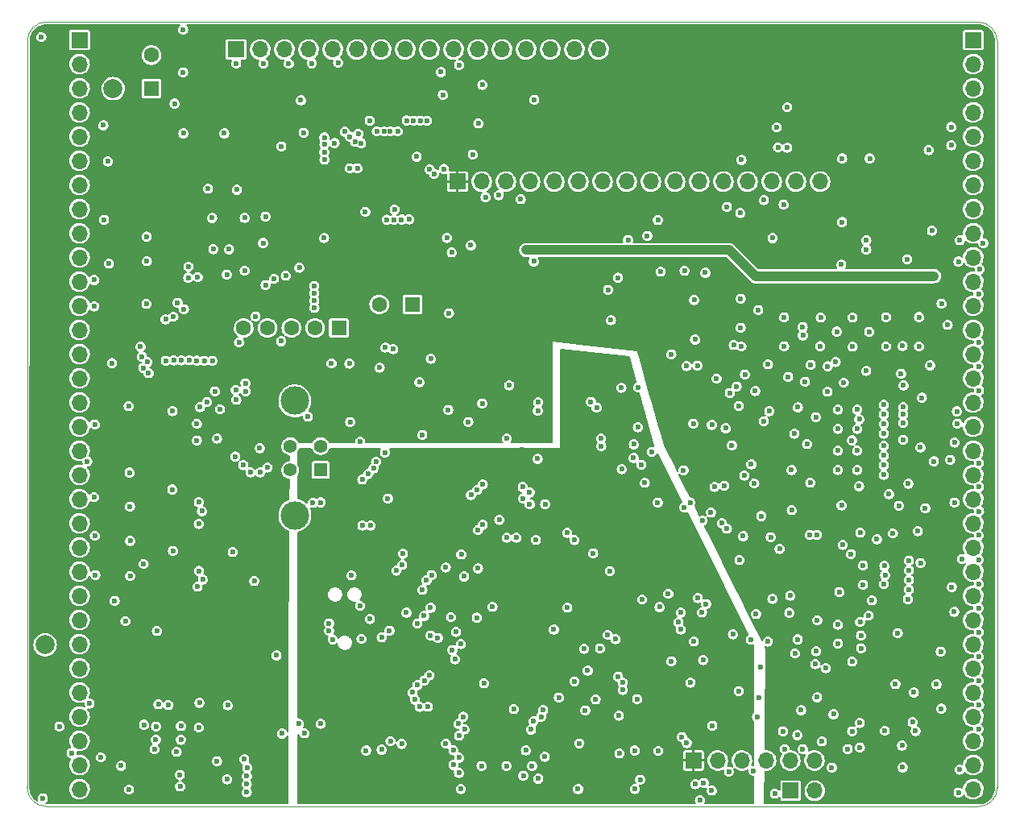
<source format=gbr>
G04 #@! TF.GenerationSoftware,KiCad,Pcbnew,(6.0.1)*
G04 #@! TF.CreationDate,2022-08-29T02:15:06+01:00*
G04 #@! TF.ProjectId,polygonus-Shortage-Version,706f6c79-676f-46e7-9573-2d53686f7274,rev?*
G04 #@! TF.SameCoordinates,Original*
G04 #@! TF.FileFunction,Copper,L3,Inr*
G04 #@! TF.FilePolarity,Positive*
%FSLAX46Y46*%
G04 Gerber Fmt 4.6, Leading zero omitted, Abs format (unit mm)*
G04 Created by KiCad (PCBNEW (6.0.1)) date 2022-08-29 02:15:06*
%MOMM*%
%LPD*%
G01*
G04 APERTURE LIST*
G04 #@! TA.AperFunction,Profile*
%ADD10C,0.050000*%
G04 #@! TD*
G04 #@! TA.AperFunction,ComponentPad*
%ADD11R,1.600000X1.600000*%
G04 #@! TD*
G04 #@! TA.AperFunction,ComponentPad*
%ADD12C,1.600000*%
G04 #@! TD*
G04 #@! TA.AperFunction,ComponentPad*
%ADD13R,1.700000X1.700000*%
G04 #@! TD*
G04 #@! TA.AperFunction,ComponentPad*
%ADD14O,1.700000X1.700000*%
G04 #@! TD*
G04 #@! TA.AperFunction,ComponentPad*
%ADD15R,1.400000X1.400000*%
G04 #@! TD*
G04 #@! TA.AperFunction,ComponentPad*
%ADD16C,1.400000*%
G04 #@! TD*
G04 #@! TA.AperFunction,ComponentPad*
%ADD17C,3.000000*%
G04 #@! TD*
G04 #@! TA.AperFunction,ViaPad*
%ADD18C,0.599440*%
G04 #@! TD*
G04 #@! TA.AperFunction,ViaPad*
%ADD19C,0.800000*%
G04 #@! TD*
G04 #@! TA.AperFunction,ViaPad*
%ADD20C,0.600000*%
G04 #@! TD*
G04 #@! TA.AperFunction,ViaPad*
%ADD21C,2.000000*%
G04 #@! TD*
G04 #@! TA.AperFunction,Conductor*
%ADD22C,1.016000*%
G04 #@! TD*
G04 APERTURE END LIST*
D10*
X27598758Y70480030D02*
X27566743Y-7944264D01*
X29598758Y72480030D02*
G75*
G03*
X27598758Y70480030I-1J-1999999D01*
G01*
X127511245Y72474911D02*
X29598758Y72480030D01*
X29566743Y-9944264D02*
X127539293Y-9975264D01*
X127539293Y-9975264D02*
G75*
G03*
X129539293Y-7975264I1J1999999D01*
G01*
X129539293Y-7975264D02*
X129511245Y70474911D01*
X27566743Y-7944264D02*
G75*
G03*
X29566743Y-9944264I1999999J-1D01*
G01*
X129511245Y70474911D02*
G75*
G03*
X127511245Y72474911I-1999999J1D01*
G01*
D11*
G04 #@! TO.N,Net-(D1503-Pad2)*
G04 #@! TO.C,J1504*
X60334209Y40322147D03*
D12*
G04 #@! TO.N,/USB_D-*
X57834209Y40322147D03*
G04 #@! TO.N,/USB_D+*
X55334209Y40322147D03*
G04 #@! TO.N,GND*
X52834209Y40322147D03*
G04 #@! TO.N,/USB_SHIELD*
X50334209Y40322147D03*
G04 #@! TD*
D13*
G04 #@! TO.N,+3V3*
G04 #@! TO.C,J1505*
X97605501Y-5126837D03*
D14*
G04 #@! TO.N,/mcu/AUX_SPI_CS*
X100145501Y-5126837D03*
G04 #@! TO.N,/mcu/AUX_SPI_SCK*
X102685501Y-5126837D03*
G04 #@! TO.N,/mcu/AUX_SPI_MISO*
X105225501Y-5126837D03*
G04 #@! TO.N,/mcu/AUX_SPI_MOSI*
X107765501Y-5126837D03*
G04 #@! TO.N,GND*
X110305501Y-5126837D03*
G04 #@! TD*
D13*
G04 #@! TO.N,/mcu/UART_TX*
G04 #@! TO.C,J2*
X107812339Y-8296983D03*
D14*
G04 #@! TO.N,/mcu/UART_RX*
X110352339Y-8296983D03*
G04 #@! TD*
D15*
G04 #@! TO.N,Net-(D1503-Pad2)*
G04 #@! TO.C,J1501*
X58420000Y25400000D03*
D16*
G04 #@! TO.N,/USB_D-*
X58420000Y27900000D03*
G04 #@! TO.N,/USB_D+*
X55220000Y27900000D03*
G04 #@! TO.N,GND*
X55220000Y25400000D03*
D17*
G04 #@! TO.N,/USB_SHIELD*
X55710000Y20630000D03*
X55710000Y32670000D03*
G04 #@! TD*
D11*
G04 #@! TO.N,Net-(C1001-Pad1)*
G04 #@! TO.C,C1001*
X68072000Y42799000D03*
D12*
G04 #@! TO.N,GND*
X64572000Y42799000D03*
G04 #@! TD*
D11*
G04 #@! TO.N,/12V_MR*
G04 #@! TO.C,C17*
X40640000Y65494972D03*
D12*
G04 #@! TO.N,GND*
X40640000Y68994972D03*
G04 #@! TD*
D13*
G04 #@! TO.N,GND*
G04 #@! TO.C,J5*
X33087317Y70582684D03*
D14*
X33087317Y68042684D03*
G04 #@! TO.N,/12V_MR*
X33087317Y65502684D03*
G04 #@! TO.N,/LS1*
X33087317Y62962684D03*
G04 #@! TO.N,/LS2*
X33087317Y60422684D03*
G04 #@! TO.N,/LS3*
X33087317Y57882684D03*
G04 #@! TO.N,/LS4*
X33087317Y55342684D03*
G04 #@! TO.N,/LS5*
X33087317Y52802684D03*
G04 #@! TO.N,/LS6*
X33087317Y50262684D03*
G04 #@! TO.N,/LS7*
X33087317Y47722684D03*
G04 #@! TO.N,/LS8*
X33087317Y45182684D03*
G04 #@! TO.N,/IGN12*
X33087317Y42642684D03*
G04 #@! TO.N,/IGN11*
X33087317Y40102684D03*
G04 #@! TO.N,/IGN10*
X33087317Y37562684D03*
G04 #@! TO.N,/IGN9*
X33087317Y35022684D03*
G04 #@! TO.N,/IGN8*
X33087317Y32482684D03*
G04 #@! TO.N,/IGN7*
X33087317Y29942684D03*
G04 #@! TO.N,/IGN6*
X33087317Y27402684D03*
G04 #@! TO.N,/IGN5*
X33087317Y24862684D03*
G04 #@! TO.N,/IGN4*
X33087317Y22322684D03*
G04 #@! TO.N,/IGN3*
X33087317Y19782684D03*
G04 #@! TO.N,/IGN2*
X33087317Y17242684D03*
G04 #@! TO.N,/IGN1*
X33087317Y14702684D03*
G04 #@! TO.N,/LS9*
X33087317Y12162684D03*
G04 #@! TO.N,/LS10*
X33087317Y9622684D03*
G04 #@! TO.N,/LS11*
X33087317Y7082684D03*
G04 #@! TO.N,/LS12*
X33087317Y4542684D03*
G04 #@! TO.N,/LS13*
X33087317Y2002684D03*
G04 #@! TO.N,/LS14*
X33087317Y-537316D03*
G04 #@! TO.N,/LS15*
X33087317Y-3077316D03*
G04 #@! TO.N,/LS16*
X33087317Y-5617316D03*
G04 #@! TO.N,/12V_MR*
X33087317Y-8157316D03*
G04 #@! TD*
D13*
G04 #@! TO.N,+5V*
G04 #@! TO.C,J6*
X72806286Y55705029D03*
D14*
G04 #@! TO.N,+3V3*
X75346286Y55705029D03*
G04 #@! TO.N,/ETB1_PWM*
X77886286Y55705029D03*
G04 #@! TO.N,/ETB1_DIS*
X80426286Y55705029D03*
G04 #@! TO.N,/ETB1_DIR*
X82966286Y55705029D03*
G04 #@! TO.N,/ETB2_PWM*
X85506286Y55705029D03*
G04 #@! TO.N,/ETB2_DIS*
X88046286Y55705029D03*
G04 #@! TO.N,/ETB2_DIR*
X90586286Y55705029D03*
G04 #@! TO.N,GND*
X93126286Y55705029D03*
G04 #@! TO.N,/12V_RAW*
X95666286Y55705029D03*
G04 #@! TO.N,GND*
X98206286Y55705029D03*
X100746286Y55705029D03*
G04 #@! TO.N,/CAN+*
X103286286Y55705029D03*
G04 #@! TO.N,/CAN-*
X105826286Y55705029D03*
G04 #@! TO.N,/VR2+*
X108366286Y55705029D03*
G04 #@! TO.N,/VR1+*
X110906286Y55705029D03*
G04 #@! TD*
D13*
G04 #@! TO.N,GND*
G04 #@! TO.C,J3*
X127000000Y70587779D03*
D14*
G04 #@! TO.N,Net-(F101-Pad1)*
X127000000Y68047779D03*
G04 #@! TO.N,Net-(F102-Pad2)*
X127000000Y65507779D03*
G04 #@! TO.N,/5V_SENSOR_2*
X127000000Y62967779D03*
X127000000Y60427779D03*
X127000000Y57887779D03*
G04 #@! TO.N,/5V_SENSOR_1*
X127000000Y55347779D03*
X127000000Y52807779D03*
X127000000Y50267779D03*
G04 #@! TO.N,/DIGITAL_6*
X127000000Y47727779D03*
G04 #@! TO.N,/DIGITAL_5*
X127000000Y45187779D03*
G04 #@! TO.N,/DIGITAL_4*
X127000000Y42647779D03*
G04 #@! TO.N,/DIGITAL_3*
X127000000Y40107779D03*
G04 #@! TO.N,/DIGITAL_2*
X127000000Y37567779D03*
G04 #@! TO.N,/DIGITAL_1*
X127000000Y35027779D03*
G04 #@! TO.N,/AT4*
X127000000Y32487779D03*
G04 #@! TO.N,/AT3*
X127000000Y29947779D03*
G04 #@! TO.N,/AT2*
X127000000Y27407779D03*
G04 #@! TO.N,/AT1*
X127000000Y24867779D03*
G04 #@! TO.N,/AV11*
X127000000Y22327779D03*
G04 #@! TO.N,/AV10*
X127000000Y19787779D03*
G04 #@! TO.N,/AV9*
X127000000Y17247779D03*
G04 #@! TO.N,/AV8*
X127000000Y14707779D03*
G04 #@! TO.N,/AV7*
X127000000Y12167779D03*
G04 #@! TO.N,/AV6*
X127000000Y9627779D03*
G04 #@! TO.N,/AV5*
X127000000Y7087779D03*
G04 #@! TO.N,/AV4*
X127000000Y4547779D03*
G04 #@! TO.N,/AV3*
X127000000Y2007779D03*
G04 #@! TO.N,/AV2*
X127000000Y-532221D03*
G04 #@! TO.N,/AV1*
X127000000Y-3072221D03*
G04 #@! TO.N,/KNOCK_1*
X127000000Y-5612221D03*
G04 #@! TO.N,/KNOCK_2*
X127000000Y-8152221D03*
G04 #@! TD*
D13*
G04 #@! TO.N,/HS1*
G04 #@! TO.C,J7*
X49530000Y69596912D03*
D14*
G04 #@! TO.N,/HS2*
X52070000Y69596912D03*
G04 #@! TO.N,/HS3*
X54610000Y69596912D03*
G04 #@! TO.N,/HS4*
X57150000Y69596912D03*
G04 #@! TO.N,GND*
X59690000Y69596912D03*
X62230000Y69596912D03*
X64770000Y69596912D03*
X67310000Y69596912D03*
G04 #@! TO.N,/CAN2+*
X69850000Y69596912D03*
G04 #@! TO.N,/CAN2-*
X72390000Y69596912D03*
G04 #@! TO.N,GND*
X74930000Y69596912D03*
X77470000Y69596912D03*
G04 #@! TO.N,/Perm_Live*
X80010000Y69596912D03*
G04 #@! TO.N,GND*
X82550000Y69596912D03*
X85090000Y69596912D03*
X87630000Y69596912D03*
G04 #@! TD*
D18*
G04 #@! TO.N,GND*
X106350129Y61414633D03*
X80875092Y64312918D03*
G04 #@! TO.N,/12V_MR*
X61482861Y57101531D03*
X70344941Y56527208D03*
G04 #@! TO.N,/HS2*
X62671080Y59727069D03*
X62031752Y59897558D03*
X61491876Y60437434D03*
G04 #@! TO.N,/HS1*
X58820907Y58019093D03*
X58806700Y58806700D03*
X58820907Y59670240D03*
G04 #@! TO.N,/HS4*
X69590026Y62113893D03*
X68893870Y62113893D03*
X68183505Y62113893D03*
G04 #@! TO.N,/HS3*
X64319126Y60991517D03*
X65114733Y60991517D03*
X65739853Y60991517D03*
G04 #@! TO.N,GND*
X107447193Y63528414D03*
X107454837Y59266499D03*
X54286961Y59410344D03*
X121303411Y41468896D03*
X100029902Y35001739D03*
X110459879Y30955845D03*
X56704333Y-2268379D03*
X62569182Y28389651D03*
X108271698Y6123906D03*
X99441709Y20929579D03*
X112316193Y-261610D03*
X69294725Y10069034D03*
X120056983Y47545114D03*
X71373727Y57039180D03*
X110977787Y41428684D03*
X109318296Y34666393D03*
X40966649Y-3949433D03*
X102645826Y38382868D03*
X124574932Y26453219D03*
X104661527Y4685199D03*
X125566836Y-6091932D03*
X79977662Y-4066557D03*
X99520273Y-8284319D03*
X98276090Y-9308916D03*
X123583029Y6320263D03*
X69996981Y37087963D03*
X43970995Y71678189D03*
X60258269Y68197696D03*
X89757670Y-421288D03*
X103014055Y35425959D03*
X127564047Y15984618D03*
X121464002Y15625478D03*
X115084099Y-3766454D03*
X75336587Y-5710376D03*
X127617663Y717349D03*
X61661730Y14323851D03*
X115758736Y48563826D03*
X91755741Y29894019D03*
X98496291Y10432895D03*
X102560012Y40356356D03*
X49547130Y68129472D03*
X115220414Y6663840D03*
X64625790Y36149780D03*
X123140694Y2875409D03*
X105565970Y31582114D03*
X43654317Y-7847412D03*
X102362507Y32123344D03*
X85599791Y-3344541D03*
X87324941Y1293725D03*
X47017826Y51893155D03*
X127577451Y38838607D03*
X71909446Y41864255D03*
X69100325Y29076538D03*
X118557881Y18745095D03*
X125006115Y10508966D03*
X68794465Y34635117D03*
X42903631Y16912258D03*
X72113168Y9935836D03*
X77129668Y54275640D03*
X124692035Y59518828D03*
X69114436Y12808291D03*
X75596356Y2988952D03*
X61520259Y30431893D03*
X65484574Y22398019D03*
X107074273Y53296616D03*
X63590837Y9744741D03*
X83457814Y1474184D03*
X121169112Y18976503D03*
X84338750Y10941899D03*
X79716283Y-6727271D03*
X114284285Y5264678D03*
X119632520Y28578928D03*
X64827005Y7805346D03*
X87057957Y16643461D03*
X49449043Y26803461D03*
X110564895Y18603874D03*
X109919106Y36457180D03*
X115006453Y23695654D03*
X45956109Y21072036D03*
X114255319Y28520844D03*
X93892950Y-4121530D03*
X52368522Y49261665D03*
X29065218Y70898360D03*
X127557345Y-1822727D03*
X115211478Y7995314D03*
X110910766Y38412762D03*
X109823202Y18577066D03*
X109876684Y24062863D03*
X106167221Y-8615692D03*
X117739563Y14346393D03*
X88631827Y44339180D03*
X79659921Y23616434D03*
X110402546Y4996057D03*
X125035354Y21970566D03*
X74842121Y9877358D03*
X112135929Y-5877467D03*
X127577451Y5797503D03*
X108553184Y7602825D03*
X127590855Y26131521D03*
X40133194Y49929334D03*
X120138176Y11815943D03*
X99528989Y30144743D03*
X125459566Y-8503660D03*
X123668678Y42881964D03*
X43070591Y63910292D03*
X102141592Y34176556D03*
X125044076Y28289581D03*
X103624944Y7562613D03*
X48665569Y674366D03*
X124692035Y61448587D03*
X107766192Y12191258D03*
X43994912Y60784567D03*
X117845153Y38385954D03*
X95275729Y5303401D03*
X47532279Y-5207464D03*
X81238815Y31647351D03*
X119065848Y8250453D03*
X115107555Y9426580D03*
X107121874Y41442088D03*
X81034769Y18046922D03*
X34623884Y42591925D03*
X52631671Y52039349D03*
X117704641Y-2001678D03*
X91996346Y-7132984D03*
X113127832Y46988299D03*
X71829277Y31727521D03*
X96864367Y36320208D03*
X63192473Y-4081778D03*
X41209681Y8481119D03*
X50394464Y-4993366D03*
X114144059Y16574154D03*
X124311931Y40659817D03*
X54269043Y38940377D03*
X64825491Y-3988419D03*
X103990982Y23993714D03*
X81219323Y26579297D03*
X102437653Y15941730D03*
X104998320Y53764437D03*
X47846883Y31784424D03*
X91426595Y-4081317D03*
X63577970Y62116556D03*
X90060429Y25483942D03*
X125824801Y16064333D03*
X45624736Y-1664735D03*
X42847052Y31588249D03*
X78724905Y269746D03*
X101747752Y8129816D03*
X94150734Y46250071D03*
X34133897Y849798D03*
X125446199Y47309998D03*
X77194118Y20156512D03*
X122674560Y50542523D03*
X114306471Y41415280D03*
X125598437Y49548405D03*
X127577451Y13424435D03*
X40159184Y47344376D03*
X62395424Y60739084D03*
X110591532Y1516666D03*
X77953643Y-5701857D03*
X66932217Y-3378063D03*
X44505491Y45590049D03*
X122465790Y36398703D03*
X127564047Y36305232D03*
X35588763Y61626369D03*
X120181717Y23958803D03*
X111097779Y-3119327D03*
X93855822Y51668366D03*
X127564047Y43918761D03*
X123637965Y324350D03*
X33898087Y26297905D03*
X75408678Y65869290D03*
X62709158Y7653433D03*
X104723462Y20555416D03*
X34687534Y18491152D03*
X121604258Y33008085D03*
X107906281Y25403273D03*
X107547517Y35190166D03*
X74954570Y15059274D03*
X82008770Y21793884D03*
X76473520Y11029616D03*
X35332687Y-4793285D03*
X29224931Y-9095458D03*
X39816457Y15526783D03*
X128054495Y49226778D03*
X114324343Y38368081D03*
X127617663Y21051367D03*
X120753072Y2026697D03*
X121451777Y27766821D03*
X95272478Y37566154D03*
X38285803Y-8184983D03*
X94951873Y12392319D03*
X108510120Y-2466123D03*
X121961133Y21373066D03*
X121303411Y38385954D03*
X34620585Y45372908D03*
X114277659Y-2059763D03*
X81288007Y-7037382D03*
X104281126Y-556039D03*
X97585590Y30271030D03*
X71052101Y67214274D03*
X127674391Y46507572D03*
X48580822Y-7104694D03*
X94032504Y10998178D03*
X88923533Y41146081D03*
X122323695Y59021768D03*
X120942422Y-2030490D03*
X99578750Y-1461938D03*
X57490331Y68139219D03*
X52028028Y27690995D03*
X59694003Y7579787D03*
X73493755Y14216084D03*
X38398360Y17961405D03*
X96665269Y46337787D03*
X38378867Y21567521D03*
X124749186Y13089333D03*
X119671862Y34293511D03*
X90025944Y34038865D03*
X73202103Y16535729D03*
X116358220Y11708710D03*
X53780455Y5918478D03*
X92200208Y11797371D03*
X37903800Y9514847D03*
X62565667Y11120286D03*
X38242420Y32112973D03*
X127564047Y10891060D03*
X125276811Y31566557D03*
X51443253Y13733103D03*
X103674575Y25990529D03*
X105433879Y36506294D03*
X104482188Y1441170D03*
X39864697Y-1372348D03*
X34746012Y14368484D03*
X47310214Y33677397D03*
X43283960Y-4209334D03*
X98845907Y46132491D03*
X125335288Y30280051D03*
X42837306Y23352660D03*
X107672364Y10395109D03*
X103925582Y-6218113D03*
X68508327Y58325686D03*
X81968171Y-4730060D03*
X71691255Y49792361D03*
X102950753Y24810968D03*
X107008861Y-2064000D03*
X98611193Y5422188D03*
X97634851Y7385505D03*
X52412531Y68129472D03*
X38398360Y14257827D03*
X113397457Y34574054D03*
X51579075Y41542628D03*
X102564480Y43408023D03*
X41367720Y779700D03*
X46043825Y13889043D03*
X56632661Y60849017D03*
X88812283Y14772179D03*
X75745699Y54061223D03*
X72191563Y48274044D03*
X72551750Y5509135D03*
X36053285Y57828626D03*
X73942641Y30450761D03*
X38342381Y25128354D03*
X49845391Y38808752D03*
X72967390Y67944294D03*
X115026800Y30738324D03*
X97670058Y43277462D03*
X122865910Y26312476D03*
X56344996Y64261157D03*
X34687534Y30186662D03*
X91681273Y1307130D03*
X88573833Y8071271D03*
X91338724Y28100849D03*
X54365231Y-2297618D03*
X119187598Y21648939D03*
X67070937Y16617471D03*
X127604259Y33745049D03*
X92119141Y25950235D03*
X45683214Y937515D03*
X108903096Y164112D03*
X92477501Y24060988D03*
X74205790Y49012661D03*
X113164410Y21678178D03*
X49178487Y16788403D03*
X57080204Y31003450D03*
X116880034Y18124892D03*
X102820080Y18450972D03*
X89664931Y45606193D03*
X32246272Y-4346306D03*
X127577451Y3264128D03*
X97767521Y39106063D03*
X91795285Y34079077D03*
X113800741Y-3925018D03*
X66198464Y52770318D03*
X104090851Y33705766D03*
X34629057Y22555341D03*
X118824574Y2902217D03*
X40117475Y42858373D03*
X80815328Y47321535D03*
X89816148Y-4378269D03*
X59882888Y59758386D03*
X101333077Y-6296083D03*
X119588608Y-5850658D03*
X74994612Y61823643D03*
X98061624Y11949984D03*
X117845153Y41442088D03*
X36491309Y36629922D03*
X127604259Y23611550D03*
X65182329Y27244242D03*
X63113037Y52525645D03*
X127577451Y18544801D03*
X48293012Y60784567D03*
X97243437Y21988503D03*
X127590855Y8357686D03*
X43970995Y67194518D03*
X71576737Y-3357957D03*
X30972139Y-1557996D03*
X55073259Y68100234D03*
X119509225Y-3554885D03*
X79449277Y53866297D03*
X46579245Y54963226D03*
X71271541Y64825491D03*
X47529030Y28703981D03*
X105725391Y18332812D03*
X36766961Y11656525D03*
X111705920Y36307737D03*
X107927249Y21183819D03*
X87783566Y6640011D03*
X107130810Y38403826D03*
X37438503Y-5684268D03*
D19*
G04 #@! TO.N,+5V*
X79502000Y39878000D03*
X79502000Y40894000D03*
X79502000Y41910000D03*
X80518000Y39116000D03*
D18*
X102362000Y2159000D03*
X118374808Y35299690D03*
D19*
X79502000Y38862000D03*
D18*
X91948000Y38608000D03*
X115987248Y44384467D03*
X73914000Y28956000D03*
X78537733Y49493666D03*
X117856000Y21590000D03*
X103013061Y31497236D03*
X115555509Y57252300D03*
D19*
X63500000Y28702000D03*
D18*
X103632000Y21124620D03*
X103045029Y36371089D03*
X39192447Y35560000D03*
X112776000Y30734000D03*
X39371411Y27622147D03*
X42772231Y18277683D03*
X115415414Y14354291D03*
X112776000Y8128000D03*
X106281725Y44384466D03*
X78105000Y30353000D03*
X91186000Y38608000D03*
X105786536Y33718190D03*
X108364103Y63519212D03*
X108459295Y59298640D03*
X110490000Y12446000D03*
X112776000Y26416000D03*
X105918000Y23622000D03*
X107188000Y1270000D03*
X107696000Y14478000D03*
X97716099Y28413661D03*
G04 #@! TO.N,+3V3*
X88900000Y36322000D03*
X89662000Y36322000D03*
X90424000Y36322000D03*
X103124000Y4064000D03*
X58928000Y-2286000D03*
X77216000Y-3810000D03*
X67310000Y-8128000D03*
X73152000Y27178000D03*
D20*
X99060000Y0D03*
X120642680Y-1102660D03*
D18*
X56769000Y10287000D03*
X92837000Y29464000D03*
X85852000Y36322000D03*
X64643000Y12827000D03*
X93218000Y25146000D03*
X87122000Y-5715000D03*
X73983855Y15023377D03*
X85852000Y35560000D03*
D20*
X87376000Y23216434D03*
D19*
X73152000Y21336000D03*
D18*
X62103000Y6604000D03*
D20*
X93343667Y5967667D03*
D18*
X66802000Y3810000D03*
D20*
X103533698Y860302D03*
X96012000Y14732000D03*
X89916000Y762000D03*
X90678000Y20066000D03*
D18*
X79629000Y27559000D03*
D20*
X115074146Y-1176828D03*
D18*
X69748400Y18643600D03*
X73660000Y254000D03*
D20*
X86360000Y29591000D03*
D18*
X90726273Y49593153D03*
X85852000Y37338000D03*
G04 #@! TO.N,/mcu/AV4*
X97282000Y3048000D03*
X105410000Y7366000D03*
G04 #@! TO.N,/mcu/AV2*
X89408000Y7620000D03*
X111506000Y4572000D03*
G04 #@! TO.N,/mcu/AV5*
X96266000Y8636000D03*
X105894633Y11862275D03*
G04 #@! TO.N,/mcu/AV6*
X96012000Y9398000D03*
X112939557Y12565968D03*
G04 #@! TO.N,/mcu/AV9*
X101115632Y19232880D03*
X115137439Y18811658D03*
G04 #@! TO.N,/mcu/AV10*
X100584000Y19812000D03*
X118150241Y22871219D03*
G04 #@! TO.N,/5V_SENSOR_1*
X116122964Y58146824D03*
X113221818Y58146824D03*
X102642191Y57990475D03*
G04 #@! TO.N,/5V_SENSOR_2*
X113206146Y51458098D03*
G04 #@! TO.N,/mcu/nRESET*
X82931000Y8636000D03*
X65659000Y8509000D03*
X72644000Y8382000D03*
G04 #@! TO.N,/mcu/SWDIO*
X69977000Y10922000D03*
X59309000Y8509000D03*
G04 #@! TO.N,/mcu/SWCLK*
X59309000Y9271000D03*
X67437000Y10414000D03*
X68580000Y9271000D03*
G04 #@! TO.N,/mcu/5V_SENSOR_1_PG*
X98679000Y-7493000D03*
X115769916Y49534146D03*
G04 #@! TO.N,/mcu/5V_SENSOR_2_PG*
X97790000Y-7620000D03*
X105915182Y49774709D03*
G04 #@! TO.N,/mcu/AT2*
X99822000Y23622000D03*
X109535875Y28132125D03*
G04 #@! TO.N,/mcu/AT1*
X100838000Y23749000D03*
X108204000Y29210000D03*
G04 #@! TO.N,/mcu/AT3*
X104985486Y30534020D03*
X96647000Y21463000D03*
G04 #@! TO.N,Net-(RN201-Pad7)*
X48559934Y45941964D03*
X49617453Y54854443D03*
G04 #@! TO.N,Net-(RN201-Pad8)*
X45506107Y45669069D03*
G04 #@! TO.N,Net-(RN201-Pad6)*
X44530956Y46766623D03*
X35655362Y51693175D03*
G04 #@! TO.N,Net-(RN201-Pad5)*
X50430364Y51901206D03*
X50431216Y46343577D03*
G04 #@! TO.N,Net-(RN301-Pad7)*
X44046334Y42287675D03*
X48786297Y48591372D03*
G04 #@! TO.N,Net-(RN301-Pad8)*
X47155424Y48610865D03*
X43386296Y42972079D03*
G04 #@! TO.N,Net-(RN301-Pad6)*
X36162693Y47092023D03*
X42127404Y41244268D03*
G04 #@! TO.N,Net-(RN301-Pad5)*
X42946089Y41517163D03*
G04 #@! TO.N,Net-(RN501-Pad6)*
X43737735Y-1508470D03*
X43737735Y-2950917D03*
G04 #@! TO.N,Net-(RN501-Pad8)*
X41106246Y-2931424D03*
X41125738Y-1566948D03*
G04 #@! TO.N,Net-(RN501-Pad7)*
X43620780Y-6635003D03*
G04 #@! TO.N,/mcu/12V_DIVIDED*
X98005596Y36383413D03*
X98552000Y20066000D03*
G04 #@! TO.N,/ETB2_DIR*
X80384597Y21799359D03*
G04 #@! TO.N,/ETB2_DIS*
X79696825Y22402349D03*
G04 #@! TO.N,Net-(C1205-Pad1)*
X112545465Y36752301D03*
X115757378Y35819548D03*
G04 #@! TO.N,Net-(C1404-Pad1)*
X111683129Y33637718D03*
X119416706Y35523294D03*
G04 #@! TO.N,Net-(C1408-Pad1)*
X101822312Y38537988D03*
X101426906Y33491722D03*
G04 #@! TO.N,/lowside_quad1/IN1*
X47033545Y36867492D03*
X57767425Y42432262D03*
X69850000Y3810000D03*
G04 #@! TO.N,/lowside_quad1/IN3*
X57741435Y43991663D03*
X45410549Y36900967D03*
X68580000Y2794000D03*
G04 #@! TO.N,/lowside_quad1/IN2*
X46195367Y36867492D03*
X69318368Y3278368D03*
X57751281Y43226532D03*
G04 #@! TO.N,/lowside_quad1/IN4*
X44627265Y36935976D03*
X68072000Y2032000D03*
X57741435Y44743006D03*
G04 #@! TO.N,/lowside_quad2/IN1*
X43795982Y36922987D03*
X68326000Y1270000D03*
X52632296Y44843361D03*
G04 #@! TO.N,/lowside_quad2/IN3*
X42160416Y36867492D03*
X69690732Y522928D03*
X54754617Y45821399D03*
G04 #@! TO.N,/lowside_quad2/IN2*
X42978352Y36923651D03*
X53522979Y45499792D03*
X68834000Y508000D03*
G04 #@! TO.N,/lowside_quad2/IN4*
X73404241Y-530273D03*
X39495535Y38365348D03*
X56183708Y46663187D03*
G04 #@! TO.N,/ETB1_DIR*
X75461761Y23892379D03*
G04 #@! TO.N,/ETB1_DIS*
X74873478Y23309863D03*
G04 #@! TO.N,/lowside_quad4/IN4*
X72955612Y-6437561D03*
X50658042Y-8461418D03*
G04 #@! TO.N,/lowside_quad4/IN2*
X72966831Y-4833170D03*
X50672065Y-6778581D03*
G04 #@! TO.N,/lowside_quad4/IN3*
X50658042Y-7605976D03*
X72383416Y-5596097D03*
G04 #@! TO.N,/lowside_quad4/IN1*
X72373446Y-4053846D03*
X50700113Y-5881068D03*
G04 #@! TO.N,/highside_quad/IN1*
X69549119Y13814755D03*
X65361657Y51704856D03*
G04 #@! TO.N,/highside_quad/IN3*
X74959992Y19084316D03*
X66929721Y51713520D03*
G04 #@! TO.N,/highside_quad/IN2*
X66141357Y51713520D03*
X70080399Y14346034D03*
G04 #@! TO.N,/mcu/CAN_RX*
X77978000Y18288000D03*
X77978000Y28702000D03*
G04 #@! TO.N,/mcu/CAN_TX*
X81280000Y32512000D03*
X78994000Y18288000D03*
G04 #@! TO.N,/highside_quad/IN4*
X67718085Y51739510D03*
X75448080Y19655530D03*
G04 #@! TO.N,/ign1/IN4*
X58420000Y21996400D03*
X45629034Y22009351D03*
G04 #@! TO.N,/AT4*
X119634000Y32004000D03*
G04 #@! TO.N,/AT2*
X119634000Y30353000D03*
G04 #@! TO.N,/AT3*
X119634000Y31242000D03*
G04 #@! TO.N,/HS4*
X67468926Y62133324D03*
G04 #@! TO.N,/HS2*
X74411460Y58548526D03*
X60960000Y60960000D03*
G04 #@! TO.N,/HS3*
X66533285Y60993012D03*
G04 #@! TO.N,/HS1*
X58781848Y49783760D03*
X58802928Y60349759D03*
G04 #@! TO.N,/LS9*
X72898000Y-1270000D03*
G04 #@! TO.N,/LS10*
X73544636Y-1848620D03*
G04 #@! TO.N,/LS11*
X72972441Y-2523170D03*
G04 #@! TO.N,/LS12*
X65758308Y-3101790D03*
G04 #@! TO.N,/CAN+*
X101104719Y53048888D03*
X86820263Y32559737D03*
G04 #@! TO.N,/CAN-*
X102519195Y52405667D03*
X87423737Y31956263D03*
G04 #@! TO.N,/ign1/IN3*
X57607200Y21945600D03*
X45616039Y19735224D03*
G04 #@! TO.N,/ign1/IN1*
X70739000Y7747000D03*
X45473094Y13146753D03*
G04 #@! TO.N,/ign1/IN2*
X45635532Y14790622D03*
X69977000Y8001000D03*
G04 #@! TO.N,/ign2/IN2*
X51054000Y25146000D03*
X45415189Y30260134D03*
G04 #@! TO.N,/IGN9*
X62791247Y24402380D03*
X49563673Y32788620D03*
X40340065Y35585990D03*
G04 #@! TO.N,/IGN10*
X63415007Y24981000D03*
X39778699Y36128101D03*
X49494001Y33799700D03*
G04 #@! TO.N,/IGN11*
X40210115Y36743241D03*
X63970000Y25569998D03*
X50546597Y33682745D03*
G04 #@! TO.N,/IGN12*
X64241994Y26270379D03*
X39632556Y37321861D03*
X50507612Y34520923D03*
G04 #@! TO.N,/mcu/DIGITAL5*
X100984378Y29791843D03*
X96556268Y25363732D03*
G04 #@! TO.N,/mcu/DIGITAL2*
X108564934Y31994252D03*
X101638047Y28004875D03*
G04 #@! TO.N,/mcu/DIGITAL1*
X71571117Y15166354D03*
X93853000Y21971000D03*
G04 #@! TO.N,/DIGITAL_5*
X109074003Y40424324D03*
G04 #@! TO.N,/DIGITAL_6*
X104407659Y42222914D03*
G04 #@! TO.N,/DIGITAL_1*
X112668780Y39949999D03*
G04 #@! TO.N,/DIGITAL_2*
X119574428Y38434842D03*
G04 #@! TO.N,/DIGITAL_3*
X116068295Y39916341D03*
G04 #@! TO.N,/DIGITAL_4*
X109097311Y39546097D03*
G04 #@! TO.N,/ign2/IN1*
X45415189Y28505807D03*
X50292000Y25908000D03*
G04 #@! TO.N,/ign2/IN3*
X45725972Y32001465D03*
X52070000Y25146000D03*
G04 #@! TO.N,/ign2/IN4*
X46479683Y32560251D03*
X52832000Y25654000D03*
G04 #@! TO.N,/VR2+*
X106484663Y59294397D03*
D20*
G04 #@! TO.N,/USB_D+*
X62819000Y19558000D03*
X66382871Y14820871D03*
X59563561Y36605573D03*
G04 #@! TO.N,/USB_D-*
X66986741Y15424741D03*
X63673000Y19558000D03*
X61434842Y36579583D03*
D19*
G04 #@! TO.N,/12V_PROT*
X80010000Y48514000D03*
D18*
X113378122Y45763136D03*
X114347306Y45767306D03*
X122893861Y45773091D03*
G04 #@! TO.N,/mcu/LED1*
X73152000Y-8128000D03*
X80528446Y-1868228D03*
G04 #@! TO.N,/mcu/LED2*
X80772000Y-1016000D03*
X80645000Y-5715000D03*
G04 #@! TO.N,/mcu/LED3*
X85471000Y-8128000D03*
X81595234Y-531632D03*
G04 #@! TO.N,/mcu/LED4*
X91440000Y-8128000D03*
X81806421Y189940D03*
G04 #@! TO.N,Net-(C2-Pad1)*
X112784141Y7160860D03*
X110490000Y6350000D03*
G04 #@! TO.N,Net-(C4-Pad1)*
X112776000Y9144000D03*
X116009755Y10103902D03*
G04 #@! TO.N,Net-(C5-Pad1)*
X115415414Y13338291D03*
X120241414Y12830291D03*
G04 #@! TO.N,Net-(C6-Pad1)*
X120241414Y13846291D03*
X117603421Y13406829D03*
G04 #@! TO.N,Net-(C7-Pad1)*
X120241414Y14862291D03*
X117653909Y15325367D03*
G04 #@! TO.N,Net-(C8-Pad1)*
X120241414Y15878291D03*
X115415414Y15370291D03*
G04 #@! TO.N,Net-(C9-Pad1)*
X117602000Y24892000D03*
X112776000Y25400000D03*
G04 #@! TO.N,Net-(C10-Pad1)*
X117602000Y25908000D03*
X114808000Y25400000D03*
G04 #@! TO.N,Net-(C11-Pad1)*
X114808000Y27432000D03*
X117602000Y26924000D03*
G04 #@! TO.N,Net-(C12-Pad1)*
X112776000Y27432000D03*
X117602000Y27940000D03*
G04 #@! TO.N,Net-(C13-Pad1)*
X117602000Y29210000D03*
X112776000Y29718000D03*
G04 #@! TO.N,Net-(C14-Pad1)*
X114808000Y29718000D03*
X117602000Y30226000D03*
G04 #@! TO.N,Net-(C15-Pad1)*
X114808000Y31750000D03*
X117602000Y31242000D03*
G04 #@! TO.N,Net-(C16-Pad1)*
X112776000Y31750000D03*
X117602000Y32258000D03*
G04 #@! TO.N,Net-(R3-Pad2)*
X110616428Y9600149D03*
X104176441Y10265849D03*
G04 #@! TO.N,Net-(R11-Pad2)*
X113284000Y17526000D03*
X106646265Y17106795D03*
G04 #@! TO.N,/knock/FILTERED_1*
X86233000Y127000D03*
X96393000Y-2667000D03*
G04 #@! TO.N,/knock/FILTERED_2*
X96901000Y-3302000D03*
X85090000Y3175000D03*
G04 #@! TO.N,Net-(C902-Pad1)*
X78232000Y34290000D03*
X75398896Y32387595D03*
G04 #@! TO.N,/ETB2_PWM*
X80384597Y23032159D03*
G04 #@! TO.N,/ETB1_PWM*
X74211421Y22779564D03*
G04 #@! TO.N,/mcu/AUX_SPI_MOSI*
X89670990Y3691990D03*
G04 #@! TO.N,/mcu/AUX_SPI_MISO*
X90170000Y3048000D03*
G04 #@! TO.N,/mcu/AUX_SPI_SCK*
X90170000Y2286000D03*
G04 #@! TO.N,/mcu/AUX_SPI_CS*
X86487000Y4318000D03*
G04 #@! TO.N,/mcu/SD_MISO*
X56134000Y-1270000D03*
X58420000Y-1270000D03*
G04 #@! TO.N,/mcu/UART_RX*
X109093000Y-3937000D03*
X72263000Y6477000D03*
G04 #@! TO.N,/mcu/UART_TX*
X107188000Y-3937000D03*
X73152000Y7112000D03*
G04 #@! TO.N,/CAN2+*
X65207769Y38269387D03*
G04 #@! TO.N,/CAN2-*
X66040000Y38100000D03*
G04 #@! TO.N,/mcu/BARO_SCL*
X93218000Y27305000D03*
X91313000Y26670000D03*
G04 #@! TO.N,/12V_MR*
X42408471Y694183D03*
X62285491Y57101531D03*
X69874578Y56997571D03*
D21*
X36610257Y65485240D03*
X29466389Y7029251D03*
D18*
G04 #@! TO.N,/Keep_Alive/Keep_Alive*
X92748730Y49991774D03*
X98933000Y11303000D03*
G04 #@! TO.N,Net-(C30-Pad1)*
X86106000Y6604000D03*
X96266000Y10414000D03*
D20*
G04 #@! TO.N,/mcu/VR_2*
X87884000Y28702000D03*
X84328000Y18796000D03*
G04 #@! TO.N,/mcu/VR_1*
X85090000Y18034000D03*
X87912698Y27911302D03*
G04 #@! TD*
D22*
G04 #@! TO.N,/12V_PROT*
X101346000Y48514000D02*
X80010000Y48514000D01*
X114347306Y45767306D02*
X113382292Y45767306D01*
X122893861Y45773091D02*
X122886116Y45765346D01*
X104187306Y45767306D02*
X104140000Y45720000D01*
X110020766Y45767306D02*
X110044140Y45743932D01*
X108824952Y45758891D02*
X108817473Y45758891D01*
X108809058Y45767306D02*
X110020766Y45767306D01*
X122893861Y45773091D02*
X122888076Y45767306D01*
X113382292Y45767306D02*
X113378122Y45763136D01*
X108817473Y45758891D02*
X108809058Y45767306D01*
X104140000Y45720000D02*
X101346000Y48514000D01*
X122888076Y45767306D02*
X114347306Y45767306D01*
X113373952Y45767306D02*
X104187306Y45767306D01*
X113378122Y45763136D02*
X113373952Y45767306D01*
G04 #@! TD*
G04 #@! TA.AperFunction,Conductor*
G04 #@! TO.N,+3V3*
G36*
X90863265Y37345110D02*
G01*
X90920105Y37319915D01*
X90950029Y37271291D01*
X91648834Y34685714D01*
X91645714Y34623619D01*
X91606691Y34575216D01*
X91590216Y34566525D01*
X91554061Y34551549D01*
X91528594Y34541000D01*
X91418126Y34456236D01*
X91333362Y34345768D01*
X91330841Y34339681D01*
X91330839Y34339678D01*
X91314183Y34299466D01*
X91280077Y34217127D01*
X91279216Y34210591D01*
X91279216Y34210589D01*
X91274293Y34173194D01*
X91261902Y34079077D01*
X91262763Y34072537D01*
X91271401Y34006930D01*
X91280077Y33941027D01*
X91299257Y33894723D01*
X91326863Y33828077D01*
X91333362Y33812386D01*
X91376155Y33756617D01*
X91408370Y33714633D01*
X91418126Y33701918D01*
X91528593Y33617154D01*
X91657235Y33563869D01*
X91663771Y33563008D01*
X91663773Y33563008D01*
X91788745Y33546555D01*
X91795285Y33545694D01*
X91864114Y33554756D01*
X91925247Y33543426D01*
X91968045Y33498327D01*
X91974361Y33481264D01*
X93470640Y27945030D01*
X93467520Y27882935D01*
X93428497Y27834532D01*
X93368476Y27818310D01*
X93356057Y27820264D01*
X93356050Y27820208D01*
X93224540Y27837522D01*
X93218000Y27838383D01*
X93211460Y27837522D01*
X93086488Y27821069D01*
X93086486Y27821069D01*
X93079950Y27820208D01*
X93005984Y27789570D01*
X92957399Y27769446D01*
X92957396Y27769444D01*
X92951309Y27766923D01*
X92840841Y27682159D01*
X92756077Y27571691D01*
X92753556Y27565604D01*
X92753554Y27565601D01*
X92740441Y27533943D01*
X92702792Y27443050D01*
X92701931Y27436514D01*
X92701931Y27436512D01*
X92695595Y27388384D01*
X92684617Y27305000D01*
X92685478Y27298460D01*
X92700721Y27182684D01*
X92702792Y27166950D01*
X92725628Y27111819D01*
X92750748Y27051175D01*
X92756077Y27038309D01*
X92840841Y26927841D01*
X92951308Y26843077D01*
X93079950Y26789792D01*
X93086486Y26788931D01*
X93086488Y26788931D01*
X93211460Y26772478D01*
X93218000Y26771617D01*
X93224540Y26772478D01*
X93349512Y26788931D01*
X93349514Y26788931D01*
X93356050Y26789792D01*
X93484692Y26843077D01*
X93595159Y26927841D01*
X93679923Y27038309D01*
X93685253Y27051175D01*
X93706680Y27102906D01*
X93747059Y27150184D01*
X93807515Y27164698D01*
X93864957Y27140905D01*
X93889501Y27109599D01*
X95510310Y23885839D01*
X96427862Y22060844D01*
X96437257Y21999384D01*
X96408733Y21944139D01*
X96388282Y21928533D01*
X96386398Y21927445D01*
X96380309Y21924923D01*
X96269841Y21840159D01*
X96185077Y21729691D01*
X96131792Y21601050D01*
X96130931Y21594514D01*
X96130931Y21594512D01*
X96129882Y21586543D01*
X96113617Y21463000D01*
X96114478Y21456460D01*
X96130481Y21334911D01*
X96131792Y21324950D01*
X96185077Y21196309D01*
X96269841Y21085841D01*
X96380308Y21001077D01*
X96508950Y20947792D01*
X96515486Y20946931D01*
X96515488Y20946931D01*
X96640460Y20930478D01*
X96647000Y20929617D01*
X96653540Y20930478D01*
X96778512Y20946931D01*
X96778514Y20946931D01*
X96785050Y20947792D01*
X96866202Y20981406D01*
X96928185Y20986284D01*
X96981197Y20953798D01*
X96994579Y20933654D01*
X98357208Y18223411D01*
X103414444Y8164659D01*
X103423839Y8103199D01*
X103395315Y8047954D01*
X103369712Y8030945D01*
X103370053Y8030355D01*
X103364344Y8027059D01*
X103358253Y8024536D01*
X103247785Y7939772D01*
X103163021Y7829304D01*
X103160500Y7823217D01*
X103160498Y7823214D01*
X103153097Y7805346D01*
X103109736Y7700663D01*
X103108875Y7694127D01*
X103108875Y7694125D01*
X103097381Y7606823D01*
X103091561Y7562613D01*
X103092422Y7556073D01*
X103107014Y7445242D01*
X103109736Y7424563D01*
X103131521Y7371969D01*
X103158073Y7307868D01*
X103163021Y7295922D01*
X103199737Y7248072D01*
X103240469Y7194989D01*
X103247785Y7185454D01*
X103358252Y7100690D01*
X103486894Y7047405D01*
X103493430Y7046544D01*
X103493432Y7046544D01*
X103618404Y7030091D01*
X103624944Y7029230D01*
X103631484Y7030091D01*
X103756456Y7046544D01*
X103756458Y7046544D01*
X103762994Y7047405D01*
X103853045Y7084705D01*
X103915027Y7089583D01*
X103968039Y7057098D01*
X103981422Y7036950D01*
X103989280Y7021320D01*
X104000000Y6976133D01*
X104000000Y1678947D01*
X103992342Y1640449D01*
X103966980Y1579220D01*
X103966119Y1572684D01*
X103966119Y1572682D01*
X103962284Y1543553D01*
X103948805Y1441170D01*
X103949666Y1434630D01*
X103963436Y1330042D01*
X103966980Y1303120D01*
X103970872Y1293725D01*
X103992342Y1241891D01*
X104000000Y1203393D01*
X104000000Y-55581D01*
X103980787Y-114712D01*
X103960641Y-135393D01*
X103903967Y-178880D01*
X103819203Y-289348D01*
X103765918Y-417989D01*
X103765057Y-424525D01*
X103765057Y-424527D01*
X103754684Y-503316D01*
X103747743Y-556039D01*
X103748604Y-562579D01*
X103764440Y-682859D01*
X103765918Y-694089D01*
X103791062Y-754792D01*
X103814798Y-812095D01*
X103819203Y-822730D01*
X103903967Y-933198D01*
X103931952Y-954671D01*
X103960641Y-976685D01*
X103995857Y-1027925D01*
X104000000Y-1056497D01*
X104000000Y-5586709D01*
X103980787Y-5645840D01*
X103930487Y-5682385D01*
X103912531Y-5686448D01*
X103787532Y-5702905D01*
X103787345Y-5701483D01*
X103732634Y-5698617D01*
X103684315Y-5659491D01*
X103668222Y-5599435D01*
X103675834Y-5567730D01*
X103675531Y-5567627D01*
X103676650Y-5564332D01*
X103676651Y-5564327D01*
X103739281Y-5379827D01*
X103767739Y-5183555D01*
X103767889Y-5177854D01*
X103769147Y-5129793D01*
X103769147Y-5129786D01*
X103769224Y-5126837D01*
X103762763Y-5056521D01*
X103751499Y-4933932D01*
X103751498Y-4933927D01*
X103751077Y-4929344D01*
X103697244Y-4738465D01*
X103689874Y-4723520D01*
X103611566Y-4564727D01*
X103611564Y-4564724D01*
X103609527Y-4560593D01*
X103490864Y-4401685D01*
X103345230Y-4267062D01*
X103341334Y-4264604D01*
X103341329Y-4264600D01*
X103246245Y-4204607D01*
X103177501Y-4161233D01*
X102993295Y-4087742D01*
X102798781Y-4049051D01*
X102701147Y-4047773D01*
X102605088Y-4046515D01*
X102605083Y-4046515D01*
X102600473Y-4046455D01*
X102595929Y-4047236D01*
X102595927Y-4047236D01*
X102480884Y-4067004D01*
X102405013Y-4080041D01*
X102400689Y-4081636D01*
X102400686Y-4081637D01*
X102223277Y-4147087D01*
X102223275Y-4147088D01*
X102218946Y-4148685D01*
X102214978Y-4151046D01*
X102052469Y-4247728D01*
X102052464Y-4247732D01*
X102048505Y-4250087D01*
X102045039Y-4253126D01*
X102045037Y-4253128D01*
X101902863Y-4377810D01*
X101902860Y-4377813D01*
X101899396Y-4380851D01*
X101896543Y-4384470D01*
X101896542Y-4384471D01*
X101860392Y-4430327D01*
X101776614Y-4536599D01*
X101774464Y-4540685D01*
X101774463Y-4540687D01*
X101747461Y-4592010D01*
X101684272Y-4712114D01*
X101682905Y-4716517D01*
X101628741Y-4890953D01*
X101625460Y-4901518D01*
X101614319Y-4995649D01*
X101604230Y-5080889D01*
X101602149Y-5098468D01*
X101615120Y-5296369D01*
X101616253Y-5300830D01*
X101656182Y-5458047D01*
X101663939Y-5488591D01*
X101746969Y-5668698D01*
X101768114Y-5698617D01*
X101794078Y-5735356D01*
X101812515Y-5794734D01*
X101792530Y-5853609D01*
X101741756Y-5889492D01*
X101679587Y-5888678D01*
X101650687Y-5873231D01*
X101599769Y-5834160D01*
X101471127Y-5780875D01*
X101464591Y-5780014D01*
X101464589Y-5780014D01*
X101339617Y-5763561D01*
X101333077Y-5762700D01*
X101326537Y-5763561D01*
X101201567Y-5780014D01*
X101200822Y-5780112D01*
X101139689Y-5768782D01*
X101096891Y-5723683D01*
X101088776Y-5662040D01*
X101099916Y-5631222D01*
X101135531Y-5567627D01*
X101199281Y-5379827D01*
X101227739Y-5183555D01*
X101227889Y-5177854D01*
X101229147Y-5129793D01*
X101229147Y-5129786D01*
X101229224Y-5126837D01*
X101222763Y-5056521D01*
X101211499Y-4933932D01*
X101211498Y-4933927D01*
X101211077Y-4929344D01*
X101157244Y-4738465D01*
X101149874Y-4723520D01*
X101071566Y-4564727D01*
X101071564Y-4564724D01*
X101069527Y-4560593D01*
X100950864Y-4401685D01*
X100805230Y-4267062D01*
X100801334Y-4264604D01*
X100801329Y-4264600D01*
X100706245Y-4204607D01*
X100637501Y-4161233D01*
X100453295Y-4087742D01*
X100258781Y-4049051D01*
X100161147Y-4047773D01*
X100065088Y-4046515D01*
X100065083Y-4046515D01*
X100060473Y-4046455D01*
X100055929Y-4047236D01*
X100055927Y-4047236D01*
X99940884Y-4067004D01*
X99865013Y-4080041D01*
X99860689Y-4081636D01*
X99860686Y-4081637D01*
X99683277Y-4147087D01*
X99683275Y-4147088D01*
X99678946Y-4148685D01*
X99674978Y-4151046D01*
X99512469Y-4247728D01*
X99512464Y-4247732D01*
X99508505Y-4250087D01*
X99505039Y-4253126D01*
X99505037Y-4253128D01*
X99362863Y-4377810D01*
X99362860Y-4377813D01*
X99359396Y-4380851D01*
X99356543Y-4384470D01*
X99356542Y-4384471D01*
X99320392Y-4430327D01*
X99236614Y-4536599D01*
X99234464Y-4540685D01*
X99234463Y-4540687D01*
X99207461Y-4592010D01*
X99144272Y-4712114D01*
X99142905Y-4716517D01*
X99088741Y-4890953D01*
X99085460Y-4901518D01*
X99074319Y-4995649D01*
X99064230Y-5080889D01*
X99062149Y-5098468D01*
X99075120Y-5296369D01*
X99076253Y-5300830D01*
X99116182Y-5458047D01*
X99123939Y-5488591D01*
X99206969Y-5668698D01*
X99321432Y-5830659D01*
X99359780Y-5868016D01*
X99460190Y-5965832D01*
X99460194Y-5965835D01*
X99463492Y-5969048D01*
X99467325Y-5971609D01*
X99467326Y-5971610D01*
X99624558Y-6076669D01*
X99624562Y-6076671D01*
X99628393Y-6079231D01*
X99632630Y-6081051D01*
X99632633Y-6081053D01*
X99806373Y-6155698D01*
X99806375Y-6155699D01*
X99810612Y-6157519D01*
X99869615Y-6170870D01*
X99999547Y-6200271D01*
X99999550Y-6200271D01*
X100004047Y-6201289D01*
X100121132Y-6205889D01*
X100197610Y-6208894D01*
X100197611Y-6208894D01*
X100202219Y-6209075D01*
X100206776Y-6208414D01*
X100206781Y-6208414D01*
X100306962Y-6193888D01*
X100398491Y-6180617D01*
X100586291Y-6116867D01*
X100667066Y-6071631D01*
X100728045Y-6059501D01*
X100784508Y-6085531D01*
X100814888Y-6139778D01*
X100815960Y-6172533D01*
X100799694Y-6296083D01*
X100817869Y-6434133D01*
X100871154Y-6562774D01*
X100955918Y-6673242D01*
X101066385Y-6758006D01*
X101195027Y-6811291D01*
X101201563Y-6812152D01*
X101201565Y-6812152D01*
X101326537Y-6828605D01*
X101333077Y-6829466D01*
X101339617Y-6828605D01*
X101464589Y-6812152D01*
X101464591Y-6812152D01*
X101471127Y-6811291D01*
X101599769Y-6758006D01*
X101710236Y-6673242D01*
X101795000Y-6562774D01*
X101848285Y-6434133D01*
X101866460Y-6296083D01*
X101857292Y-6226445D01*
X101849146Y-6164571D01*
X101849146Y-6164569D01*
X101848285Y-6158033D01*
X101799190Y-6039507D01*
X101794312Y-5977526D01*
X101826797Y-5924513D01*
X101884239Y-5900720D01*
X101944695Y-5915234D01*
X101962330Y-5928950D01*
X102000190Y-5965832D01*
X102000194Y-5965835D01*
X102003492Y-5969048D01*
X102007325Y-5971609D01*
X102007326Y-5971610D01*
X102164558Y-6076669D01*
X102164562Y-6076671D01*
X102168393Y-6079231D01*
X102172630Y-6081051D01*
X102172633Y-6081053D01*
X102346373Y-6155698D01*
X102346375Y-6155699D01*
X102350612Y-6157519D01*
X102409615Y-6170870D01*
X102539547Y-6200271D01*
X102539550Y-6200271D01*
X102544047Y-6201289D01*
X102661132Y-6205889D01*
X102737610Y-6208894D01*
X102737611Y-6208894D01*
X102742219Y-6209075D01*
X102746776Y-6208414D01*
X102746781Y-6208414D01*
X102846962Y-6193888D01*
X102938491Y-6180617D01*
X103126291Y-6116867D01*
X103227117Y-6060402D01*
X103252668Y-6046093D01*
X103313648Y-6033963D01*
X103370111Y-6059993D01*
X103400490Y-6114240D01*
X103401562Y-6146996D01*
X103392199Y-6218113D01*
X103393060Y-6224653D01*
X103409049Y-6346096D01*
X103410374Y-6356163D01*
X103439962Y-6427595D01*
X103456148Y-6466670D01*
X103463659Y-6484804D01*
X103548423Y-6595272D01*
X103658890Y-6680036D01*
X103787532Y-6733321D01*
X103794068Y-6734182D01*
X103794070Y-6734182D01*
X103912531Y-6749778D01*
X103968649Y-6776545D01*
X103998316Y-6831185D01*
X104000000Y-6849517D01*
X104000000Y-9638583D01*
X103980787Y-9697714D01*
X103930487Y-9734259D01*
X103899368Y-9739183D01*
X98817695Y-9737575D01*
X98758570Y-9718343D01*
X98722041Y-9668032D01*
X98722061Y-9605858D01*
X98731893Y-9587238D01*
X98730702Y-9586550D01*
X98734002Y-9580835D01*
X98738013Y-9575607D01*
X98791298Y-9446966D01*
X98809473Y-9308916D01*
X98791298Y-9170866D01*
X98738013Y-9042225D01*
X98653249Y-8931757D01*
X98542782Y-8846993D01*
X98414140Y-8793708D01*
X98407604Y-8792847D01*
X98407602Y-8792847D01*
X98282630Y-8776394D01*
X98276090Y-8775533D01*
X98269550Y-8776394D01*
X98144578Y-8792847D01*
X98144576Y-8792847D01*
X98138040Y-8793708D01*
X98080114Y-8817702D01*
X98015489Y-8844470D01*
X98015486Y-8844472D01*
X98009399Y-8846993D01*
X97898931Y-8931757D01*
X97814167Y-9042225D01*
X97760882Y-9170866D01*
X97742707Y-9308916D01*
X97760882Y-9446966D01*
X97814167Y-9575607D01*
X97818179Y-9580836D01*
X97821354Y-9586335D01*
X97834280Y-9647150D01*
X97808990Y-9703949D01*
X97755145Y-9735035D01*
X97734201Y-9737233D01*
X77609466Y-9730865D01*
X56100568Y-9724059D01*
X56041443Y-9704827D01*
X56004914Y-9654516D01*
X56000000Y-9623459D01*
X56000000Y-8128000D01*
X72618617Y-8128000D01*
X72636792Y-8266050D01*
X72690077Y-8394691D01*
X72774841Y-8505159D01*
X72885308Y-8589923D01*
X73013950Y-8643208D01*
X73020486Y-8644069D01*
X73020488Y-8644069D01*
X73145460Y-8660522D01*
X73152000Y-8661383D01*
X73158540Y-8660522D01*
X73283512Y-8644069D01*
X73283514Y-8644069D01*
X73290050Y-8643208D01*
X73418692Y-8589923D01*
X73529159Y-8505159D01*
X73613923Y-8394691D01*
X73667208Y-8266050D01*
X73685383Y-8128000D01*
X84937617Y-8128000D01*
X84955792Y-8266050D01*
X85009077Y-8394691D01*
X85093841Y-8505159D01*
X85204308Y-8589923D01*
X85332950Y-8643208D01*
X85339486Y-8644069D01*
X85339488Y-8644069D01*
X85464460Y-8660522D01*
X85471000Y-8661383D01*
X85477540Y-8660522D01*
X85602512Y-8644069D01*
X85602514Y-8644069D01*
X85609050Y-8643208D01*
X85737692Y-8589923D01*
X85848159Y-8505159D01*
X85932923Y-8394691D01*
X85986208Y-8266050D01*
X86004383Y-8128000D01*
X90906617Y-8128000D01*
X90924792Y-8266050D01*
X90978077Y-8394691D01*
X91062841Y-8505159D01*
X91173308Y-8589923D01*
X91301950Y-8643208D01*
X91308486Y-8644069D01*
X91308488Y-8644069D01*
X91433460Y-8660522D01*
X91440000Y-8661383D01*
X91446540Y-8660522D01*
X91571512Y-8644069D01*
X91571514Y-8644069D01*
X91578050Y-8643208D01*
X91706692Y-8589923D01*
X91817159Y-8505159D01*
X91901923Y-8394691D01*
X91955208Y-8266050D01*
X91973383Y-8128000D01*
X91957342Y-8006156D01*
X91956069Y-7996488D01*
X91956069Y-7996486D01*
X91955208Y-7989950D01*
X91901923Y-7861309D01*
X91897912Y-7856082D01*
X91897911Y-7856080D01*
X91872769Y-7823314D01*
X91852015Y-7764705D01*
X91869674Y-7705092D01*
X91919001Y-7667243D01*
X91965712Y-7662334D01*
X91989806Y-7665506D01*
X91996346Y-7666367D01*
X92002886Y-7665506D01*
X92127858Y-7649053D01*
X92127860Y-7649053D01*
X92134396Y-7648192D01*
X92202458Y-7620000D01*
X97256617Y-7620000D01*
X97257478Y-7626540D01*
X97273315Y-7746828D01*
X97274792Y-7758050D01*
X97328077Y-7886691D01*
X97412841Y-7997159D01*
X97523308Y-8081923D01*
X97651950Y-8135208D01*
X97658486Y-8136069D01*
X97658488Y-8136069D01*
X97783460Y-8152522D01*
X97790000Y-8153383D01*
X97796540Y-8152522D01*
X97921512Y-8136069D01*
X97921514Y-8136069D01*
X97928050Y-8135208D01*
X98056692Y-8081923D01*
X98167159Y-7997159D01*
X98217165Y-7931989D01*
X98268404Y-7896773D01*
X98330557Y-7898400D01*
X98358216Y-7913417D01*
X98412308Y-7954923D01*
X98540950Y-8008208D01*
X98547486Y-8009069D01*
X98547488Y-8009069D01*
X98672460Y-8025522D01*
X98679000Y-8026383D01*
X98685540Y-8025522D01*
X98810512Y-8009069D01*
X98810514Y-8009069D01*
X98817050Y-8008208D01*
X98888654Y-7978549D01*
X98950636Y-7973671D01*
X99003648Y-8006156D01*
X99027441Y-8063598D01*
X99020093Y-8109987D01*
X99005065Y-8146269D01*
X98986890Y-8284319D01*
X99005065Y-8422369D01*
X99058350Y-8551010D01*
X99143114Y-8661478D01*
X99253581Y-8746242D01*
X99382223Y-8799527D01*
X99388759Y-8800388D01*
X99388761Y-8800388D01*
X99513733Y-8816841D01*
X99520273Y-8817702D01*
X99526813Y-8816841D01*
X99651785Y-8800388D01*
X99651787Y-8800388D01*
X99658323Y-8799527D01*
X99786965Y-8746242D01*
X99897432Y-8661478D01*
X99982196Y-8551010D01*
X100035481Y-8422369D01*
X100053656Y-8284319D01*
X100035481Y-8146269D01*
X100004843Y-8072303D01*
X99984719Y-8023718D01*
X99984717Y-8023715D01*
X99982196Y-8017628D01*
X99897432Y-7907160D01*
X99786965Y-7822396D01*
X99658323Y-7769111D01*
X99651787Y-7768250D01*
X99651785Y-7768250D01*
X99526813Y-7751797D01*
X99520273Y-7750936D01*
X99513733Y-7751797D01*
X99388761Y-7768250D01*
X99388759Y-7768250D01*
X99382223Y-7769111D01*
X99312612Y-7797945D01*
X99310620Y-7798770D01*
X99248637Y-7803648D01*
X99195625Y-7771163D01*
X99171832Y-7713721D01*
X99179180Y-7667332D01*
X99194208Y-7631050D01*
X99196280Y-7615316D01*
X99211522Y-7499540D01*
X99212383Y-7493000D01*
X99202582Y-7418557D01*
X99195069Y-7361488D01*
X99195069Y-7361486D01*
X99194208Y-7354950D01*
X99149937Y-7248071D01*
X99143446Y-7232399D01*
X99143444Y-7232396D01*
X99140923Y-7226309D01*
X99056159Y-7115841D01*
X98945692Y-7031077D01*
X98817050Y-6977792D01*
X98810514Y-6976931D01*
X98810512Y-6976931D01*
X98685540Y-6960478D01*
X98679000Y-6959617D01*
X98672460Y-6960478D01*
X98547488Y-6976931D01*
X98547486Y-6976931D01*
X98540950Y-6977792D01*
X98499566Y-6994934D01*
X98418399Y-7028554D01*
X98418396Y-7028556D01*
X98412309Y-7031077D01*
X98301841Y-7115841D01*
X98297828Y-7121071D01*
X98251835Y-7181011D01*
X98200596Y-7216227D01*
X98138443Y-7214600D01*
X98110784Y-7199583D01*
X98056692Y-7158077D01*
X97928050Y-7104792D01*
X97921514Y-7103931D01*
X97921512Y-7103931D01*
X97796540Y-7087478D01*
X97790000Y-7086617D01*
X97783460Y-7087478D01*
X97658488Y-7103931D01*
X97658486Y-7103931D01*
X97651950Y-7104792D01*
X97612647Y-7121072D01*
X97529399Y-7155554D01*
X97529396Y-7155556D01*
X97523309Y-7158077D01*
X97412841Y-7242841D01*
X97328077Y-7353309D01*
X97325556Y-7359396D01*
X97325554Y-7359399D01*
X97306706Y-7404903D01*
X97274792Y-7481950D01*
X97273931Y-7488486D01*
X97273931Y-7488488D01*
X97265057Y-7555892D01*
X97256617Y-7620000D01*
X92202458Y-7620000D01*
X92263038Y-7594907D01*
X92373505Y-7510143D01*
X92458269Y-7399675D01*
X92477475Y-7353309D01*
X92495703Y-7309301D01*
X92511554Y-7271034D01*
X92515314Y-7242479D01*
X92528868Y-7139524D01*
X92529729Y-7132984D01*
X92526943Y-7111825D01*
X92512415Y-7001472D01*
X92512415Y-7001470D01*
X92511554Y-6994934D01*
X92480916Y-6920968D01*
X92460792Y-6872383D01*
X92460790Y-6872380D01*
X92458269Y-6866293D01*
X92384912Y-6770691D01*
X92377519Y-6761056D01*
X92377518Y-6761055D01*
X92373505Y-6755825D01*
X92263038Y-6671061D01*
X92134396Y-6617776D01*
X92127860Y-6616915D01*
X92127858Y-6616915D01*
X92002886Y-6600462D01*
X91996346Y-6599601D01*
X91989806Y-6600462D01*
X91864834Y-6616915D01*
X91864832Y-6616915D01*
X91858296Y-6617776D01*
X91784330Y-6648414D01*
X91735745Y-6668538D01*
X91735742Y-6668540D01*
X91729655Y-6671061D01*
X91619187Y-6755825D01*
X91534423Y-6866293D01*
X91531902Y-6872380D01*
X91531900Y-6872383D01*
X91511776Y-6920968D01*
X91481138Y-6994934D01*
X91480277Y-7001470D01*
X91480277Y-7001472D01*
X91465749Y-7111825D01*
X91462963Y-7132984D01*
X91463824Y-7139524D01*
X91477379Y-7242479D01*
X91481138Y-7271034D01*
X91496989Y-7309301D01*
X91515218Y-7353309D01*
X91534423Y-7399675D01*
X91538434Y-7404902D01*
X91538435Y-7404904D01*
X91563577Y-7437670D01*
X91584331Y-7496279D01*
X91566672Y-7555892D01*
X91517345Y-7593741D01*
X91470634Y-7598650D01*
X91446540Y-7595478D01*
X91440000Y-7594617D01*
X91433460Y-7595478D01*
X91308488Y-7611931D01*
X91308486Y-7611931D01*
X91301950Y-7612792D01*
X91227984Y-7643430D01*
X91179399Y-7663554D01*
X91179396Y-7663556D01*
X91173309Y-7666077D01*
X91062841Y-7750841D01*
X90978077Y-7861309D01*
X90924792Y-7989950D01*
X90923931Y-7996486D01*
X90923931Y-7996488D01*
X90922658Y-8006156D01*
X90906617Y-8128000D01*
X86004383Y-8128000D01*
X85988342Y-8006156D01*
X85987069Y-7996488D01*
X85987069Y-7996486D01*
X85986208Y-7989950D01*
X85932923Y-7861309D01*
X85848159Y-7750841D01*
X85737692Y-7666077D01*
X85609050Y-7612792D01*
X85602514Y-7611931D01*
X85602512Y-7611931D01*
X85477540Y-7595478D01*
X85471000Y-7594617D01*
X85464460Y-7595478D01*
X85339488Y-7611931D01*
X85339486Y-7611931D01*
X85332950Y-7612792D01*
X85258984Y-7643430D01*
X85210399Y-7663554D01*
X85210396Y-7663556D01*
X85204309Y-7666077D01*
X85093841Y-7750841D01*
X85009077Y-7861309D01*
X84955792Y-7989950D01*
X84954931Y-7996486D01*
X84954931Y-7996488D01*
X84953658Y-8006156D01*
X84937617Y-8128000D01*
X73685383Y-8128000D01*
X73669342Y-8006156D01*
X73668069Y-7996488D01*
X73668069Y-7996486D01*
X73667208Y-7989950D01*
X73613923Y-7861309D01*
X73529159Y-7750841D01*
X73418692Y-7666077D01*
X73290050Y-7612792D01*
X73283514Y-7611931D01*
X73283512Y-7611931D01*
X73158540Y-7595478D01*
X73152000Y-7594617D01*
X73145460Y-7595478D01*
X73020488Y-7611931D01*
X73020486Y-7611931D01*
X73013950Y-7612792D01*
X72939984Y-7643430D01*
X72891399Y-7663554D01*
X72891396Y-7663556D01*
X72885309Y-7666077D01*
X72774841Y-7750841D01*
X72690077Y-7861309D01*
X72636792Y-7989950D01*
X72635931Y-7996486D01*
X72635931Y-7996488D01*
X72634658Y-8006156D01*
X72618617Y-8128000D01*
X56000000Y-8128000D01*
X56000000Y-4081778D01*
X62659090Y-4081778D01*
X62659951Y-4088318D01*
X62676344Y-4212829D01*
X62677265Y-4219828D01*
X62707903Y-4293794D01*
X62726411Y-4338476D01*
X62730550Y-4348469D01*
X62815314Y-4458937D01*
X62925781Y-4543701D01*
X63054423Y-4596986D01*
X63060959Y-4597847D01*
X63060961Y-4597847D01*
X63185933Y-4614300D01*
X63192473Y-4615161D01*
X63199013Y-4614300D01*
X63323985Y-4597847D01*
X63323987Y-4597847D01*
X63330523Y-4596986D01*
X63459165Y-4543701D01*
X63569632Y-4458937D01*
X63654396Y-4348469D01*
X63658536Y-4338476D01*
X63677043Y-4293794D01*
X63707681Y-4219828D01*
X63708603Y-4212829D01*
X63724995Y-4088318D01*
X63725856Y-4081778D01*
X63721308Y-4047236D01*
X63713565Y-3988419D01*
X64292108Y-3988419D01*
X64292969Y-3994959D01*
X64308323Y-4111578D01*
X64310283Y-4126469D01*
X64334676Y-4185358D01*
X64354877Y-4234127D01*
X64363568Y-4255110D01*
X64413732Y-4320486D01*
X64442619Y-4358132D01*
X64448332Y-4365578D01*
X64558799Y-4450342D01*
X64687441Y-4503627D01*
X64693977Y-4504488D01*
X64693979Y-4504488D01*
X64818951Y-4520941D01*
X64825491Y-4521802D01*
X64832031Y-4520941D01*
X64957003Y-4504488D01*
X64957005Y-4504488D01*
X64963541Y-4503627D01*
X65092183Y-4450342D01*
X65202650Y-4365578D01*
X65208364Y-4358132D01*
X65237250Y-4320486D01*
X65287414Y-4255110D01*
X65296106Y-4234127D01*
X65316306Y-4185358D01*
X65340699Y-4126469D01*
X65342660Y-4111578D01*
X65358013Y-3994959D01*
X65358874Y-3988419D01*
X65352188Y-3937636D01*
X65341560Y-3856907D01*
X65341560Y-3856905D01*
X65340699Y-3850369D01*
X65304892Y-3763923D01*
X65289937Y-3727818D01*
X65289935Y-3727815D01*
X65287414Y-3721728D01*
X65212324Y-3623867D01*
X65206664Y-3616491D01*
X65206663Y-3616490D01*
X65202650Y-3611260D01*
X65092183Y-3526496D01*
X64963541Y-3473211D01*
X64957005Y-3472350D01*
X64957003Y-3472350D01*
X64832031Y-3455897D01*
X64825491Y-3455036D01*
X64818951Y-3455897D01*
X64693979Y-3472350D01*
X64693977Y-3472350D01*
X64687441Y-3473211D01*
X64632407Y-3496007D01*
X64564890Y-3523973D01*
X64564887Y-3523975D01*
X64558800Y-3526496D01*
X64448332Y-3611260D01*
X64363568Y-3721728D01*
X64361047Y-3727815D01*
X64361045Y-3727818D01*
X64346090Y-3763923D01*
X64310283Y-3850369D01*
X64309422Y-3856905D01*
X64309422Y-3856907D01*
X64298794Y-3937636D01*
X64292108Y-3988419D01*
X63713565Y-3988419D01*
X63708542Y-3950266D01*
X63708542Y-3950264D01*
X63707681Y-3943728D01*
X63673911Y-3862200D01*
X63656919Y-3821177D01*
X63656917Y-3821174D01*
X63654396Y-3815087D01*
X63582739Y-3721700D01*
X63573646Y-3709850D01*
X63573645Y-3709849D01*
X63569632Y-3704619D01*
X63459165Y-3619855D01*
X63330523Y-3566570D01*
X63323987Y-3565709D01*
X63323985Y-3565709D01*
X63199013Y-3549256D01*
X63192473Y-3548395D01*
X63185933Y-3549256D01*
X63060961Y-3565709D01*
X63060959Y-3565709D01*
X63054423Y-3566570D01*
X62993216Y-3591923D01*
X62931872Y-3617332D01*
X62931869Y-3617334D01*
X62925782Y-3619855D01*
X62815314Y-3704619D01*
X62730550Y-3815087D01*
X62728029Y-3821174D01*
X62728027Y-3821177D01*
X62711035Y-3862200D01*
X62677265Y-3943728D01*
X62676404Y-3950264D01*
X62676404Y-3950266D01*
X62663638Y-4047236D01*
X62659090Y-4081778D01*
X56000000Y-4081778D01*
X56000000Y-3101790D01*
X65224925Y-3101790D01*
X65225786Y-3108330D01*
X65239674Y-3213815D01*
X65243100Y-3239840D01*
X65245880Y-3246551D01*
X65292026Y-3357957D01*
X65296385Y-3368481D01*
X65381149Y-3478949D01*
X65491616Y-3563713D01*
X65620258Y-3616998D01*
X65626794Y-3617859D01*
X65626796Y-3617859D01*
X65751768Y-3634312D01*
X65758308Y-3635173D01*
X65764848Y-3634312D01*
X65889820Y-3617859D01*
X65889822Y-3617859D01*
X65896358Y-3616998D01*
X66025000Y-3563713D01*
X66135467Y-3478949D01*
X66153816Y-3455036D01*
X66216220Y-3373709D01*
X66216222Y-3373706D01*
X66220231Y-3368481D01*
X66221169Y-3369201D01*
X66262491Y-3331999D01*
X66324325Y-3325505D01*
X66378167Y-3356596D01*
X66403140Y-3410773D01*
X66417009Y-3516113D01*
X66437718Y-3566109D01*
X66465969Y-3634312D01*
X66470294Y-3644754D01*
X66519889Y-3709388D01*
X66543653Y-3740358D01*
X66555058Y-3755222D01*
X66665525Y-3839986D01*
X66794167Y-3893271D01*
X66800703Y-3894132D01*
X66800705Y-3894132D01*
X66925677Y-3910585D01*
X66932217Y-3911446D01*
X66938757Y-3910585D01*
X67063729Y-3894132D01*
X67063731Y-3894132D01*
X67070267Y-3893271D01*
X67198909Y-3839986D01*
X67309376Y-3755222D01*
X67320782Y-3740358D01*
X67344545Y-3709388D01*
X67394140Y-3644754D01*
X67398466Y-3634312D01*
X67426716Y-3566109D01*
X67447425Y-3516113D01*
X67449598Y-3499613D01*
X67464739Y-3384603D01*
X67465600Y-3378063D01*
X67464433Y-3369201D01*
X67462953Y-3357957D01*
X71043354Y-3357957D01*
X71044215Y-3364496D01*
X71044215Y-3364497D01*
X71059763Y-3482591D01*
X71061529Y-3496007D01*
X71085498Y-3553873D01*
X71112002Y-3617859D01*
X71114814Y-3624648D01*
X71199578Y-3735116D01*
X71310045Y-3819880D01*
X71438687Y-3873165D01*
X71445223Y-3874026D01*
X71445225Y-3874026D01*
X71570197Y-3890479D01*
X71576737Y-3891340D01*
X71714787Y-3873165D01*
X71720881Y-3870641D01*
X71723997Y-3869806D01*
X71786086Y-3873061D01*
X71834403Y-3912190D01*
X71850494Y-3972246D01*
X71849772Y-3980101D01*
X71840063Y-4053846D01*
X71840924Y-4060386D01*
X71852339Y-4147087D01*
X71858238Y-4191896D01*
X71911523Y-4320537D01*
X71996287Y-4431005D01*
X72106754Y-4515769D01*
X72235396Y-4569054D01*
X72241932Y-4569915D01*
X72241934Y-4569915D01*
X72338483Y-4582626D01*
X72363489Y-4585918D01*
X72364514Y-4586053D01*
X72420632Y-4612819D01*
X72450298Y-4667459D01*
X72451122Y-4698923D01*
X72448806Y-4716517D01*
X72433448Y-4833170D01*
X72434309Y-4839710D01*
X72449170Y-4952590D01*
X72437840Y-5013723D01*
X72392740Y-5056521D01*
X72362565Y-5065459D01*
X72289533Y-5075074D01*
X72251904Y-5080028D01*
X72251902Y-5080028D01*
X72245366Y-5080889D01*
X72171400Y-5111527D01*
X72122815Y-5131651D01*
X72122812Y-5131653D01*
X72116725Y-5134174D01*
X72006257Y-5218938D01*
X71921493Y-5329406D01*
X71918972Y-5335493D01*
X71918970Y-5335496D01*
X71900608Y-5379827D01*
X71868208Y-5458047D01*
X71850033Y-5596097D01*
X71850894Y-5602637D01*
X71863908Y-5701483D01*
X71868208Y-5734147D01*
X71888609Y-5783399D01*
X71914539Y-5845999D01*
X71921493Y-5862788D01*
X71950599Y-5900720D01*
X71997972Y-5962458D01*
X72006257Y-5973256D01*
X72116724Y-6058020D01*
X72245366Y-6111305D01*
X72251902Y-6112166D01*
X72251904Y-6112166D01*
X72374262Y-6128275D01*
X72430380Y-6155042D01*
X72460047Y-6209681D01*
X72454073Y-6266511D01*
X72440404Y-6299511D01*
X72439543Y-6306047D01*
X72439543Y-6306049D01*
X72433053Y-6355343D01*
X72422229Y-6437561D01*
X72440404Y-6575611D01*
X72458915Y-6620300D01*
X72482508Y-6677258D01*
X72493689Y-6704252D01*
X72578453Y-6814720D01*
X72688920Y-6899484D01*
X72817562Y-6952769D01*
X72824098Y-6953630D01*
X72824100Y-6953630D01*
X72949072Y-6970083D01*
X72955612Y-6970944D01*
X72962152Y-6970083D01*
X73087124Y-6953630D01*
X73087126Y-6953630D01*
X73093662Y-6952769D01*
X73222304Y-6899484D01*
X73332771Y-6814720D01*
X73399872Y-6727271D01*
X79182900Y-6727271D01*
X79183761Y-6733811D01*
X79196355Y-6829466D01*
X79201075Y-6865321D01*
X79213562Y-6895466D01*
X79248708Y-6980316D01*
X79254360Y-6993962D01*
X79339124Y-7104430D01*
X79449591Y-7189194D01*
X79578233Y-7242479D01*
X79584769Y-7243340D01*
X79584771Y-7243340D01*
X79709743Y-7259793D01*
X79716283Y-7260654D01*
X79722823Y-7259793D01*
X79847795Y-7243340D01*
X79847797Y-7243340D01*
X79854333Y-7242479D01*
X79982975Y-7189194D01*
X80093442Y-7104430D01*
X80144889Y-7037382D01*
X80754624Y-7037382D01*
X80755485Y-7043922D01*
X80771043Y-7162092D01*
X80772799Y-7175432D01*
X80802887Y-7248071D01*
X80809691Y-7264496D01*
X80826084Y-7304073D01*
X80863864Y-7353309D01*
X80903453Y-7404903D01*
X80910848Y-7414541D01*
X81021315Y-7499305D01*
X81149957Y-7552590D01*
X81156493Y-7553451D01*
X81156495Y-7553451D01*
X81281467Y-7569904D01*
X81288007Y-7570765D01*
X81294547Y-7569904D01*
X81419519Y-7553451D01*
X81419521Y-7553451D01*
X81426057Y-7552590D01*
X81554699Y-7499305D01*
X81665166Y-7414541D01*
X81672562Y-7404903D01*
X81712150Y-7353309D01*
X81749930Y-7304073D01*
X81766324Y-7264496D01*
X81773127Y-7248071D01*
X81803215Y-7175432D01*
X81804972Y-7162092D01*
X81820529Y-7043922D01*
X81821390Y-7037382D01*
X81820228Y-7028554D01*
X81804076Y-6905870D01*
X81804076Y-6905868D01*
X81803215Y-6899332D01*
X81769831Y-6818736D01*
X81752453Y-6776781D01*
X81752451Y-6776778D01*
X81749930Y-6770691D01*
X81665166Y-6660223D01*
X81554699Y-6575459D01*
X81426057Y-6522174D01*
X81419521Y-6521313D01*
X81419519Y-6521313D01*
X81294547Y-6504860D01*
X81288007Y-6503999D01*
X81281467Y-6504860D01*
X81156495Y-6521313D01*
X81156493Y-6521313D01*
X81149957Y-6522174D01*
X81075991Y-6552812D01*
X81027406Y-6572936D01*
X81027403Y-6572938D01*
X81021316Y-6575459D01*
X80910848Y-6660223D01*
X80826084Y-6770691D01*
X80823563Y-6776778D01*
X80823561Y-6776781D01*
X80806183Y-6818736D01*
X80772799Y-6899332D01*
X80771938Y-6905868D01*
X80771938Y-6905870D01*
X80755786Y-7028554D01*
X80754624Y-7037382D01*
X80144889Y-7037382D01*
X80178206Y-6993962D01*
X80183859Y-6980316D01*
X80219004Y-6895466D01*
X80231491Y-6865321D01*
X80236212Y-6829466D01*
X80248805Y-6733811D01*
X80249666Y-6727271D01*
X80242266Y-6671061D01*
X80232352Y-6595759D01*
X80232352Y-6595757D01*
X80231491Y-6589221D01*
X80200853Y-6515255D01*
X80180729Y-6466670D01*
X80180727Y-6466667D01*
X80178206Y-6460580D01*
X80093442Y-6350112D01*
X79982975Y-6265348D01*
X79854333Y-6212063D01*
X79847797Y-6211202D01*
X79847795Y-6211202D01*
X79722823Y-6194749D01*
X79716283Y-6193888D01*
X79709743Y-6194749D01*
X79584771Y-6211202D01*
X79584769Y-6211202D01*
X79578233Y-6212063D01*
X79532349Y-6231069D01*
X79455682Y-6262825D01*
X79455679Y-6262827D01*
X79449592Y-6265348D01*
X79339124Y-6350112D01*
X79254360Y-6460580D01*
X79251839Y-6466667D01*
X79251837Y-6466670D01*
X79231713Y-6515255D01*
X79201075Y-6589221D01*
X79200214Y-6595757D01*
X79200214Y-6595759D01*
X79190300Y-6671061D01*
X79182900Y-6727271D01*
X73399872Y-6727271D01*
X73417535Y-6704252D01*
X73428717Y-6677258D01*
X73452309Y-6620300D01*
X73470820Y-6575611D01*
X73488995Y-6437561D01*
X73478171Y-6355343D01*
X73471681Y-6306049D01*
X73471681Y-6306047D01*
X73470820Y-6299511D01*
X73431853Y-6205436D01*
X73420058Y-6176960D01*
X73420056Y-6176957D01*
X73417535Y-6170870D01*
X73332771Y-6060402D01*
X73222304Y-5975638D01*
X73093662Y-5922353D01*
X73087126Y-5921492D01*
X73087124Y-5921492D01*
X72964766Y-5905383D01*
X72908648Y-5878616D01*
X72878981Y-5823977D01*
X72884955Y-5767147D01*
X72898624Y-5734147D01*
X72901754Y-5710376D01*
X74803204Y-5710376D01*
X74804065Y-5716916D01*
X74819397Y-5833369D01*
X74821379Y-5848426D01*
X74849052Y-5915234D01*
X74870919Y-5968025D01*
X74874664Y-5977067D01*
X74907578Y-6019962D01*
X74953695Y-6080063D01*
X74959428Y-6087535D01*
X75069895Y-6172299D01*
X75198537Y-6225584D01*
X75205073Y-6226445D01*
X75205075Y-6226445D01*
X75330047Y-6242898D01*
X75336587Y-6243759D01*
X75343127Y-6242898D01*
X75468099Y-6226445D01*
X75468101Y-6226445D01*
X75474637Y-6225584D01*
X75603279Y-6172299D01*
X75713746Y-6087535D01*
X75719480Y-6080063D01*
X75765596Y-6019962D01*
X75798510Y-5977067D01*
X75802256Y-5968025D01*
X75824122Y-5915234D01*
X75851795Y-5848426D01*
X75853778Y-5833369D01*
X75869109Y-5716916D01*
X75869970Y-5710376D01*
X75868848Y-5701857D01*
X77420260Y-5701857D01*
X77421121Y-5708397D01*
X77428856Y-5767145D01*
X77438435Y-5839907D01*
X77491720Y-5968548D01*
X77576484Y-6079016D01*
X77686951Y-6163780D01*
X77815593Y-6217065D01*
X77822129Y-6217926D01*
X77822131Y-6217926D01*
X77947103Y-6234379D01*
X77953643Y-6235240D01*
X77960183Y-6234379D01*
X78085155Y-6217926D01*
X78085157Y-6217926D01*
X78091693Y-6217065D01*
X78220335Y-6163780D01*
X78330802Y-6079016D01*
X78415566Y-5968548D01*
X78468851Y-5839907D01*
X78478431Y-5767145D01*
X78485296Y-5715000D01*
X80111617Y-5715000D01*
X80112478Y-5721540D01*
X80128864Y-5845999D01*
X80129792Y-5853050D01*
X80140382Y-5878616D01*
X80179524Y-5973113D01*
X80183077Y-5981691D01*
X80240335Y-6056312D01*
X80258560Y-6080063D01*
X80267841Y-6092159D01*
X80378308Y-6176923D01*
X80506950Y-6230208D01*
X80513486Y-6231069D01*
X80513488Y-6231069D01*
X80638460Y-6247522D01*
X80645000Y-6248383D01*
X80651540Y-6247522D01*
X80776512Y-6231069D01*
X80776514Y-6231069D01*
X80783050Y-6230208D01*
X80911692Y-6176923D01*
X81022159Y-6092159D01*
X81031441Y-6080063D01*
X81049665Y-6056312D01*
X81097160Y-5994415D01*
X96526902Y-5994415D01*
X96527866Y-6004198D01*
X96538231Y-6056312D01*
X96545669Y-6074271D01*
X96585184Y-6133410D01*
X96598928Y-6147154D01*
X96658068Y-6186670D01*
X96676023Y-6194107D01*
X96728132Y-6204472D01*
X96737931Y-6205437D01*
X97462568Y-6205437D01*
X97475458Y-6201249D01*
X97478501Y-6197060D01*
X97478501Y-6189503D01*
X97732501Y-6189503D01*
X97736689Y-6202393D01*
X97740878Y-6205436D01*
X98473079Y-6205436D01*
X98482862Y-6204472D01*
X98534976Y-6194107D01*
X98552935Y-6186669D01*
X98612074Y-6147154D01*
X98625818Y-6133410D01*
X98665334Y-6074270D01*
X98672771Y-6056315D01*
X98683136Y-6004206D01*
X98684101Y-5994407D01*
X98684101Y-5269770D01*
X98679913Y-5256880D01*
X98675724Y-5253837D01*
X97748434Y-5253837D01*
X97735544Y-5258025D01*
X97732501Y-5262214D01*
X97732501Y-6189503D01*
X97478501Y-6189503D01*
X97478501Y-5269770D01*
X97474313Y-5256880D01*
X97470124Y-5253837D01*
X96542835Y-5253837D01*
X96529945Y-5258025D01*
X96526902Y-5262214D01*
X96526902Y-5994415D01*
X81097160Y-5994415D01*
X81106923Y-5981691D01*
X81110477Y-5973113D01*
X81149618Y-5878616D01*
X81160208Y-5853050D01*
X81161137Y-5845999D01*
X81177522Y-5721540D01*
X81178383Y-5715000D01*
X81160208Y-5576950D01*
X81125345Y-5492784D01*
X81109446Y-5454399D01*
X81109444Y-5454396D01*
X81106923Y-5448309D01*
X81022159Y-5337841D01*
X80911692Y-5253077D01*
X80783050Y-5199792D01*
X80776514Y-5198931D01*
X80776512Y-5198931D01*
X80651540Y-5182478D01*
X80645000Y-5181617D01*
X80638460Y-5182478D01*
X80513488Y-5198931D01*
X80513486Y-5198931D01*
X80506950Y-5199792D01*
X80432984Y-5230430D01*
X80384399Y-5250554D01*
X80384396Y-5250556D01*
X80378309Y-5253077D01*
X80267841Y-5337841D01*
X80183077Y-5448309D01*
X80180556Y-5454396D01*
X80180554Y-5454399D01*
X80164655Y-5492784D01*
X80129792Y-5576950D01*
X80111617Y-5715000D01*
X78485296Y-5715000D01*
X78486165Y-5708397D01*
X78487026Y-5701857D01*
X78483157Y-5672467D01*
X78469712Y-5570345D01*
X78469712Y-5570343D01*
X78468851Y-5563807D01*
X78435843Y-5484119D01*
X78418089Y-5441256D01*
X78418087Y-5441253D01*
X78415566Y-5435166D01*
X78340887Y-5337841D01*
X78334816Y-5329929D01*
X78334815Y-5329928D01*
X78330802Y-5324698D01*
X78220335Y-5239934D01*
X78091693Y-5186649D01*
X78085157Y-5185788D01*
X78085155Y-5185788D01*
X77960183Y-5169335D01*
X77953643Y-5168474D01*
X77947103Y-5169335D01*
X77822131Y-5185788D01*
X77822129Y-5185788D01*
X77815593Y-5186649D01*
X77758425Y-5210329D01*
X77693042Y-5237411D01*
X77693039Y-5237413D01*
X77686952Y-5239934D01*
X77576484Y-5324698D01*
X77491720Y-5435166D01*
X77489199Y-5441253D01*
X77489197Y-5441256D01*
X77471443Y-5484119D01*
X77438435Y-5563807D01*
X77437574Y-5570343D01*
X77437574Y-5570345D01*
X77424129Y-5672467D01*
X77420260Y-5701857D01*
X75868848Y-5701857D01*
X75851795Y-5572326D01*
X75798510Y-5443685D01*
X75713746Y-5333217D01*
X75603279Y-5248453D01*
X75474637Y-5195168D01*
X75468101Y-5194307D01*
X75468099Y-5194307D01*
X75343127Y-5177854D01*
X75336587Y-5176993D01*
X75330047Y-5177854D01*
X75205075Y-5194307D01*
X75205073Y-5194307D01*
X75198537Y-5195168D01*
X75128525Y-5224168D01*
X75075986Y-5245930D01*
X75075983Y-5245932D01*
X75069896Y-5248453D01*
X74959428Y-5333217D01*
X74874664Y-5443685D01*
X74821379Y-5572326D01*
X74803204Y-5710376D01*
X72901754Y-5710376D01*
X72902925Y-5701483D01*
X72915938Y-5602637D01*
X72916799Y-5596097D01*
X72911746Y-5557715D01*
X72901077Y-5476677D01*
X72912407Y-5415544D01*
X72957507Y-5372746D01*
X72987682Y-5363808D01*
X73060714Y-5354193D01*
X73098343Y-5349239D01*
X73098345Y-5349239D01*
X73104881Y-5348378D01*
X73233523Y-5295093D01*
X73343990Y-5210329D01*
X73428754Y-5099861D01*
X73436613Y-5080889D01*
X73451401Y-5045186D01*
X73482039Y-4971220D01*
X73489882Y-4911652D01*
X73499353Y-4839710D01*
X73500214Y-4833170D01*
X73486639Y-4730060D01*
X81434788Y-4730060D01*
X81435649Y-4736600D01*
X81438657Y-4759444D01*
X81452963Y-4868110D01*
X81483601Y-4942076D01*
X81500927Y-4983904D01*
X81506248Y-4996751D01*
X81591012Y-5107219D01*
X81701479Y-5191983D01*
X81830121Y-5245268D01*
X81836657Y-5246129D01*
X81836659Y-5246129D01*
X81961631Y-5262582D01*
X81968171Y-5263443D01*
X81974711Y-5262582D01*
X82099683Y-5246129D01*
X82099685Y-5246129D01*
X82106221Y-5245268D01*
X82234863Y-5191983D01*
X82345330Y-5107219D01*
X82430094Y-4996751D01*
X82435416Y-4983904D01*
X96526901Y-4983904D01*
X96531089Y-4996794D01*
X96535278Y-4999837D01*
X97462568Y-4999837D01*
X97475458Y-4995649D01*
X97478501Y-4991460D01*
X97478501Y-4983904D01*
X97732501Y-4983904D01*
X97736689Y-4996794D01*
X97740878Y-4999837D01*
X98668167Y-4999837D01*
X98681057Y-4995649D01*
X98684100Y-4991460D01*
X98684100Y-4259259D01*
X98683136Y-4249476D01*
X98672771Y-4197362D01*
X98665333Y-4179403D01*
X98625818Y-4120264D01*
X98612074Y-4106520D01*
X98552934Y-4067004D01*
X98534979Y-4059567D01*
X98482870Y-4049202D01*
X98473071Y-4048237D01*
X97748434Y-4048237D01*
X97735544Y-4052425D01*
X97732501Y-4056614D01*
X97732501Y-4983904D01*
X97478501Y-4983904D01*
X97478501Y-4064171D01*
X97474313Y-4051281D01*
X97470124Y-4048238D01*
X96737923Y-4048238D01*
X96728140Y-4049202D01*
X96676026Y-4059567D01*
X96658067Y-4067005D01*
X96598928Y-4106520D01*
X96585184Y-4120264D01*
X96545668Y-4179404D01*
X96538231Y-4197359D01*
X96527866Y-4249468D01*
X96526901Y-4259267D01*
X96526901Y-4983904D01*
X82435416Y-4983904D01*
X82452741Y-4942076D01*
X82483379Y-4868110D01*
X82497686Y-4759444D01*
X82500693Y-4736600D01*
X82501554Y-4730060D01*
X82491547Y-4654052D01*
X82484240Y-4598548D01*
X82484240Y-4598546D01*
X82483379Y-4592010D01*
X82447126Y-4504488D01*
X82432617Y-4469459D01*
X82432615Y-4469456D01*
X82430094Y-4463369D01*
X82364795Y-4378269D01*
X89282765Y-4378269D01*
X89283626Y-4384809D01*
X89299148Y-4502705D01*
X89300940Y-4516319D01*
X89321717Y-4566479D01*
X89349774Y-4634214D01*
X89354225Y-4644960D01*
X89438989Y-4755428D01*
X89549456Y-4840192D01*
X89678098Y-4893477D01*
X89684634Y-4894338D01*
X89684636Y-4894338D01*
X89809608Y-4910791D01*
X89816148Y-4911652D01*
X89822688Y-4910791D01*
X89947660Y-4894338D01*
X89947662Y-4894338D01*
X89954198Y-4893477D01*
X90082840Y-4840192D01*
X90193307Y-4755428D01*
X90278071Y-4644960D01*
X90282523Y-4634214D01*
X90310579Y-4566479D01*
X90331356Y-4516319D01*
X90333149Y-4502705D01*
X90348670Y-4384809D01*
X90349531Y-4378269D01*
X90347860Y-4365578D01*
X90332217Y-4246757D01*
X90332217Y-4246755D01*
X90331356Y-4240219D01*
X90293441Y-4148685D01*
X90280594Y-4117668D01*
X90280592Y-4117665D01*
X90278071Y-4111578D01*
X90254851Y-4081317D01*
X90893212Y-4081317D01*
X90894073Y-4087857D01*
X90908490Y-4197359D01*
X90911387Y-4219367D01*
X90942025Y-4293333D01*
X90960724Y-4338476D01*
X90964672Y-4348008D01*
X90982504Y-4371247D01*
X91043195Y-4450342D01*
X91049436Y-4458476D01*
X91159903Y-4543240D01*
X91288545Y-4596525D01*
X91295081Y-4597386D01*
X91295083Y-4597386D01*
X91420055Y-4613839D01*
X91426595Y-4614700D01*
X91433135Y-4613839D01*
X91558107Y-4597386D01*
X91558109Y-4597386D01*
X91564645Y-4596525D01*
X91693287Y-4543240D01*
X91803754Y-4458476D01*
X91809996Y-4450342D01*
X91870686Y-4371247D01*
X91888518Y-4348008D01*
X91892467Y-4338476D01*
X91911165Y-4293333D01*
X91941803Y-4219367D01*
X91944701Y-4197359D01*
X91954684Y-4121530D01*
X93359567Y-4121530D01*
X93360428Y-4128070D01*
X93376411Y-4249468D01*
X93377742Y-4259580D01*
X93400469Y-4314447D01*
X93426905Y-4378269D01*
X93431027Y-4388221D01*
X93515791Y-4498689D01*
X93626258Y-4583453D01*
X93754900Y-4636738D01*
X93761436Y-4637599D01*
X93761438Y-4637599D01*
X93886410Y-4654052D01*
X93892950Y-4654913D01*
X93899490Y-4654052D01*
X94024462Y-4637599D01*
X94024464Y-4637599D01*
X94031000Y-4636738D01*
X94159642Y-4583453D01*
X94270109Y-4498689D01*
X94354873Y-4388221D01*
X94358996Y-4378269D01*
X94385431Y-4314447D01*
X94408158Y-4259580D01*
X94409490Y-4249468D01*
X94425472Y-4128070D01*
X94426333Y-4121530D01*
X94424357Y-4106520D01*
X94409019Y-3990018D01*
X94409019Y-3990016D01*
X94408158Y-3983480D01*
X94362421Y-3873061D01*
X94357396Y-3860929D01*
X94357394Y-3860926D01*
X94354873Y-3854839D01*
X94270109Y-3744371D01*
X94159642Y-3659607D01*
X94031000Y-3606322D01*
X94024464Y-3605461D01*
X94024462Y-3605461D01*
X93899490Y-3589008D01*
X93892950Y-3588147D01*
X93886410Y-3589008D01*
X93761438Y-3605461D01*
X93761436Y-3605461D01*
X93754900Y-3606322D01*
X93698036Y-3629876D01*
X93632349Y-3657084D01*
X93632346Y-3657086D01*
X93626259Y-3659607D01*
X93515791Y-3744371D01*
X93431027Y-3854839D01*
X93428506Y-3860926D01*
X93428504Y-3860929D01*
X93423479Y-3873061D01*
X93377742Y-3983480D01*
X93376881Y-3990016D01*
X93376881Y-3990018D01*
X93361543Y-4106520D01*
X93359567Y-4121530D01*
X91954684Y-4121530D01*
X91959117Y-4087857D01*
X91959978Y-4081317D01*
X91957174Y-4060017D01*
X91942664Y-3949805D01*
X91942664Y-3949803D01*
X91941803Y-3943267D01*
X91909626Y-3865585D01*
X91891041Y-3820716D01*
X91891039Y-3820713D01*
X91888518Y-3814626D01*
X91813224Y-3716500D01*
X91807768Y-3709389D01*
X91807767Y-3709388D01*
X91803754Y-3704158D01*
X91693287Y-3619394D01*
X91564645Y-3566109D01*
X91558109Y-3565248D01*
X91558107Y-3565248D01*
X91433135Y-3548795D01*
X91426595Y-3547934D01*
X91420055Y-3548795D01*
X91295083Y-3565248D01*
X91295081Y-3565248D01*
X91288545Y-3566109D01*
X91235341Y-3588147D01*
X91165994Y-3616871D01*
X91165991Y-3616873D01*
X91159904Y-3619394D01*
X91049436Y-3704158D01*
X90964672Y-3814626D01*
X90962151Y-3820713D01*
X90962149Y-3820716D01*
X90943564Y-3865585D01*
X90911387Y-3943267D01*
X90910526Y-3949803D01*
X90910526Y-3949805D01*
X90896016Y-4060017D01*
X90893212Y-4081317D01*
X90254851Y-4081317D01*
X90193307Y-4001110D01*
X90082840Y-3916346D01*
X89954198Y-3863061D01*
X89947662Y-3862200D01*
X89947660Y-3862200D01*
X89822688Y-3845747D01*
X89816148Y-3844886D01*
X89809608Y-3845747D01*
X89684636Y-3862200D01*
X89684634Y-3862200D01*
X89678098Y-3863061D01*
X89642216Y-3877924D01*
X89555547Y-3913823D01*
X89555544Y-3913825D01*
X89549457Y-3916346D01*
X89438989Y-4001110D01*
X89354225Y-4111578D01*
X89351704Y-4117665D01*
X89351702Y-4117668D01*
X89338855Y-4148685D01*
X89300940Y-4240219D01*
X89300079Y-4246755D01*
X89300079Y-4246757D01*
X89284436Y-4365578D01*
X89282765Y-4378269D01*
X82364795Y-4378269D01*
X82355057Y-4365578D01*
X82349344Y-4358132D01*
X82349343Y-4358131D01*
X82345330Y-4352901D01*
X82234863Y-4268137D01*
X82106221Y-4214852D01*
X82099685Y-4213991D01*
X82099683Y-4213991D01*
X81974711Y-4197538D01*
X81968171Y-4196677D01*
X81961631Y-4197538D01*
X81836659Y-4213991D01*
X81836657Y-4213991D01*
X81830121Y-4214852D01*
X81768880Y-4240219D01*
X81707570Y-4265614D01*
X81707567Y-4265616D01*
X81701480Y-4268137D01*
X81591012Y-4352901D01*
X81506248Y-4463369D01*
X81503727Y-4469456D01*
X81503725Y-4469459D01*
X81489216Y-4504488D01*
X81452963Y-4592010D01*
X81452102Y-4598546D01*
X81452102Y-4598548D01*
X81444795Y-4654052D01*
X81434788Y-4730060D01*
X73486639Y-4730060D01*
X73484856Y-4716517D01*
X73482900Y-4701658D01*
X73482900Y-4701656D01*
X73482039Y-4695120D01*
X73442614Y-4599940D01*
X73431277Y-4572569D01*
X73431275Y-4572566D01*
X73428754Y-4566479D01*
X73343990Y-4456011D01*
X73233523Y-4371247D01*
X73104881Y-4317962D01*
X73098345Y-4317101D01*
X73098343Y-4317101D01*
X72975763Y-4300963D01*
X72919645Y-4274197D01*
X72889979Y-4219557D01*
X72889155Y-4188093D01*
X72905156Y-4066557D01*
X79444279Y-4066557D01*
X79445140Y-4073097D01*
X79461583Y-4197988D01*
X79462454Y-4204607D01*
X79482552Y-4253128D01*
X79510453Y-4320486D01*
X79515739Y-4333248D01*
X79600503Y-4443716D01*
X79710970Y-4528480D01*
X79839612Y-4581765D01*
X79846148Y-4582626D01*
X79846150Y-4582626D01*
X79971122Y-4599079D01*
X79977662Y-4599940D01*
X79984202Y-4599079D01*
X80109174Y-4582626D01*
X80109176Y-4582626D01*
X80115712Y-4581765D01*
X80244354Y-4528480D01*
X80354821Y-4443716D01*
X80439585Y-4333248D01*
X80444872Y-4320486D01*
X80472772Y-4253128D01*
X80492870Y-4204607D01*
X80493742Y-4197988D01*
X80510184Y-4073097D01*
X80511045Y-4066557D01*
X80508406Y-4046515D01*
X80493731Y-3935045D01*
X80493731Y-3935043D01*
X80492870Y-3928507D01*
X80448921Y-3822405D01*
X80442108Y-3805956D01*
X80442106Y-3805953D01*
X80439585Y-3799866D01*
X80370513Y-3709849D01*
X80358835Y-3694629D01*
X80358834Y-3694628D01*
X80354821Y-3689398D01*
X80244354Y-3604634D01*
X80115712Y-3551349D01*
X80109176Y-3550488D01*
X80109174Y-3550488D01*
X79984202Y-3534035D01*
X79977662Y-3533174D01*
X79971122Y-3534035D01*
X79846150Y-3550488D01*
X79846148Y-3550488D01*
X79839612Y-3551349D01*
X79765646Y-3581987D01*
X79717061Y-3602111D01*
X79717058Y-3602113D01*
X79710971Y-3604634D01*
X79600503Y-3689398D01*
X79515739Y-3799866D01*
X79513218Y-3805953D01*
X79513216Y-3805956D01*
X79506403Y-3822405D01*
X79462454Y-3928507D01*
X79461593Y-3935043D01*
X79461593Y-3935045D01*
X79446918Y-4046515D01*
X79444279Y-4066557D01*
X72905156Y-4066557D01*
X72905968Y-4060386D01*
X72906829Y-4053846D01*
X72897354Y-3981879D01*
X72889515Y-3922334D01*
X72889515Y-3922332D01*
X72888654Y-3915796D01*
X72849970Y-3822405D01*
X72837892Y-3793245D01*
X72837890Y-3793242D01*
X72835369Y-3787155D01*
X72771684Y-3704158D01*
X72754619Y-3681918D01*
X72754618Y-3681917D01*
X72750605Y-3676687D01*
X72640138Y-3591923D01*
X72511496Y-3538638D01*
X72504960Y-3537777D01*
X72504958Y-3537777D01*
X72379986Y-3521324D01*
X72373446Y-3520463D01*
X72235396Y-3538638D01*
X72229302Y-3541162D01*
X72226186Y-3541997D01*
X72164097Y-3538742D01*
X72115780Y-3499613D01*
X72099689Y-3439557D01*
X72100412Y-3431692D01*
X72109259Y-3364496D01*
X72110120Y-3357957D01*
X72108354Y-3344541D01*
X85066408Y-3344541D01*
X85067269Y-3351081D01*
X85083235Y-3472350D01*
X85084583Y-3482591D01*
X85137868Y-3611232D01*
X85178070Y-3663625D01*
X85213539Y-3709849D01*
X85222632Y-3721700D01*
X85333099Y-3806464D01*
X85461741Y-3859749D01*
X85468277Y-3860610D01*
X85468279Y-3860610D01*
X85593251Y-3877063D01*
X85599791Y-3877924D01*
X85606331Y-3877063D01*
X85731303Y-3860610D01*
X85731305Y-3860610D01*
X85737841Y-3859749D01*
X85866483Y-3806464D01*
X85976950Y-3721700D01*
X85986044Y-3709849D01*
X86021512Y-3663625D01*
X86061714Y-3611232D01*
X86114999Y-3482591D01*
X86116348Y-3472350D01*
X86132313Y-3351081D01*
X86133174Y-3344541D01*
X86126712Y-3295460D01*
X86115860Y-3213029D01*
X86115860Y-3213027D01*
X86114999Y-3206491D01*
X86073505Y-3106315D01*
X86064237Y-3083940D01*
X86064235Y-3083937D01*
X86061714Y-3077850D01*
X85999590Y-2996888D01*
X85980964Y-2972613D01*
X85980963Y-2972612D01*
X85976950Y-2967382D01*
X85866483Y-2882618D01*
X85737841Y-2829333D01*
X85731305Y-2828472D01*
X85731303Y-2828472D01*
X85606331Y-2812019D01*
X85599791Y-2811158D01*
X85593251Y-2812019D01*
X85468279Y-2828472D01*
X85468277Y-2828472D01*
X85461741Y-2829333D01*
X85423259Y-2845273D01*
X85339190Y-2880095D01*
X85339187Y-2880097D01*
X85333100Y-2882618D01*
X85222632Y-2967382D01*
X85137868Y-3077850D01*
X85135347Y-3083937D01*
X85135345Y-3083940D01*
X85126077Y-3106315D01*
X85084583Y-3206491D01*
X85083722Y-3213027D01*
X85083722Y-3213029D01*
X85072870Y-3295460D01*
X85066408Y-3344541D01*
X72108354Y-3344541D01*
X72107493Y-3338001D01*
X72092806Y-3226445D01*
X72092806Y-3226443D01*
X72091945Y-3219907D01*
X72049511Y-3117462D01*
X72041183Y-3097356D01*
X72041181Y-3097353D01*
X72038660Y-3091266D01*
X71969324Y-3000904D01*
X71957910Y-2986029D01*
X71957909Y-2986028D01*
X71953896Y-2980798D01*
X71843429Y-2896034D01*
X71714787Y-2842749D01*
X71708251Y-2841888D01*
X71708249Y-2841888D01*
X71583277Y-2825435D01*
X71576737Y-2824574D01*
X71570197Y-2825435D01*
X71445225Y-2841888D01*
X71445223Y-2841888D01*
X71438687Y-2842749D01*
X71384054Y-2865379D01*
X71316136Y-2893511D01*
X71316133Y-2893513D01*
X71310046Y-2896034D01*
X71199578Y-2980798D01*
X71114814Y-3091266D01*
X71112293Y-3097353D01*
X71112291Y-3097356D01*
X71103963Y-3117462D01*
X71061529Y-3219907D01*
X71060668Y-3226443D01*
X71060668Y-3226445D01*
X71045981Y-3338001D01*
X71043354Y-3357957D01*
X67462953Y-3357957D01*
X67448286Y-3246551D01*
X67448286Y-3246549D01*
X67447425Y-3240013D01*
X67411941Y-3154348D01*
X67396663Y-3117462D01*
X67396661Y-3117459D01*
X67394140Y-3111372D01*
X67309376Y-3000904D01*
X67198909Y-2916140D01*
X67070267Y-2862855D01*
X67063731Y-2861994D01*
X67063729Y-2861994D01*
X66938757Y-2845541D01*
X66932217Y-2844680D01*
X66925677Y-2845541D01*
X66800705Y-2861994D01*
X66800703Y-2861994D01*
X66794167Y-2862855D01*
X66736755Y-2886636D01*
X66671616Y-2913617D01*
X66671613Y-2913619D01*
X66665526Y-2916140D01*
X66555058Y-3000904D01*
X66551045Y-3006134D01*
X66474305Y-3106144D01*
X66474303Y-3106147D01*
X66470294Y-3111372D01*
X66469356Y-3110652D01*
X66428034Y-3147854D01*
X66366200Y-3154348D01*
X66312358Y-3123257D01*
X66287384Y-3069079D01*
X66284104Y-3044159D01*
X66276660Y-2987618D01*
X66274377Y-2970278D01*
X66274377Y-2970276D01*
X66273516Y-2963740D01*
X66238868Y-2880093D01*
X66222754Y-2841189D01*
X66222752Y-2841186D01*
X66220231Y-2835099D01*
X66141756Y-2732827D01*
X66139481Y-2729862D01*
X66139480Y-2729861D01*
X66135467Y-2724631D01*
X66025000Y-2639867D01*
X65896358Y-2586582D01*
X65889822Y-2585721D01*
X65889820Y-2585721D01*
X65764848Y-2569268D01*
X65758308Y-2568407D01*
X65751768Y-2569268D01*
X65626796Y-2585721D01*
X65626794Y-2585721D01*
X65620258Y-2586582D01*
X65546292Y-2617220D01*
X65497707Y-2637344D01*
X65497704Y-2637346D01*
X65491617Y-2639867D01*
X65381149Y-2724631D01*
X65296385Y-2835099D01*
X65293864Y-2841186D01*
X65293862Y-2841189D01*
X65277748Y-2880093D01*
X65243100Y-2963740D01*
X65242239Y-2970276D01*
X65242239Y-2970278D01*
X65233201Y-3038928D01*
X65224925Y-3101790D01*
X56000000Y-3101790D01*
X56000000Y-2455591D01*
X56019213Y-2396460D01*
X56069513Y-2359915D01*
X56131687Y-2359915D01*
X56181987Y-2396460D01*
X56193542Y-2417093D01*
X56237481Y-2523170D01*
X56242410Y-2535070D01*
X56281936Y-2586582D01*
X56322823Y-2639867D01*
X56327174Y-2645538D01*
X56437641Y-2730302D01*
X56566283Y-2783587D01*
X56572819Y-2784448D01*
X56572821Y-2784448D01*
X56697793Y-2800901D01*
X56704333Y-2801762D01*
X56710873Y-2800901D01*
X56835845Y-2784448D01*
X56835847Y-2784448D01*
X56842383Y-2783587D01*
X56971025Y-2730302D01*
X57081492Y-2645538D01*
X57085844Y-2639867D01*
X57126730Y-2586582D01*
X57166256Y-2535070D01*
X57171186Y-2523170D01*
X57210591Y-2428036D01*
X57219541Y-2406429D01*
X57220854Y-2396460D01*
X57236855Y-2274919D01*
X57237716Y-2268379D01*
X57232636Y-2229795D01*
X57220402Y-2136867D01*
X57220402Y-2136865D01*
X57219541Y-2130329D01*
X57170681Y-2012370D01*
X57168779Y-2007778D01*
X57168777Y-2007775D01*
X57166256Y-2001688D01*
X57081492Y-1891220D01*
X56971025Y-1806456D01*
X56842383Y-1753171D01*
X56835847Y-1752310D01*
X56835845Y-1752310D01*
X56710873Y-1735857D01*
X56704333Y-1734996D01*
X56697793Y-1735857D01*
X56697792Y-1735857D01*
X56655268Y-1741455D01*
X56594135Y-1730125D01*
X56551338Y-1685025D01*
X56543223Y-1623382D01*
X56562326Y-1580476D01*
X56591912Y-1541919D01*
X56591912Y-1541918D01*
X56595923Y-1536691D01*
X56601626Y-1522924D01*
X56629596Y-1455398D01*
X56649208Y-1408050D01*
X56651029Y-1394223D01*
X56666522Y-1276540D01*
X56667383Y-1270000D01*
X57886617Y-1270000D01*
X57887478Y-1276540D01*
X57902972Y-1394223D01*
X57904792Y-1408050D01*
X57924404Y-1455398D01*
X57952375Y-1522924D01*
X57958077Y-1536691D01*
X58042841Y-1647159D01*
X58153308Y-1731923D01*
X58281950Y-1785208D01*
X58288486Y-1786069D01*
X58288488Y-1786069D01*
X58413460Y-1802522D01*
X58420000Y-1803383D01*
X58426540Y-1802522D01*
X58551512Y-1786069D01*
X58551514Y-1786069D01*
X58558050Y-1785208D01*
X58686692Y-1731923D01*
X58797159Y-1647159D01*
X58881923Y-1536691D01*
X58887626Y-1522924D01*
X58915596Y-1455398D01*
X58935208Y-1408050D01*
X58937029Y-1394223D01*
X58952522Y-1276540D01*
X58953383Y-1270000D01*
X72364617Y-1270000D01*
X72365478Y-1276540D01*
X72380972Y-1394223D01*
X72382792Y-1408050D01*
X72402404Y-1455398D01*
X72430375Y-1522924D01*
X72436077Y-1536691D01*
X72520841Y-1647159D01*
X72631308Y-1731923D01*
X72759950Y-1785208D01*
X72766486Y-1786069D01*
X72766488Y-1786069D01*
X72823144Y-1793528D01*
X72885569Y-1801746D01*
X72941686Y-1828512D01*
X72971352Y-1883152D01*
X72963237Y-1944794D01*
X72920439Y-1989894D01*
X72885569Y-2001224D01*
X72840929Y-2007101D01*
X72840927Y-2007101D01*
X72834391Y-2007962D01*
X72760425Y-2038600D01*
X72711840Y-2058724D01*
X72711837Y-2058726D01*
X72705750Y-2061247D01*
X72595282Y-2146011D01*
X72510518Y-2256479D01*
X72507997Y-2262566D01*
X72507995Y-2262569D01*
X72494532Y-2295072D01*
X72457233Y-2385120D01*
X72456372Y-2391656D01*
X72456372Y-2391658D01*
X72451583Y-2428036D01*
X72439058Y-2523170D01*
X72439919Y-2529710D01*
X72454480Y-2640307D01*
X72457233Y-2661220D01*
X72485665Y-2729861D01*
X72506874Y-2781063D01*
X72510518Y-2789861D01*
X72542742Y-2831857D01*
X72584771Y-2886630D01*
X72595282Y-2900329D01*
X72705749Y-2985093D01*
X72834391Y-3038378D01*
X72840927Y-3039239D01*
X72840929Y-3039239D01*
X72965901Y-3055692D01*
X72972441Y-3056553D01*
X72978981Y-3055692D01*
X73103953Y-3039239D01*
X73103955Y-3039239D01*
X73110491Y-3038378D01*
X73239133Y-2985093D01*
X73349600Y-2900329D01*
X73360112Y-2886630D01*
X73402140Y-2831857D01*
X73434364Y-2789861D01*
X73438009Y-2781063D01*
X73459217Y-2729861D01*
X73485255Y-2667000D01*
X95859617Y-2667000D01*
X95860478Y-2673540D01*
X95876481Y-2795089D01*
X95877792Y-2805050D01*
X95894453Y-2845273D01*
X95925748Y-2920825D01*
X95931077Y-2933691D01*
X96015841Y-3044159D01*
X96126308Y-3128923D01*
X96254950Y-3182208D01*
X96261488Y-3183069D01*
X96261489Y-3183069D01*
X96273835Y-3184694D01*
X96281460Y-3185698D01*
X96337578Y-3212464D01*
X96367245Y-3267103D01*
X96367815Y-3288869D01*
X96368478Y-3288869D01*
X96368478Y-3295460D01*
X96367617Y-3302000D01*
X96368478Y-3308540D01*
X96384692Y-3431692D01*
X96385792Y-3440050D01*
X96400705Y-3476053D01*
X96435351Y-3559695D01*
X96439077Y-3568691D01*
X96497441Y-3644754D01*
X96518863Y-3672671D01*
X96523841Y-3679159D01*
X96634308Y-3763923D01*
X96762950Y-3817208D01*
X96769486Y-3818069D01*
X96769488Y-3818069D01*
X96894460Y-3834522D01*
X96901000Y-3835383D01*
X96907540Y-3834522D01*
X97032512Y-3818069D01*
X97032514Y-3818069D01*
X97039050Y-3817208D01*
X97167692Y-3763923D01*
X97278159Y-3679159D01*
X97283138Y-3672671D01*
X97304559Y-3644754D01*
X97362923Y-3568691D01*
X97366650Y-3559695D01*
X97401295Y-3476053D01*
X97416208Y-3440050D01*
X97417309Y-3431692D01*
X97433522Y-3308540D01*
X97434383Y-3302000D01*
X97418612Y-3182208D01*
X97417069Y-3170488D01*
X97417069Y-3170486D01*
X97416208Y-3163950D01*
X97371366Y-3055692D01*
X97365446Y-3041399D01*
X97365444Y-3041396D01*
X97362923Y-3035309D01*
X97278159Y-2924841D01*
X97167692Y-2840077D01*
X97039050Y-2786792D01*
X97032512Y-2785931D01*
X97032511Y-2785931D01*
X97014705Y-2783587D01*
X97012540Y-2783302D01*
X96956422Y-2756536D01*
X96926755Y-2701897D01*
X96926185Y-2680131D01*
X96925522Y-2680131D01*
X96925522Y-2673540D01*
X96926383Y-2667000D01*
X96908208Y-2528950D01*
X96866408Y-2428036D01*
X96857446Y-2406399D01*
X96857444Y-2406396D01*
X96854923Y-2400309D01*
X96794125Y-2321074D01*
X96774173Y-2295072D01*
X96774172Y-2295071D01*
X96770159Y-2289841D01*
X96659692Y-2205077D01*
X96531050Y-2151792D01*
X96524514Y-2150931D01*
X96524512Y-2150931D01*
X96399540Y-2134478D01*
X96393000Y-2133617D01*
X96386460Y-2134478D01*
X96261488Y-2150931D01*
X96261486Y-2150931D01*
X96254950Y-2151792D01*
X96183333Y-2181457D01*
X96132399Y-2202554D01*
X96132396Y-2202556D01*
X96126309Y-2205077D01*
X96015841Y-2289841D01*
X95931077Y-2400309D01*
X95928556Y-2406396D01*
X95928554Y-2406399D01*
X95919592Y-2428036D01*
X95877792Y-2528950D01*
X95859617Y-2667000D01*
X73485255Y-2667000D01*
X73487649Y-2661220D01*
X73490403Y-2640307D01*
X73504963Y-2529710D01*
X73505824Y-2523170D01*
X73501348Y-2489169D01*
X73512678Y-2428036D01*
X73557778Y-2385239D01*
X73587955Y-2376300D01*
X73676148Y-2364689D01*
X73676150Y-2364689D01*
X73682686Y-2363828D01*
X73811328Y-2310543D01*
X73921795Y-2225779D01*
X73939618Y-2202552D01*
X73976630Y-2154316D01*
X74006559Y-2115311D01*
X74059844Y-1986670D01*
X74072411Y-1891220D01*
X74075438Y-1868228D01*
X79995063Y-1868228D01*
X79995924Y-1874768D01*
X80011459Y-1992762D01*
X80013238Y-2006278D01*
X80034962Y-2058724D01*
X80060567Y-2120539D01*
X80066523Y-2134919D01*
X80151287Y-2245387D01*
X80261754Y-2330151D01*
X80390396Y-2383436D01*
X80396932Y-2384297D01*
X80396934Y-2384297D01*
X80521906Y-2400750D01*
X80528446Y-2401611D01*
X80534986Y-2400750D01*
X80659958Y-2384297D01*
X80659960Y-2384297D01*
X80666496Y-2383436D01*
X80795138Y-2330151D01*
X80905605Y-2245387D01*
X80990369Y-2134919D01*
X80996326Y-2120539D01*
X81021930Y-2058724D01*
X81043654Y-2006278D01*
X81045434Y-1992762D01*
X81060968Y-1874768D01*
X81061829Y-1868228D01*
X81059248Y-1848620D01*
X81044515Y-1736716D01*
X81044515Y-1736714D01*
X81043654Y-1730178D01*
X80991804Y-1605001D01*
X80986926Y-1543018D01*
X81019412Y-1490006D01*
X81033418Y-1480108D01*
X81038692Y-1477923D01*
X81047114Y-1471461D01*
X81059525Y-1461938D01*
X99045367Y-1461938D01*
X99046228Y-1468478D01*
X99056042Y-1543018D01*
X99063542Y-1599988D01*
X99094180Y-1673954D01*
X99112055Y-1717108D01*
X99116827Y-1728629D01*
X99201591Y-1839097D01*
X99312058Y-1923861D01*
X99440700Y-1977146D01*
X99447236Y-1978007D01*
X99447238Y-1978007D01*
X99572210Y-1994460D01*
X99578750Y-1995321D01*
X99585290Y-1994460D01*
X99710262Y-1978007D01*
X99710264Y-1978007D01*
X99716800Y-1977146D01*
X99845442Y-1923861D01*
X99955909Y-1839097D01*
X100040673Y-1728629D01*
X100045446Y-1717108D01*
X100063320Y-1673954D01*
X100093958Y-1599988D01*
X100101459Y-1543018D01*
X100111272Y-1468478D01*
X100112133Y-1461938D01*
X100111272Y-1455398D01*
X100094819Y-1330426D01*
X100094819Y-1330424D01*
X100093958Y-1323888D01*
X100040673Y-1195247D01*
X99955909Y-1084779D01*
X99845442Y-1000015D01*
X99716800Y-946730D01*
X99710264Y-945869D01*
X99710262Y-945869D01*
X99585290Y-929416D01*
X99578750Y-928555D01*
X99572210Y-929416D01*
X99447238Y-945869D01*
X99447236Y-945869D01*
X99440700Y-946730D01*
X99368382Y-976685D01*
X99318149Y-997492D01*
X99318146Y-997494D01*
X99312059Y-1000015D01*
X99201591Y-1084779D01*
X99116827Y-1195247D01*
X99063542Y-1323888D01*
X99062681Y-1330424D01*
X99062681Y-1330426D01*
X99046228Y-1455398D01*
X99045367Y-1461938D01*
X81059525Y-1461938D01*
X81121813Y-1414142D01*
X81149159Y-1393159D01*
X81154118Y-1386697D01*
X81173602Y-1361304D01*
X81233923Y-1282691D01*
X81287208Y-1154050D01*
X81292270Y-1115601D01*
X81319037Y-1059483D01*
X81373676Y-1029817D01*
X81430507Y-1035790D01*
X81457184Y-1046840D01*
X81463720Y-1047701D01*
X81463722Y-1047701D01*
X81588694Y-1064154D01*
X81595234Y-1065015D01*
X81601774Y-1064154D01*
X81726746Y-1047701D01*
X81726748Y-1047701D01*
X81733284Y-1046840D01*
X81861926Y-993555D01*
X81972393Y-908791D01*
X81990084Y-885736D01*
X82000732Y-871858D01*
X82057157Y-798323D01*
X82060243Y-790874D01*
X82082360Y-737478D01*
X82110442Y-669682D01*
X82114410Y-639547D01*
X82127756Y-538172D01*
X82128617Y-531632D01*
X82114090Y-421288D01*
X89224287Y-421288D01*
X89225148Y-427828D01*
X89241167Y-549499D01*
X89242462Y-559338D01*
X89249516Y-576367D01*
X89290692Y-675774D01*
X89295747Y-687979D01*
X89380511Y-798447D01*
X89490978Y-883211D01*
X89619620Y-936496D01*
X89626156Y-937357D01*
X89626158Y-937357D01*
X89751130Y-953810D01*
X89757670Y-954671D01*
X89764210Y-953810D01*
X89889182Y-937357D01*
X89889184Y-937357D01*
X89895720Y-936496D01*
X90024362Y-883211D01*
X90134829Y-798447D01*
X90219593Y-687979D01*
X90224649Y-675774D01*
X90265824Y-576367D01*
X90272878Y-559338D01*
X90274174Y-549499D01*
X90290192Y-427828D01*
X90291053Y-421288D01*
X90287405Y-393582D01*
X90273739Y-289776D01*
X90273739Y-289774D01*
X90272878Y-283238D01*
X90235159Y-192177D01*
X90222116Y-160687D01*
X90222114Y-160684D01*
X90219593Y-154597D01*
X90134829Y-44129D01*
X90024362Y40635D01*
X89895720Y93920D01*
X89889184Y94781D01*
X89889182Y94781D01*
X89764210Y111234D01*
X89757670Y112095D01*
X89751130Y111234D01*
X89626158Y94781D01*
X89626156Y94781D01*
X89619620Y93920D01*
X89549857Y65023D01*
X89497069Y43158D01*
X89497066Y43156D01*
X89490979Y40635D01*
X89380511Y-44129D01*
X89295747Y-154597D01*
X89293226Y-160684D01*
X89293224Y-160687D01*
X89280181Y-192177D01*
X89242462Y-283238D01*
X89241601Y-289774D01*
X89241601Y-289776D01*
X89227935Y-393582D01*
X89224287Y-421288D01*
X82114090Y-421288D01*
X82111303Y-400120D01*
X82111303Y-400118D01*
X82110442Y-393582D01*
X82092759Y-350892D01*
X82087880Y-288910D01*
X82124458Y-232584D01*
X82183580Y-187219D01*
X82268344Y-76751D01*
X82273171Y-65099D01*
X82301401Y3055D01*
X82321629Y51890D01*
X82327163Y93920D01*
X82331518Y127000D01*
X85699617Y127000D01*
X85700478Y120460D01*
X85714989Y10244D01*
X85717792Y-11050D01*
X85771077Y-139691D01*
X85855841Y-250159D01*
X85966308Y-334923D01*
X86094950Y-388208D01*
X86101486Y-389069D01*
X86101488Y-389069D01*
X86226460Y-405522D01*
X86233000Y-406383D01*
X86239540Y-405522D01*
X86364512Y-389069D01*
X86364514Y-389069D01*
X86371050Y-388208D01*
X86499692Y-334923D01*
X86610159Y-250159D01*
X86694923Y-139691D01*
X86748208Y-11050D01*
X86751012Y10244D01*
X86765522Y120460D01*
X86766383Y127000D01*
X86750057Y251009D01*
X86749069Y258512D01*
X86749069Y258514D01*
X86748208Y265050D01*
X86701097Y378786D01*
X86697446Y387601D01*
X86697444Y387604D01*
X86694923Y393691D01*
X86610159Y504159D01*
X86499692Y588923D01*
X86371050Y642208D01*
X86364514Y643069D01*
X86364512Y643069D01*
X86239540Y659522D01*
X86233000Y660383D01*
X86226460Y659522D01*
X86101488Y643069D01*
X86101486Y643069D01*
X86094950Y642208D01*
X86020984Y611570D01*
X85972399Y591446D01*
X85972396Y591444D01*
X85966309Y588923D01*
X85855841Y504159D01*
X85771077Y393691D01*
X85768556Y387604D01*
X85768554Y387601D01*
X85764903Y378786D01*
X85717792Y265050D01*
X85716931Y258514D01*
X85716931Y258512D01*
X85715943Y251009D01*
X85699617Y127000D01*
X82331518Y127000D01*
X82338943Y183400D01*
X82339804Y189940D01*
X82330158Y263206D01*
X82322490Y321452D01*
X82322490Y321454D01*
X82321629Y327990D01*
X82268344Y456631D01*
X82183580Y567099D01*
X82073113Y651863D01*
X81944471Y705148D01*
X81937935Y706009D01*
X81937933Y706009D01*
X81812961Y722462D01*
X81806421Y723323D01*
X81799881Y722462D01*
X81674909Y706009D01*
X81674907Y706009D01*
X81668371Y705148D01*
X81594405Y674510D01*
X81545820Y654386D01*
X81545817Y654384D01*
X81539730Y651863D01*
X81429262Y567099D01*
X81344498Y456631D01*
X81291213Y327990D01*
X81290352Y321454D01*
X81290352Y321452D01*
X81282684Y263206D01*
X81273038Y189940D01*
X81273899Y183400D01*
X81285680Y93920D01*
X81291213Y51890D01*
X81308896Y9199D01*
X81313775Y-52780D01*
X81277195Y-109109D01*
X81269893Y-114712D01*
X81218075Y-154473D01*
X81133311Y-264941D01*
X81130790Y-271028D01*
X81130788Y-271031D01*
X81110664Y-319616D01*
X81080026Y-393582D01*
X81079165Y-400118D01*
X81079165Y-400120D01*
X81074964Y-432031D01*
X81048197Y-488149D01*
X80993558Y-517815D01*
X80936727Y-511842D01*
X80910050Y-500792D01*
X80903514Y-499931D01*
X80903512Y-499931D01*
X80778540Y-483478D01*
X80772000Y-482617D01*
X80765460Y-483478D01*
X80640488Y-499931D01*
X80640486Y-499931D01*
X80633950Y-500792D01*
X80578566Y-523733D01*
X80511399Y-551554D01*
X80511396Y-551556D01*
X80505309Y-554077D01*
X80394841Y-638841D01*
X80310077Y-749309D01*
X80256792Y-877950D01*
X80255931Y-884486D01*
X80255931Y-884488D01*
X80239486Y-1009399D01*
X80238617Y-1016000D01*
X80239478Y-1022540D01*
X80245891Y-1071247D01*
X80256792Y-1154050D01*
X80271554Y-1189689D01*
X80308642Y-1279228D01*
X80313520Y-1341211D01*
X80281034Y-1394223D01*
X80267030Y-1404120D01*
X80261755Y-1406305D01*
X80151287Y-1491069D01*
X80066523Y-1601537D01*
X80013238Y-1730178D01*
X80012377Y-1736714D01*
X80012377Y-1736716D01*
X79997644Y-1848620D01*
X79995063Y-1868228D01*
X74075438Y-1868228D01*
X74077158Y-1855160D01*
X74078019Y-1848620D01*
X74072247Y-1804777D01*
X74060705Y-1717108D01*
X74060705Y-1717106D01*
X74059844Y-1710570D01*
X74029206Y-1636604D01*
X74009082Y-1588019D01*
X74009080Y-1588016D01*
X74006559Y-1581929D01*
X73927874Y-1479383D01*
X73925809Y-1476692D01*
X73925808Y-1476691D01*
X73921795Y-1471461D01*
X73811328Y-1386697D01*
X73682686Y-1333412D01*
X73676150Y-1332551D01*
X73676148Y-1332551D01*
X73551176Y-1316098D01*
X73544636Y-1315237D01*
X73538096Y-1316098D01*
X73531505Y-1316098D01*
X73531505Y-1314621D01*
X73477767Y-1304658D01*
X73434972Y-1259556D01*
X73426036Y-1229384D01*
X73417348Y-1163399D01*
X73428677Y-1102266D01*
X73473776Y-1059468D01*
X73503956Y-1050528D01*
X73535753Y-1046342D01*
X73535755Y-1046342D01*
X73542291Y-1045481D01*
X73670933Y-992196D01*
X73781400Y-907432D01*
X73795678Y-888825D01*
X73808697Y-871858D01*
X73866164Y-796964D01*
X73919449Y-668323D01*
X73923331Y-638841D01*
X73936763Y-536813D01*
X73937624Y-530273D01*
X73935984Y-517815D01*
X73920310Y-398761D01*
X73920310Y-398759D01*
X73919449Y-392223D01*
X73874306Y-283238D01*
X73868687Y-269672D01*
X73868685Y-269669D01*
X73866164Y-263582D01*
X73801171Y-178880D01*
X73785414Y-158345D01*
X73785413Y-158344D01*
X73781400Y-153114D01*
X73670933Y-68350D01*
X73542291Y-15065D01*
X73535755Y-14204D01*
X73535753Y-14204D01*
X73410781Y2249D01*
X73404241Y3110D01*
X73397701Y2249D01*
X73272729Y-14204D01*
X73272727Y-14204D01*
X73266191Y-15065D01*
X73192225Y-45703D01*
X73143640Y-65827D01*
X73143637Y-65829D01*
X73137550Y-68350D01*
X73027082Y-153114D01*
X72942318Y-263582D01*
X72939797Y-269669D01*
X72939795Y-269672D01*
X72934176Y-283238D01*
X72889033Y-392223D01*
X72888172Y-398759D01*
X72888172Y-398761D01*
X72872498Y-517815D01*
X72870858Y-530273D01*
X72871719Y-536813D01*
X72884893Y-636875D01*
X72873563Y-698008D01*
X72828464Y-740806D01*
X72798285Y-749745D01*
X72766488Y-753931D01*
X72766486Y-753931D01*
X72759950Y-754792D01*
X72685984Y-785430D01*
X72637399Y-805554D01*
X72637396Y-805556D01*
X72631309Y-808077D01*
X72520841Y-892841D01*
X72436077Y-1003309D01*
X72433556Y-1009396D01*
X72433554Y-1009399D01*
X72425097Y-1029817D01*
X72382792Y-1131950D01*
X72381931Y-1138486D01*
X72381931Y-1138488D01*
X72373657Y-1201337D01*
X72364617Y-1270000D01*
X58953383Y-1270000D01*
X58944343Y-1201337D01*
X58936069Y-1138488D01*
X58936069Y-1138486D01*
X58935208Y-1131950D01*
X58892903Y-1029817D01*
X58884446Y-1009399D01*
X58884444Y-1009396D01*
X58881923Y-1003309D01*
X58812479Y-912807D01*
X58801173Y-898072D01*
X58801172Y-898071D01*
X58797159Y-892841D01*
X58686692Y-808077D01*
X58558050Y-754792D01*
X58551514Y-753931D01*
X58551512Y-753931D01*
X58426540Y-737478D01*
X58420000Y-736617D01*
X58413460Y-737478D01*
X58288488Y-753931D01*
X58288486Y-753931D01*
X58281950Y-754792D01*
X58207984Y-785430D01*
X58159399Y-805554D01*
X58159396Y-805556D01*
X58153309Y-808077D01*
X58042841Y-892841D01*
X57958077Y-1003309D01*
X57955556Y-1009396D01*
X57955554Y-1009399D01*
X57947097Y-1029817D01*
X57904792Y-1131950D01*
X57903931Y-1138486D01*
X57903931Y-1138488D01*
X57895657Y-1201337D01*
X57886617Y-1270000D01*
X56667383Y-1270000D01*
X56658343Y-1201337D01*
X56650069Y-1138488D01*
X56650069Y-1138486D01*
X56649208Y-1131950D01*
X56606903Y-1029817D01*
X56598446Y-1009399D01*
X56598444Y-1009396D01*
X56595923Y-1003309D01*
X56526479Y-912807D01*
X56515173Y-898072D01*
X56515172Y-898071D01*
X56511159Y-892841D01*
X56400692Y-808077D01*
X56272050Y-754792D01*
X56265514Y-753931D01*
X56265512Y-753931D01*
X56140540Y-737478D01*
X56134000Y-736617D01*
X56113731Y-739285D01*
X56052600Y-727957D01*
X56009801Y-682859D01*
X56000000Y-639547D01*
X56000000Y2032000D01*
X67538617Y2032000D01*
X67539478Y2025460D01*
X67554832Y1908841D01*
X67556792Y1893950D01*
X67579283Y1839652D01*
X67604893Y1777825D01*
X67610077Y1765309D01*
X67694841Y1654841D01*
X67711670Y1641928D01*
X67799155Y1574798D01*
X67834371Y1523559D01*
X67830856Y1456489D01*
X67810792Y1408050D01*
X67809931Y1401514D01*
X67809931Y1401512D01*
X67794879Y1287185D01*
X67792617Y1270000D01*
X67793478Y1263460D01*
X67808471Y1149583D01*
X67810792Y1131950D01*
X67826922Y1093009D01*
X67861415Y1009736D01*
X67864077Y1003309D01*
X67948841Y892841D01*
X68059308Y808077D01*
X68187950Y754792D01*
X68194486Y753931D01*
X68194488Y753931D01*
X68230896Y749138D01*
X68287014Y722372D01*
X68316680Y667732D01*
X68317504Y636268D01*
X68300617Y508000D01*
X68301478Y501460D01*
X68317629Y378786D01*
X68318792Y369950D01*
X68338881Y321452D01*
X68365894Y256237D01*
X68372077Y241309D01*
X68456841Y130841D01*
X68567308Y46077D01*
X68695950Y-7208D01*
X68702486Y-8069D01*
X68702488Y-8069D01*
X68827460Y-24522D01*
X68834000Y-25383D01*
X68840540Y-24522D01*
X68965512Y-8069D01*
X68965514Y-8069D01*
X68972050Y-7208D01*
X69100692Y46077D01*
X69210854Y130607D01*
X69269459Y151361D01*
X69333334Y130606D01*
X69424040Y61005D01*
X69552682Y7720D01*
X69559218Y6859D01*
X69559220Y6859D01*
X69684192Y-9594D01*
X69690732Y-10455D01*
X69697272Y-9594D01*
X69822244Y6859D01*
X69822246Y6859D01*
X69828782Y7720D01*
X69957424Y61005D01*
X70067891Y145769D01*
X70152655Y256237D01*
X70156306Y265050D01*
X70158251Y269746D01*
X78191522Y269746D01*
X78192383Y263206D01*
X78207156Y151000D01*
X78209697Y131696D01*
X78226390Y91396D01*
X78260436Y9202D01*
X78262982Y3055D01*
X78347746Y-107413D01*
X78458213Y-192177D01*
X78586855Y-245462D01*
X78593391Y-246323D01*
X78593393Y-246323D01*
X78718365Y-262776D01*
X78724905Y-263637D01*
X78731445Y-262776D01*
X78856417Y-246323D01*
X78856419Y-246323D01*
X78862955Y-245462D01*
X78991597Y-192177D01*
X79102064Y-107413D01*
X79186828Y3055D01*
X79189375Y9202D01*
X79223420Y91396D01*
X79240113Y131696D01*
X79242655Y151000D01*
X79257427Y263206D01*
X79258288Y269746D01*
X79244235Y376488D01*
X79240974Y401258D01*
X79240974Y401260D01*
X79240113Y407796D01*
X79202365Y498928D01*
X79189351Y530347D01*
X79189349Y530350D01*
X79186828Y536437D01*
X79102064Y646905D01*
X78991597Y731669D01*
X78862955Y784954D01*
X78856419Y785815D01*
X78856417Y785815D01*
X78731445Y802268D01*
X78724905Y803129D01*
X78718365Y802268D01*
X78593393Y785815D01*
X78593391Y785815D01*
X78586855Y784954D01*
X78527437Y760342D01*
X78464304Y734192D01*
X78464301Y734190D01*
X78458214Y731669D01*
X78347746Y646905D01*
X78262982Y536437D01*
X78260461Y530350D01*
X78260459Y530347D01*
X78247445Y498928D01*
X78209697Y407796D01*
X78208836Y401260D01*
X78208836Y401258D01*
X78205575Y376488D01*
X78191522Y269746D01*
X70158251Y269746D01*
X70182376Y327990D01*
X70205940Y384878D01*
X70207101Y393691D01*
X70223254Y516388D01*
X70224115Y522928D01*
X70223138Y530347D01*
X70206801Y654440D01*
X70206801Y654442D01*
X70205940Y660978D01*
X70169423Y749138D01*
X70155178Y783529D01*
X70155176Y783532D01*
X70152655Y789619D01*
X70067891Y900087D01*
X69957424Y984851D01*
X69828782Y1038136D01*
X69822246Y1038997D01*
X69822244Y1038997D01*
X69697272Y1055450D01*
X69690732Y1056311D01*
X69684192Y1055450D01*
X69559220Y1038997D01*
X69559218Y1038997D01*
X69552682Y1038136D01*
X69484119Y1009736D01*
X69430131Y987374D01*
X69430128Y987372D01*
X69424041Y984851D01*
X69399354Y965908D01*
X69313879Y900322D01*
X69255271Y879568D01*
X69191399Y900321D01*
X69100692Y969923D01*
X68972050Y1023208D01*
X68965514Y1024069D01*
X68965512Y1024069D01*
X68929104Y1028862D01*
X68872986Y1055628D01*
X68843320Y1110268D01*
X68842496Y1141732D01*
X68858522Y1263460D01*
X68859383Y1270000D01*
X68857121Y1287185D01*
X68842069Y1401512D01*
X68842069Y1401514D01*
X68841208Y1408050D01*
X68813814Y1474184D01*
X82924431Y1474184D01*
X82925292Y1467644D01*
X82928250Y1445180D01*
X82942606Y1336134D01*
X82995891Y1207493D01*
X83080655Y1097025D01*
X83191122Y1012261D01*
X83319764Y958976D01*
X83326300Y958115D01*
X83326302Y958115D01*
X83451274Y941662D01*
X83457814Y940801D01*
X83464354Y941662D01*
X83589326Y958115D01*
X83589328Y958115D01*
X83595864Y958976D01*
X83724506Y1012261D01*
X83834973Y1097025D01*
X83919737Y1207493D01*
X83955456Y1293725D01*
X86791558Y1293725D01*
X86792419Y1287185D01*
X86795543Y1263460D01*
X86809733Y1155675D01*
X86831860Y1102256D01*
X86859465Y1035612D01*
X86863018Y1027034D01*
X86947782Y916566D01*
X87058249Y831802D01*
X87186891Y778517D01*
X87193427Y777656D01*
X87193429Y777656D01*
X87318401Y761203D01*
X87324941Y760342D01*
X87331481Y761203D01*
X87456453Y777656D01*
X87456455Y777656D01*
X87462991Y778517D01*
X87591633Y831802D01*
X87702100Y916566D01*
X87786864Y1027034D01*
X87790418Y1035612D01*
X87818022Y1102256D01*
X87840149Y1155675D01*
X87854340Y1263460D01*
X87857463Y1287185D01*
X87858324Y1293725D01*
X87856559Y1307130D01*
X91147890Y1307130D01*
X91148751Y1300590D01*
X91161548Y1203393D01*
X91166065Y1169080D01*
X91195911Y1097025D01*
X91212776Y1056311D01*
X91219350Y1040439D01*
X91304114Y929971D01*
X91414581Y845207D01*
X91543223Y791922D01*
X91549759Y791061D01*
X91549761Y791061D01*
X91674733Y774608D01*
X91681273Y773747D01*
X91687813Y774608D01*
X91812785Y791061D01*
X91812787Y791061D01*
X91819323Y791922D01*
X91947965Y845207D01*
X92058432Y929971D01*
X92143196Y1040439D01*
X92149771Y1056311D01*
X92166635Y1097025D01*
X92196481Y1169080D01*
X92200999Y1203393D01*
X92213795Y1300590D01*
X92214656Y1307130D01*
X92211640Y1330042D01*
X92197342Y1438642D01*
X92197342Y1438644D01*
X92196481Y1445180D01*
X92156410Y1541919D01*
X92145719Y1567731D01*
X92145717Y1567734D01*
X92143196Y1573821D01*
X92058432Y1684289D01*
X91947965Y1769053D01*
X91819323Y1822338D01*
X91812787Y1823199D01*
X91812785Y1823199D01*
X91687813Y1839652D01*
X91681273Y1840513D01*
X91674733Y1839652D01*
X91549761Y1823199D01*
X91549759Y1823199D01*
X91543223Y1822338D01*
X91469257Y1791700D01*
X91420672Y1771576D01*
X91420669Y1771574D01*
X91414582Y1769053D01*
X91304114Y1684289D01*
X91219350Y1573821D01*
X91216829Y1567734D01*
X91216827Y1567731D01*
X91206136Y1541919D01*
X91166065Y1445180D01*
X91165204Y1438644D01*
X91165204Y1438642D01*
X91150906Y1330042D01*
X91147890Y1307130D01*
X87856559Y1307130D01*
X87843273Y1408050D01*
X87841010Y1425237D01*
X87841010Y1425239D01*
X87840149Y1431775D01*
X87799214Y1530601D01*
X87789387Y1554326D01*
X87789385Y1554329D01*
X87786864Y1560416D01*
X87702100Y1670884D01*
X87591633Y1755648D01*
X87462991Y1808933D01*
X87456455Y1809794D01*
X87456453Y1809794D01*
X87331481Y1826247D01*
X87324941Y1827108D01*
X87318401Y1826247D01*
X87193429Y1809794D01*
X87193427Y1809794D01*
X87186891Y1808933D01*
X87134114Y1787072D01*
X87064340Y1758171D01*
X87064337Y1758169D01*
X87058250Y1755648D01*
X86947782Y1670884D01*
X86863018Y1560416D01*
X86860497Y1554329D01*
X86860495Y1554326D01*
X86850668Y1530601D01*
X86809733Y1431775D01*
X86808872Y1425239D01*
X86808872Y1425237D01*
X86806609Y1408050D01*
X86791558Y1293725D01*
X83955456Y1293725D01*
X83973022Y1336134D01*
X83987379Y1445180D01*
X83990336Y1467644D01*
X83991197Y1474184D01*
X83984697Y1523559D01*
X83973883Y1605696D01*
X83973883Y1605698D01*
X83973022Y1612234D01*
X83937879Y1697077D01*
X83922260Y1734785D01*
X83922258Y1734788D01*
X83919737Y1740875D01*
X83834973Y1851343D01*
X83724506Y1936107D01*
X83595864Y1989392D01*
X83589328Y1990253D01*
X83589326Y1990253D01*
X83464354Y2006706D01*
X83457814Y2007567D01*
X83451274Y2006706D01*
X83326302Y1990253D01*
X83326300Y1990253D01*
X83319764Y1989392D01*
X83283940Y1974553D01*
X83197213Y1938630D01*
X83197210Y1938628D01*
X83191123Y1936107D01*
X83080655Y1851343D01*
X82995891Y1740875D01*
X82993370Y1734788D01*
X82993368Y1734785D01*
X82977749Y1697077D01*
X82942606Y1612234D01*
X82941745Y1605698D01*
X82941745Y1605696D01*
X82930931Y1523559D01*
X82924431Y1474184D01*
X68813814Y1474184D01*
X68810570Y1482016D01*
X68790446Y1530601D01*
X68790444Y1530604D01*
X68787923Y1536691D01*
X68703159Y1647159D01*
X68641395Y1694552D01*
X68598845Y1727202D01*
X68563629Y1778441D01*
X68567144Y1845511D01*
X68571223Y1855359D01*
X68587208Y1893950D01*
X68589169Y1908841D01*
X68604522Y2025460D01*
X68605383Y2032000D01*
X68588496Y2160268D01*
X68599826Y2221401D01*
X68644925Y2264199D01*
X68675104Y2273138D01*
X68711512Y2277931D01*
X68711514Y2277931D01*
X68718050Y2278792D01*
X68846692Y2332077D01*
X68957159Y2416841D01*
X69041923Y2527309D01*
X69047253Y2540175D01*
X69067930Y2590095D01*
X69095208Y2655950D01*
X69097402Y2672611D01*
X69124167Y2728726D01*
X69178806Y2758393D01*
X69210268Y2759217D01*
X69318368Y2744985D01*
X69324908Y2745846D01*
X69449880Y2762299D01*
X69449882Y2762299D01*
X69456418Y2763160D01*
X69585060Y2816445D01*
X69695527Y2901209D01*
X69762854Y2988952D01*
X75062973Y2988952D01*
X75063834Y2982412D01*
X75075054Y2897193D01*
X75081148Y2850902D01*
X75100960Y2803072D01*
X75124664Y2745846D01*
X75134433Y2722261D01*
X75219197Y2611793D01*
X75329664Y2527029D01*
X75458306Y2473744D01*
X75464842Y2472883D01*
X75464844Y2472883D01*
X75589816Y2456430D01*
X75596356Y2455569D01*
X75602896Y2456430D01*
X75727868Y2472883D01*
X75727870Y2472883D01*
X75734406Y2473744D01*
X75863048Y2527029D01*
X75973515Y2611793D01*
X76058279Y2722261D01*
X76068049Y2745846D01*
X76091752Y2803072D01*
X76111564Y2850902D01*
X76117659Y2897193D01*
X76128878Y2982412D01*
X76129739Y2988952D01*
X76120294Y3060691D01*
X76112425Y3120464D01*
X76112425Y3120466D01*
X76111564Y3127002D01*
X76091683Y3175000D01*
X84556617Y3175000D01*
X84557478Y3168460D01*
X84572477Y3054536D01*
X84574792Y3036950D01*
X84628077Y2908309D01*
X84712841Y2797841D01*
X84823308Y2713077D01*
X84951950Y2659792D01*
X84958486Y2658931D01*
X84958488Y2658931D01*
X85083460Y2642478D01*
X85090000Y2641617D01*
X85096540Y2642478D01*
X85221512Y2658931D01*
X85221514Y2658931D01*
X85228050Y2659792D01*
X85356692Y2713077D01*
X85467159Y2797841D01*
X85551923Y2908309D01*
X85605208Y3036950D01*
X85607524Y3054536D01*
X85622522Y3168460D01*
X85623383Y3175000D01*
X85612729Y3255923D01*
X85606069Y3306512D01*
X85606069Y3306514D01*
X85605208Y3313050D01*
X85574570Y3387016D01*
X85554446Y3435601D01*
X85554444Y3435604D01*
X85551923Y3441691D01*
X85467159Y3552159D01*
X85356692Y3636923D01*
X85228050Y3690208D01*
X85221514Y3691069D01*
X85221512Y3691069D01*
X85214516Y3691990D01*
X89137607Y3691990D01*
X89138468Y3685450D01*
X89152507Y3578819D01*
X89155782Y3553940D01*
X89175679Y3505905D01*
X89204800Y3435601D01*
X89209067Y3425299D01*
X89293831Y3314831D01*
X89404298Y3230067D01*
X89532940Y3176782D01*
X89539476Y3175921D01*
X89539478Y3175921D01*
X89551777Y3174302D01*
X89607895Y3147535D01*
X89637562Y3092896D01*
X89638386Y3061436D01*
X89636617Y3048000D01*
X89654792Y2909950D01*
X89679251Y2850902D01*
X89704044Y2791046D01*
X89708077Y2781309D01*
X89735949Y2744985D01*
X89748797Y2728241D01*
X89769551Y2669633D01*
X89748797Y2605759D01*
X89708077Y2552691D01*
X89705556Y2546604D01*
X89705554Y2546601D01*
X89695398Y2522081D01*
X89654792Y2424050D01*
X89653931Y2417514D01*
X89653931Y2417512D01*
X89652143Y2403929D01*
X89636617Y2286000D01*
X89654792Y2147950D01*
X89708077Y2019309D01*
X89792841Y1908841D01*
X89903308Y1824077D01*
X90031950Y1770792D01*
X90038486Y1769931D01*
X90038488Y1769931D01*
X90163460Y1753478D01*
X90170000Y1752617D01*
X90176540Y1753478D01*
X90301512Y1769931D01*
X90301514Y1769931D01*
X90308050Y1770792D01*
X90436692Y1824077D01*
X90547159Y1908841D01*
X90631923Y2019309D01*
X90685208Y2147950D01*
X90686663Y2159000D01*
X101828617Y2159000D01*
X101846792Y2020950D01*
X101873539Y1956378D01*
X101894893Y1904825D01*
X101900077Y1892309D01*
X101984841Y1781841D01*
X102095308Y1697077D01*
X102223950Y1643792D01*
X102230486Y1642931D01*
X102230488Y1642931D01*
X102355460Y1626478D01*
X102362000Y1625617D01*
X102368540Y1626478D01*
X102493512Y1642931D01*
X102493514Y1642931D01*
X102500050Y1643792D01*
X102628692Y1697077D01*
X102739159Y1781841D01*
X102823923Y1892309D01*
X102829108Y1904825D01*
X102850461Y1956378D01*
X102877208Y2020950D01*
X102895383Y2159000D01*
X102879524Y2279460D01*
X102878069Y2290512D01*
X102878069Y2290514D01*
X102877208Y2297050D01*
X102830771Y2409159D01*
X102826446Y2419601D01*
X102826444Y2419604D01*
X102823923Y2425691D01*
X102739159Y2536159D01*
X102628692Y2620923D01*
X102500050Y2674208D01*
X102493514Y2675069D01*
X102493512Y2675069D01*
X102368540Y2691522D01*
X102362000Y2692383D01*
X102355460Y2691522D01*
X102230488Y2675069D01*
X102230486Y2675069D01*
X102223950Y2674208D01*
X102165164Y2649858D01*
X102101399Y2623446D01*
X102101396Y2623444D01*
X102095309Y2620923D01*
X101984841Y2536159D01*
X101900077Y2425691D01*
X101897556Y2419604D01*
X101897554Y2419601D01*
X101893229Y2409159D01*
X101846792Y2297050D01*
X101845931Y2290514D01*
X101845931Y2290512D01*
X101844476Y2279460D01*
X101828617Y2159000D01*
X90686663Y2159000D01*
X90703383Y2286000D01*
X90687857Y2403929D01*
X90686069Y2417512D01*
X90686069Y2417514D01*
X90685208Y2424050D01*
X90644602Y2522081D01*
X90634446Y2546601D01*
X90634444Y2546604D01*
X90631923Y2552691D01*
X90591203Y2605759D01*
X90570449Y2664367D01*
X90591203Y2728241D01*
X90604051Y2744985D01*
X90631923Y2781309D01*
X90635957Y2791046D01*
X90660749Y2850902D01*
X90685208Y2909950D01*
X90703383Y3048000D01*
X96748617Y3048000D01*
X96766792Y2909950D01*
X96791251Y2850902D01*
X96816044Y2791046D01*
X96820077Y2781309D01*
X96904841Y2670841D01*
X97015308Y2586077D01*
X97143950Y2532792D01*
X97150486Y2531931D01*
X97150488Y2531931D01*
X97275460Y2515478D01*
X97282000Y2514617D01*
X97288540Y2515478D01*
X97413512Y2531931D01*
X97413514Y2531931D01*
X97420050Y2532792D01*
X97548692Y2586077D01*
X97659159Y2670841D01*
X97743923Y2781309D01*
X97747957Y2791046D01*
X97772749Y2850902D01*
X97797208Y2909950D01*
X97815383Y3048000D01*
X97802279Y3147535D01*
X97798069Y3179512D01*
X97798069Y3179514D01*
X97797208Y3186050D01*
X97752522Y3293931D01*
X97746446Y3308601D01*
X97746444Y3308604D01*
X97743923Y3314691D01*
X97678648Y3399760D01*
X97663173Y3419928D01*
X97663172Y3419929D01*
X97659159Y3425159D01*
X97548692Y3509923D01*
X97420050Y3563208D01*
X97413514Y3564069D01*
X97413512Y3564069D01*
X97288540Y3580522D01*
X97282000Y3581383D01*
X97275460Y3580522D01*
X97150488Y3564069D01*
X97150486Y3564069D01*
X97143950Y3563208D01*
X97069984Y3532570D01*
X97021399Y3512446D01*
X97021396Y3512444D01*
X97015309Y3509923D01*
X96904841Y3425159D01*
X96820077Y3314691D01*
X96817556Y3308604D01*
X96817554Y3308601D01*
X96811478Y3293931D01*
X96766792Y3186050D01*
X96765931Y3179514D01*
X96765931Y3179512D01*
X96761721Y3147535D01*
X96748617Y3048000D01*
X90703383Y3048000D01*
X90690279Y3147535D01*
X90686069Y3179512D01*
X90686069Y3179514D01*
X90685208Y3186050D01*
X90640522Y3293931D01*
X90634446Y3308601D01*
X90634444Y3308604D01*
X90631923Y3314691D01*
X90566648Y3399760D01*
X90551173Y3419928D01*
X90551172Y3419929D01*
X90547159Y3425159D01*
X90436692Y3509923D01*
X90308050Y3563208D01*
X90301514Y3564069D01*
X90301512Y3564069D01*
X90289213Y3565688D01*
X90233095Y3592455D01*
X90203428Y3647094D01*
X90202604Y3678556D01*
X90204373Y3691990D01*
X90190999Y3793576D01*
X90187059Y3823502D01*
X90187059Y3823504D01*
X90186198Y3830040D01*
X90132913Y3958681D01*
X90072115Y4037916D01*
X90052163Y4063918D01*
X90052162Y4063919D01*
X90048149Y4069149D01*
X89937682Y4153913D01*
X89809040Y4207198D01*
X89802504Y4208059D01*
X89802502Y4208059D01*
X89677530Y4224512D01*
X89670990Y4225373D01*
X89664450Y4224512D01*
X89539478Y4208059D01*
X89539476Y4208059D01*
X89532940Y4207198D01*
X89471933Y4181928D01*
X89410389Y4156436D01*
X89410386Y4156434D01*
X89404299Y4153913D01*
X89293831Y4069149D01*
X89209067Y3958681D01*
X89155782Y3830040D01*
X89154921Y3823504D01*
X89154921Y3823502D01*
X89150981Y3793576D01*
X89137607Y3691990D01*
X85214516Y3691990D01*
X85096540Y3707522D01*
X85090000Y3708383D01*
X85083460Y3707522D01*
X84958488Y3691069D01*
X84958486Y3691069D01*
X84951950Y3690208D01*
X84893164Y3665858D01*
X84829399Y3639446D01*
X84829396Y3639444D01*
X84823309Y3636923D01*
X84712841Y3552159D01*
X84628077Y3441691D01*
X84625556Y3435604D01*
X84625554Y3435601D01*
X84605430Y3387016D01*
X84574792Y3313050D01*
X84573931Y3306514D01*
X84573931Y3306512D01*
X84567271Y3255923D01*
X84556617Y3175000D01*
X76091683Y3175000D01*
X76058279Y3255643D01*
X75973515Y3366111D01*
X75863048Y3450875D01*
X75734406Y3504160D01*
X75727870Y3505021D01*
X75727868Y3505021D01*
X75602896Y3521474D01*
X75596356Y3522335D01*
X75589816Y3521474D01*
X75464844Y3505021D01*
X75464842Y3505021D01*
X75458306Y3504160D01*
X75384340Y3473522D01*
X75335755Y3453398D01*
X75335752Y3453396D01*
X75329665Y3450875D01*
X75219197Y3366111D01*
X75134433Y3255643D01*
X75081148Y3127002D01*
X75080287Y3120466D01*
X75080287Y3120464D01*
X75072418Y3060691D01*
X75062973Y2988952D01*
X69762854Y2988952D01*
X69780291Y3011677D01*
X69790760Y3036950D01*
X69828060Y3127002D01*
X69833576Y3140318D01*
X69841471Y3200289D01*
X69868237Y3256406D01*
X69928079Y3286897D01*
X69962264Y3291397D01*
X69981511Y3293931D01*
X69981512Y3293931D01*
X69988050Y3294792D01*
X70116692Y3348077D01*
X70227159Y3432841D01*
X70311923Y3543309D01*
X70314814Y3550287D01*
X70358405Y3655527D01*
X70365208Y3671950D01*
X70366986Y3685450D01*
X70382522Y3803460D01*
X70383383Y3810000D01*
X70376788Y3860095D01*
X70366069Y3941512D01*
X70366069Y3941514D01*
X70365208Y3948050D01*
X70317214Y4063918D01*
X70314446Y4070601D01*
X70314444Y4070604D01*
X70311923Y4076691D01*
X70227159Y4187159D01*
X70116692Y4271923D01*
X70005452Y4318000D01*
X85953617Y4318000D01*
X85954478Y4311460D01*
X85970315Y4191172D01*
X85971792Y4179950D01*
X86002430Y4105984D01*
X86019854Y4063919D01*
X86025077Y4051309D01*
X86029089Y4046081D01*
X86092141Y3963909D01*
X86109841Y3940841D01*
X86220308Y3856077D01*
X86348950Y3802792D01*
X86355486Y3801931D01*
X86355488Y3801931D01*
X86480460Y3785478D01*
X86487000Y3784617D01*
X86493540Y3785478D01*
X86618512Y3801931D01*
X86618514Y3801931D01*
X86625050Y3802792D01*
X86753692Y3856077D01*
X86864159Y3940841D01*
X86881860Y3963909D01*
X86944911Y4046081D01*
X86948923Y4051309D01*
X86954147Y4063919D01*
X86971570Y4105984D01*
X87002208Y4179950D01*
X87003686Y4191172D01*
X87019522Y4311460D01*
X87020383Y4318000D01*
X87002208Y4456050D01*
X86948923Y4584691D01*
X86864159Y4695159D01*
X86753692Y4779923D01*
X86625050Y4833208D01*
X86618514Y4834069D01*
X86618512Y4834069D01*
X86493540Y4850522D01*
X86487000Y4851383D01*
X86480460Y4850522D01*
X86355488Y4834069D01*
X86355486Y4834069D01*
X86348950Y4833208D01*
X86274984Y4802570D01*
X86226399Y4782446D01*
X86226396Y4782444D01*
X86220309Y4779923D01*
X86109841Y4695159D01*
X86025077Y4584691D01*
X85971792Y4456050D01*
X85953617Y4318000D01*
X70005452Y4318000D01*
X69988050Y4325208D01*
X69981514Y4326069D01*
X69981512Y4326069D01*
X69856540Y4342522D01*
X69850000Y4343383D01*
X69843460Y4342522D01*
X69718488Y4326069D01*
X69718486Y4326069D01*
X69711950Y4325208D01*
X69637984Y4294570D01*
X69589399Y4274446D01*
X69589396Y4274444D01*
X69583309Y4271923D01*
X69472841Y4187159D01*
X69388077Y4076691D01*
X69385556Y4070604D01*
X69385554Y4070601D01*
X69382786Y4063918D01*
X69334792Y3948050D01*
X69333931Y3941512D01*
X69333931Y3941511D01*
X69326897Y3888080D01*
X69300131Y3831962D01*
X69240289Y3801471D01*
X69206104Y3796971D01*
X69186857Y3794437D01*
X69186856Y3794437D01*
X69180318Y3793576D01*
X69106352Y3762938D01*
X69057767Y3742814D01*
X69057764Y3742812D01*
X69051677Y3740291D01*
X68941209Y3655527D01*
X68856445Y3545059D01*
X68853924Y3538972D01*
X68853922Y3538969D01*
X68833798Y3490384D01*
X68803160Y3416418D01*
X68800966Y3399757D01*
X68774201Y3343642D01*
X68719562Y3313975D01*
X68688100Y3313151D01*
X68580000Y3327383D01*
X68573460Y3326522D01*
X68448488Y3310069D01*
X68448486Y3310069D01*
X68441950Y3309208D01*
X68367984Y3278570D01*
X68319399Y3258446D01*
X68319396Y3258444D01*
X68313309Y3255923D01*
X68202841Y3171159D01*
X68118077Y3060691D01*
X68115556Y3054604D01*
X68115554Y3054601D01*
X68112820Y3048000D01*
X68064792Y2932050D01*
X68063931Y2925514D01*
X68063931Y2925512D01*
X68060203Y2897193D01*
X68046617Y2794000D01*
X68047478Y2787460D01*
X68063504Y2665732D01*
X68052174Y2604599D01*
X68007075Y2561801D01*
X67976896Y2552862D01*
X67940488Y2548069D01*
X67940486Y2548069D01*
X67933950Y2547208D01*
X67859984Y2516570D01*
X67811399Y2496446D01*
X67811396Y2496444D01*
X67805309Y2493923D01*
X67694841Y2409159D01*
X67610077Y2298691D01*
X67607556Y2292604D01*
X67607554Y2292601D01*
X67596054Y2264837D01*
X67556792Y2170050D01*
X67538617Y2032000D01*
X56000000Y2032000D01*
X56000000Y6477000D01*
X71729617Y6477000D01*
X71747792Y6338950D01*
X71777146Y6268083D01*
X71795893Y6222825D01*
X71801077Y6210309D01*
X71805089Y6205081D01*
X71879973Y6107489D01*
X71885841Y6099841D01*
X71996308Y6015077D01*
X72085455Y5978151D01*
X72132731Y5937774D01*
X72147246Y5877317D01*
X72126768Y5823969D01*
X72089827Y5775826D01*
X72087306Y5769739D01*
X72087304Y5769736D01*
X72067180Y5721151D01*
X72036542Y5647185D01*
X72035681Y5640649D01*
X72035681Y5640647D01*
X72025095Y5560238D01*
X72018367Y5509135D01*
X72036542Y5371085D01*
X72089827Y5242444D01*
X72174591Y5131976D01*
X72285058Y5047212D01*
X72413700Y4993927D01*
X72420236Y4993066D01*
X72420238Y4993066D01*
X72545210Y4976613D01*
X72551750Y4975752D01*
X72558290Y4976613D01*
X72683262Y4993066D01*
X72683264Y4993066D01*
X72689800Y4993927D01*
X72818442Y5047212D01*
X72928909Y5131976D01*
X73013673Y5242444D01*
X73038922Y5303401D01*
X94742346Y5303401D01*
X94743207Y5296861D01*
X94751060Y5237216D01*
X94760521Y5165351D01*
X94776009Y5127960D01*
X94810502Y5044687D01*
X94813806Y5036710D01*
X94898570Y4926242D01*
X95009037Y4841478D01*
X95137679Y4788193D01*
X95144215Y4787332D01*
X95144217Y4787332D01*
X95269189Y4770879D01*
X95275729Y4770018D01*
X95282269Y4770879D01*
X95407241Y4787332D01*
X95407243Y4787332D01*
X95413779Y4788193D01*
X95542421Y4841478D01*
X95652888Y4926242D01*
X95737652Y5036710D01*
X95740957Y5044687D01*
X95775449Y5127960D01*
X95790937Y5165351D01*
X95800399Y5237216D01*
X95808251Y5296861D01*
X95809112Y5303401D01*
X95793473Y5422188D01*
X98077810Y5422188D01*
X98095985Y5284138D01*
X98149270Y5155497D01*
X98234034Y5045029D01*
X98344501Y4960265D01*
X98473143Y4906980D01*
X98479679Y4906119D01*
X98479681Y4906119D01*
X98604653Y4889666D01*
X98611193Y4888805D01*
X98617733Y4889666D01*
X98742705Y4906119D01*
X98742707Y4906119D01*
X98749243Y4906980D01*
X98877885Y4960265D01*
X98988352Y5045029D01*
X99073116Y5155497D01*
X99126401Y5284138D01*
X99144576Y5422188D01*
X99126401Y5560238D01*
X99078729Y5675329D01*
X99075639Y5682789D01*
X99075637Y5682792D01*
X99073116Y5688879D01*
X98988352Y5799347D01*
X98877885Y5884111D01*
X98749243Y5937396D01*
X98742707Y5938257D01*
X98742705Y5938257D01*
X98617733Y5954710D01*
X98611193Y5955571D01*
X98604653Y5954710D01*
X98479681Y5938257D01*
X98479679Y5938257D01*
X98473143Y5937396D01*
X98399177Y5906758D01*
X98350592Y5886634D01*
X98350589Y5886632D01*
X98344502Y5884111D01*
X98234034Y5799347D01*
X98149270Y5688879D01*
X98146749Y5682792D01*
X98146747Y5682789D01*
X98143657Y5675329D01*
X98095985Y5560238D01*
X98077810Y5422188D01*
X95793473Y5422188D01*
X95790937Y5441451D01*
X95737652Y5570092D01*
X95652888Y5680560D01*
X95542421Y5765324D01*
X95413779Y5818609D01*
X95407243Y5819470D01*
X95407241Y5819470D01*
X95282269Y5835923D01*
X95275729Y5836784D01*
X95269189Y5835923D01*
X95144217Y5819470D01*
X95144215Y5819470D01*
X95137679Y5818609D01*
X95078548Y5794116D01*
X95015128Y5767847D01*
X95015125Y5767845D01*
X95009038Y5765324D01*
X94898570Y5680560D01*
X94813806Y5570092D01*
X94760521Y5441451D01*
X94742346Y5303401D01*
X73038922Y5303401D01*
X73066958Y5371085D01*
X73085133Y5509135D01*
X73078405Y5560238D01*
X73067819Y5640647D01*
X73067819Y5640649D01*
X73066958Y5647185D01*
X73036320Y5721151D01*
X73016196Y5769736D01*
X73016194Y5769739D01*
X73013673Y5775826D01*
X72928909Y5886294D01*
X72818442Y5971058D01*
X72729295Y6007984D01*
X72682019Y6048361D01*
X72667504Y6108818D01*
X72687982Y6162166D01*
X72720911Y6205081D01*
X72724923Y6210309D01*
X72730108Y6222825D01*
X72748854Y6268083D01*
X72778208Y6338950D01*
X72796383Y6477000D01*
X72789897Y6526265D01*
X72801227Y6587398D01*
X72846326Y6630196D01*
X72907969Y6638311D01*
X72928134Y6632338D01*
X73013950Y6596792D01*
X73020486Y6595931D01*
X73020488Y6595931D01*
X73145460Y6579478D01*
X73152000Y6578617D01*
X73158540Y6579478D01*
X73283512Y6595931D01*
X73283514Y6595931D01*
X73290050Y6596792D01*
X73307452Y6604000D01*
X85572617Y6604000D01*
X85573478Y6597460D01*
X85587192Y6493297D01*
X85590792Y6465950D01*
X85644077Y6337309D01*
X85728841Y6226841D01*
X85839308Y6142077D01*
X85967950Y6088792D01*
X85974486Y6087931D01*
X85974488Y6087931D01*
X86099460Y6071478D01*
X86106000Y6070617D01*
X86112540Y6071478D01*
X86237512Y6087931D01*
X86237514Y6087931D01*
X86244050Y6088792D01*
X86372692Y6142077D01*
X86483159Y6226841D01*
X86567923Y6337309D01*
X86621208Y6465950D01*
X86624809Y6493297D01*
X86638522Y6597460D01*
X86639383Y6604000D01*
X86638522Y6610540D01*
X86634642Y6640011D01*
X87250183Y6640011D01*
X87251044Y6633471D01*
X87264163Y6533828D01*
X87268358Y6501961D01*
X87321643Y6373320D01*
X87406407Y6262852D01*
X87516874Y6178088D01*
X87645516Y6124803D01*
X87652052Y6123942D01*
X87652054Y6123942D01*
X87777026Y6107489D01*
X87783566Y6106628D01*
X87790106Y6107489D01*
X87915078Y6123942D01*
X87915080Y6123942D01*
X87921616Y6124803D01*
X88050258Y6178088D01*
X88160725Y6262852D01*
X88245489Y6373320D01*
X88298774Y6501961D01*
X88302970Y6533828D01*
X88316088Y6633471D01*
X88316949Y6640011D01*
X88304101Y6737601D01*
X88299635Y6771523D01*
X88299635Y6771525D01*
X88298774Y6778061D01*
X88260925Y6869436D01*
X88248012Y6900612D01*
X88248010Y6900615D01*
X88245489Y6906702D01*
X88184691Y6985937D01*
X88164739Y7011939D01*
X88164738Y7011940D01*
X88160725Y7017170D01*
X88050258Y7101934D01*
X87921616Y7155219D01*
X87915080Y7156080D01*
X87915078Y7156080D01*
X87790106Y7172533D01*
X87783566Y7173394D01*
X87777026Y7172533D01*
X87652054Y7156080D01*
X87652052Y7156080D01*
X87645516Y7155219D01*
X87600378Y7136522D01*
X87522965Y7104457D01*
X87522962Y7104455D01*
X87516875Y7101934D01*
X87406407Y7017170D01*
X87321643Y6906702D01*
X87319122Y6900615D01*
X87319120Y6900612D01*
X87306207Y6869436D01*
X87268358Y6778061D01*
X87267497Y6771525D01*
X87267497Y6771523D01*
X87263031Y6737601D01*
X87250183Y6640011D01*
X86634642Y6640011D01*
X86622069Y6735512D01*
X86622069Y6735514D01*
X86621208Y6742050D01*
X86567923Y6870691D01*
X86483159Y6981159D01*
X86372692Y7065923D01*
X86244050Y7119208D01*
X86237514Y7120069D01*
X86237512Y7120069D01*
X86112540Y7136522D01*
X86106000Y7137383D01*
X86099460Y7136522D01*
X85974488Y7120069D01*
X85974486Y7120069D01*
X85967950Y7119208D01*
X85916547Y7097916D01*
X85845399Y7068446D01*
X85845396Y7068444D01*
X85839309Y7065923D01*
X85728841Y6981159D01*
X85644077Y6870691D01*
X85590792Y6742050D01*
X85589931Y6735514D01*
X85589931Y6735512D01*
X85573478Y6610540D01*
X85572617Y6604000D01*
X73307452Y6604000D01*
X73418692Y6650077D01*
X73529159Y6734841D01*
X73613923Y6845309D01*
X73624274Y6870297D01*
X73652699Y6938923D01*
X73667208Y6973950D01*
X73668686Y6985172D01*
X73684522Y7105460D01*
X73685383Y7112000D01*
X73676241Y7181438D01*
X73668069Y7243512D01*
X73668069Y7243514D01*
X73667208Y7250050D01*
X73636570Y7324016D01*
X73616446Y7372601D01*
X73616444Y7372604D01*
X73613923Y7378691D01*
X73529159Y7489159D01*
X73418692Y7573923D01*
X73290050Y7627208D01*
X73283514Y7628069D01*
X73283512Y7628069D01*
X73158540Y7644522D01*
X73152000Y7645383D01*
X73145460Y7644522D01*
X73020488Y7628069D01*
X73020486Y7628069D01*
X73013950Y7627208D01*
X72961917Y7605655D01*
X72891399Y7576446D01*
X72891396Y7576444D01*
X72885309Y7573923D01*
X72774841Y7489159D01*
X72690077Y7378691D01*
X72687556Y7372604D01*
X72687554Y7372601D01*
X72667430Y7324016D01*
X72636792Y7250050D01*
X72635931Y7243514D01*
X72635931Y7243512D01*
X72627759Y7181438D01*
X72618617Y7112000D01*
X72619478Y7105460D01*
X72625103Y7062735D01*
X72613773Y7001602D01*
X72568674Y6958804D01*
X72507031Y6950689D01*
X72486866Y6956662D01*
X72459836Y6967858D01*
X72401050Y6992208D01*
X72394514Y6993069D01*
X72394512Y6993069D01*
X72269540Y7009522D01*
X72263000Y7010383D01*
X72256460Y7009522D01*
X72131488Y6993069D01*
X72131486Y6993069D01*
X72124950Y6992208D01*
X72066164Y6967858D01*
X72002399Y6941446D01*
X72002396Y6941444D01*
X71996309Y6938923D01*
X71885841Y6854159D01*
X71801077Y6743691D01*
X71798556Y6737604D01*
X71798554Y6737601D01*
X71778430Y6689016D01*
X71747792Y6615050D01*
X71746931Y6608514D01*
X71746931Y6608512D01*
X71737099Y6533828D01*
X71729617Y6477000D01*
X56000000Y6477000D01*
X56000000Y8509000D01*
X58775617Y8509000D01*
X58776478Y8502460D01*
X58792315Y8382172D01*
X58793792Y8370950D01*
X58807456Y8337962D01*
X58841893Y8254825D01*
X58847077Y8242309D01*
X58931841Y8131841D01*
X59042308Y8047077D01*
X59170950Y7993792D01*
X59173603Y7993443D01*
X59224359Y7960482D01*
X59246641Y7902438D01*
X59233720Y7848615D01*
X59232080Y7846478D01*
X59229559Y7840391D01*
X59229557Y7840388D01*
X59211824Y7797575D01*
X59178795Y7717837D01*
X59177934Y7711301D01*
X59177934Y7711299D01*
X59161481Y7586327D01*
X59160620Y7579787D01*
X59161481Y7573247D01*
X59176867Y7456385D01*
X59178795Y7441737D01*
X59232080Y7313096D01*
X59316844Y7202628D01*
X59427311Y7117864D01*
X59555953Y7064579D01*
X59562489Y7063718D01*
X59562491Y7063718D01*
X59687463Y7047265D01*
X59694003Y7046404D01*
X59700543Y7047265D01*
X59825515Y7063718D01*
X59825517Y7063718D01*
X59832053Y7064579D01*
X59960695Y7117864D01*
X60061207Y7194989D01*
X60119814Y7215743D01*
X60179428Y7198084D01*
X60217277Y7148757D01*
X60221593Y7132217D01*
X60239673Y7026996D01*
X60261403Y6975928D01*
X60305276Y6872821D01*
X60307765Y6866971D01*
X60311224Y6862271D01*
X60311225Y6862269D01*
X60405001Y6734841D01*
X60410843Y6726903D01*
X60415291Y6723124D01*
X60415294Y6723121D01*
X60538924Y6618090D01*
X60538927Y6618088D01*
X60543380Y6614305D01*
X60548588Y6611646D01*
X60548589Y6611645D01*
X60693061Y6537874D01*
X60693063Y6537873D01*
X60698265Y6535217D01*
X60867190Y6493881D01*
X60871661Y6493604D01*
X60871665Y6493603D01*
X60876202Y6493322D01*
X60878167Y6493200D01*
X61003547Y6493200D01*
X61006452Y6493539D01*
X61006457Y6493539D01*
X61126933Y6507585D01*
X61126934Y6507585D01*
X61132739Y6508262D01*
X61138231Y6510256D01*
X61138233Y6510256D01*
X61214318Y6537874D01*
X61296212Y6567600D01*
X61441650Y6662953D01*
X61485163Y6708886D01*
X61557233Y6784965D01*
X61557235Y6784967D01*
X61561251Y6789207D01*
X61632534Y6911930D01*
X61645663Y6934533D01*
X61645664Y6934534D01*
X61648599Y6939588D01*
X61673443Y7021615D01*
X61697317Y7100440D01*
X61697318Y7100443D01*
X61699010Y7106031D01*
X61699381Y7112000D01*
X61709416Y7273772D01*
X61709778Y7279607D01*
X61707969Y7290138D01*
X61681317Y7445242D01*
X61680327Y7451004D01*
X61642851Y7539077D01*
X61614522Y7605655D01*
X61614521Y7605657D01*
X61612235Y7611029D01*
X61602807Y7623841D01*
X61581030Y7653433D01*
X62175775Y7653433D01*
X62176636Y7646893D01*
X62190831Y7539077D01*
X62193950Y7515383D01*
X62247235Y7386742D01*
X62282412Y7340898D01*
X62322022Y7289277D01*
X62331999Y7276274D01*
X62442466Y7191510D01*
X62571108Y7138225D01*
X62577644Y7137364D01*
X62577646Y7137364D01*
X62702618Y7120911D01*
X62709158Y7120050D01*
X62715698Y7120911D01*
X62840670Y7137364D01*
X62840672Y7137364D01*
X62847208Y7138225D01*
X62975850Y7191510D01*
X63086317Y7276274D01*
X63096295Y7289277D01*
X63135904Y7340898D01*
X63171081Y7386742D01*
X63224366Y7515383D01*
X63227486Y7539077D01*
X63241680Y7646893D01*
X63242541Y7653433D01*
X63231893Y7734309D01*
X63225227Y7784945D01*
X63225227Y7784947D01*
X63224366Y7791483D01*
X63218624Y7805346D01*
X64293622Y7805346D01*
X64294483Y7798806D01*
X64308267Y7694112D01*
X64311797Y7667296D01*
X64328402Y7627208D01*
X64350807Y7573119D01*
X64365082Y7538655D01*
X64449846Y7428187D01*
X64560313Y7343423D01*
X64688955Y7290138D01*
X64695491Y7289277D01*
X64695493Y7289277D01*
X64820465Y7272824D01*
X64827005Y7271963D01*
X64833545Y7272824D01*
X64958517Y7289277D01*
X64958519Y7289277D01*
X64965055Y7290138D01*
X65093697Y7343423D01*
X65204164Y7428187D01*
X65288928Y7538655D01*
X65303204Y7573119D01*
X65325608Y7627208D01*
X65342213Y7667296D01*
X65345744Y7694112D01*
X65359527Y7798806D01*
X65360388Y7805346D01*
X65347630Y7902251D01*
X65358960Y7963384D01*
X65404059Y8006182D01*
X65465702Y8014297D01*
X65485865Y8008325D01*
X65520950Y7993792D01*
X65527486Y7992931D01*
X65527488Y7992931D01*
X65652460Y7976478D01*
X65659000Y7975617D01*
X65665540Y7976478D01*
X65790512Y7992931D01*
X65790514Y7992931D01*
X65797050Y7993792D01*
X65814452Y8001000D01*
X69443617Y8001000D01*
X69444478Y7994460D01*
X69457153Y7898189D01*
X69461792Y7862950D01*
X69485970Y7804580D01*
X69510072Y7746393D01*
X69515077Y7734309D01*
X69599841Y7623841D01*
X69710308Y7539077D01*
X69838950Y7485792D01*
X69845486Y7484931D01*
X69845488Y7484931D01*
X69970460Y7468478D01*
X69977000Y7467617D01*
X69983540Y7468478D01*
X70108512Y7484931D01*
X70108514Y7484931D01*
X70115050Y7485792D01*
X70163489Y7505856D01*
X70225472Y7510734D01*
X70281799Y7474155D01*
X70348873Y7386742D01*
X70361841Y7369841D01*
X70472308Y7285077D01*
X70600950Y7231792D01*
X70607486Y7230931D01*
X70607488Y7230931D01*
X70732460Y7214478D01*
X70739000Y7213617D01*
X70745540Y7214478D01*
X70870512Y7230931D01*
X70870514Y7230931D01*
X70877050Y7231792D01*
X71005692Y7285077D01*
X71116159Y7369841D01*
X71129128Y7386742D01*
X71164943Y7433418D01*
X71200923Y7480309D01*
X71204309Y7488482D01*
X71232301Y7556063D01*
X71254208Y7608950D01*
X71256169Y7623841D01*
X71271522Y7740460D01*
X71272383Y7747000D01*
X71265725Y7797575D01*
X71255069Y7878512D01*
X71255069Y7878514D01*
X71254208Y7885050D01*
X71213057Y7984397D01*
X71203446Y8007601D01*
X71203444Y8007604D01*
X71200923Y8013691D01*
X71116159Y8124159D01*
X71005692Y8208923D01*
X70877050Y8262208D01*
X70870514Y8263069D01*
X70870512Y8263069D01*
X70745540Y8279522D01*
X70739000Y8280383D01*
X70732460Y8279522D01*
X70607488Y8263069D01*
X70607486Y8263069D01*
X70600950Y8262208D01*
X70560867Y8245605D01*
X70552511Y8242144D01*
X70490528Y8237266D01*
X70434201Y8273845D01*
X70358173Y8372928D01*
X70358172Y8372929D01*
X70354159Y8378159D01*
X70349153Y8382000D01*
X72110617Y8382000D01*
X72111478Y8375460D01*
X72126832Y8258841D01*
X72128792Y8243950D01*
X72156070Y8178095D01*
X72176893Y8127825D01*
X72182077Y8115309D01*
X72266841Y8004841D01*
X72377308Y7920077D01*
X72505950Y7866792D01*
X72512486Y7865931D01*
X72512488Y7865931D01*
X72637460Y7849478D01*
X72644000Y7848617D01*
X72650540Y7849478D01*
X72775512Y7865931D01*
X72775514Y7865931D01*
X72782050Y7866792D01*
X72910692Y7920077D01*
X73021159Y8004841D01*
X73072132Y8071271D01*
X88040450Y8071271D01*
X88041311Y8064731D01*
X88057763Y7939772D01*
X88058625Y7933221D01*
X88089263Y7859255D01*
X88108884Y7811886D01*
X88111910Y7804580D01*
X88196674Y7694112D01*
X88307141Y7609348D01*
X88435783Y7556063D01*
X88442319Y7555202D01*
X88442321Y7555202D01*
X88567293Y7538749D01*
X88573833Y7537888D01*
X88580373Y7538749D01*
X88705345Y7555202D01*
X88705347Y7555202D01*
X88711883Y7556063D01*
X88753060Y7573119D01*
X88815043Y7577997D01*
X88868055Y7545511D01*
X88891297Y7493308D01*
X88892792Y7481950D01*
X88916563Y7424563D01*
X88940893Y7365825D01*
X88946077Y7353309D01*
X89030841Y7242841D01*
X89141308Y7158077D01*
X89269950Y7104792D01*
X89276486Y7103931D01*
X89276488Y7103931D01*
X89401460Y7087478D01*
X89408000Y7086617D01*
X89414540Y7087478D01*
X89539512Y7103931D01*
X89539514Y7103931D01*
X89546050Y7104792D01*
X89674692Y7158077D01*
X89785159Y7242841D01*
X89869923Y7353309D01*
X89875108Y7365825D01*
X89883259Y7385505D01*
X97101468Y7385505D01*
X97102329Y7378965D01*
X97116378Y7272258D01*
X97119643Y7247455D01*
X97139965Y7198393D01*
X97164888Y7138225D01*
X97172928Y7118814D01*
X97216591Y7061911D01*
X97243382Y7026996D01*
X97257692Y7008346D01*
X97368159Y6923582D01*
X97496801Y6870297D01*
X97503337Y6869436D01*
X97503339Y6869436D01*
X97628311Y6852983D01*
X97634851Y6852122D01*
X97641391Y6852983D01*
X97766363Y6869436D01*
X97766365Y6869436D01*
X97772901Y6870297D01*
X97901543Y6923582D01*
X98012010Y7008346D01*
X98026321Y7026996D01*
X98053111Y7061911D01*
X98096774Y7118814D01*
X98104815Y7138225D01*
X98129737Y7198393D01*
X98150059Y7247455D01*
X98153325Y7272258D01*
X98167373Y7378965D01*
X98168234Y7385505D01*
X98154951Y7486399D01*
X98150920Y7517017D01*
X98150920Y7517019D01*
X98150059Y7523555D01*
X98111979Y7615488D01*
X98099297Y7646106D01*
X98099295Y7646109D01*
X98096774Y7652196D01*
X98012010Y7762664D01*
X97901543Y7847428D01*
X97772901Y7900713D01*
X97766365Y7901574D01*
X97766363Y7901574D01*
X97641391Y7918027D01*
X97634851Y7918888D01*
X97628311Y7918027D01*
X97503339Y7901574D01*
X97503337Y7901574D01*
X97496801Y7900713D01*
X97422835Y7870075D01*
X97374250Y7849951D01*
X97374247Y7849949D01*
X97368160Y7847428D01*
X97257692Y7762664D01*
X97172928Y7652196D01*
X97170407Y7646109D01*
X97170405Y7646106D01*
X97157723Y7615488D01*
X97119643Y7523555D01*
X97118782Y7517019D01*
X97118782Y7517017D01*
X97114751Y7486399D01*
X97101468Y7385505D01*
X89883259Y7385505D01*
X89899437Y7424563D01*
X89923208Y7481950D01*
X89924686Y7493172D01*
X89940522Y7613460D01*
X89941383Y7620000D01*
X89935078Y7667893D01*
X89924069Y7751512D01*
X89924069Y7751514D01*
X89923208Y7758050D01*
X89885141Y7849951D01*
X89872446Y7880601D01*
X89872444Y7880604D01*
X89869923Y7886691D01*
X89801028Y7976478D01*
X89789173Y7991928D01*
X89789172Y7991929D01*
X89785159Y7997159D01*
X89674692Y8081923D01*
X89546050Y8135208D01*
X89539514Y8136069D01*
X89539512Y8136069D01*
X89414540Y8152522D01*
X89408000Y8153383D01*
X89401460Y8152522D01*
X89276488Y8136069D01*
X89276486Y8136069D01*
X89269950Y8135208D01*
X89241144Y8123276D01*
X89228773Y8118152D01*
X89166790Y8113274D01*
X89113778Y8145760D01*
X89090536Y8197963D01*
X89089041Y8209321D01*
X89035756Y8337962D01*
X88950992Y8448430D01*
X88840525Y8533194D01*
X88711883Y8586479D01*
X88705347Y8587340D01*
X88705345Y8587340D01*
X88580373Y8603793D01*
X88573833Y8604654D01*
X88567293Y8603793D01*
X88442321Y8587340D01*
X88442319Y8587340D01*
X88435783Y8586479D01*
X88361817Y8555841D01*
X88313232Y8535717D01*
X88313229Y8535715D01*
X88307142Y8533194D01*
X88196674Y8448430D01*
X88111910Y8337962D01*
X88058625Y8209321D01*
X88057764Y8202785D01*
X88057764Y8202783D01*
X88045293Y8108056D01*
X88040450Y8071271D01*
X73072132Y8071271D01*
X73105923Y8115309D01*
X73111108Y8127825D01*
X73131930Y8178095D01*
X73159208Y8243950D01*
X73161169Y8258841D01*
X73176522Y8375460D01*
X73177383Y8382000D01*
X73168109Y8452443D01*
X73160069Y8513512D01*
X73160069Y8513514D01*
X73159208Y8520050D01*
X73128467Y8594264D01*
X73111180Y8636000D01*
X82397617Y8636000D01*
X82398478Y8629460D01*
X82413721Y8513684D01*
X82415792Y8497950D01*
X82434642Y8452443D01*
X82463748Y8382175D01*
X82469077Y8369309D01*
X82553841Y8258841D01*
X82664308Y8174077D01*
X82792950Y8120792D01*
X82799486Y8119931D01*
X82799488Y8119931D01*
X82924460Y8103478D01*
X82931000Y8102617D01*
X82937540Y8103478D01*
X83062512Y8119931D01*
X83062514Y8119931D01*
X83069050Y8120792D01*
X83197692Y8174077D01*
X83308159Y8258841D01*
X83392923Y8369309D01*
X83398253Y8382175D01*
X83427358Y8452443D01*
X83446208Y8497950D01*
X83448280Y8513684D01*
X83463522Y8629460D01*
X83464383Y8636000D01*
X83462024Y8653919D01*
X83447069Y8767512D01*
X83447069Y8767514D01*
X83446208Y8774050D01*
X83399771Y8886159D01*
X83395446Y8896601D01*
X83395444Y8896604D01*
X83392923Y8902691D01*
X83308159Y9013159D01*
X83197692Y9097923D01*
X83069050Y9151208D01*
X83062514Y9152069D01*
X83062512Y9152069D01*
X82937540Y9168522D01*
X82931000Y9169383D01*
X82924460Y9168522D01*
X82799488Y9152069D01*
X82799486Y9152069D01*
X82792950Y9151208D01*
X82718984Y9120570D01*
X82670399Y9100446D01*
X82670396Y9100444D01*
X82664309Y9097923D01*
X82553841Y9013159D01*
X82469077Y8902691D01*
X82466556Y8896604D01*
X82466554Y8896601D01*
X82462229Y8886159D01*
X82415792Y8774050D01*
X82414931Y8767514D01*
X82414931Y8767512D01*
X82399976Y8653919D01*
X82397617Y8636000D01*
X73111180Y8636000D01*
X73108446Y8642601D01*
X73108444Y8642604D01*
X73105923Y8648691D01*
X73021159Y8759159D01*
X72910692Y8843923D01*
X72782050Y8897208D01*
X72775514Y8898069D01*
X72775512Y8898069D01*
X72650540Y8914522D01*
X72644000Y8915383D01*
X72637460Y8914522D01*
X72512488Y8898069D01*
X72512486Y8898069D01*
X72505950Y8897208D01*
X72466647Y8880928D01*
X72383399Y8846446D01*
X72383396Y8846444D01*
X72377309Y8843923D01*
X72266841Y8759159D01*
X72182077Y8648691D01*
X72179556Y8642604D01*
X72179554Y8642601D01*
X72159533Y8594264D01*
X72128792Y8520050D01*
X72127931Y8513514D01*
X72127931Y8513512D01*
X72119891Y8452443D01*
X72110617Y8382000D01*
X70349153Y8382000D01*
X70243692Y8462923D01*
X70115050Y8516208D01*
X70108514Y8517069D01*
X70108512Y8517069D01*
X69983540Y8533522D01*
X69977000Y8534383D01*
X69970460Y8533522D01*
X69845488Y8517069D01*
X69845486Y8517069D01*
X69838950Y8516208D01*
X69780164Y8491858D01*
X69716399Y8465446D01*
X69716396Y8465444D01*
X69710309Y8462923D01*
X69599841Y8378159D01*
X69515077Y8267691D01*
X69512556Y8261604D01*
X69512554Y8261601D01*
X69502398Y8237081D01*
X69461792Y8139050D01*
X69460931Y8132514D01*
X69460931Y8132512D01*
X69450597Y8054020D01*
X69443617Y8001000D01*
X65814452Y8001000D01*
X65925692Y8047077D01*
X66036159Y8131841D01*
X66120923Y8242309D01*
X66126108Y8254825D01*
X66160544Y8337962D01*
X66174208Y8370950D01*
X66175686Y8382172D01*
X66191522Y8502460D01*
X66192383Y8509000D01*
X66182515Y8583955D01*
X66175069Y8640512D01*
X66175069Y8640514D01*
X66174208Y8647050D01*
X66129522Y8754931D01*
X66123446Y8769601D01*
X66123444Y8769604D01*
X66120923Y8775691D01*
X66036159Y8886159D01*
X65925692Y8970923D01*
X65797050Y9024208D01*
X65790514Y9025069D01*
X65790512Y9025069D01*
X65665540Y9041522D01*
X65659000Y9042383D01*
X65652460Y9041522D01*
X65527488Y9025069D01*
X65527486Y9025069D01*
X65520950Y9024208D01*
X65446984Y8993570D01*
X65398399Y8973446D01*
X65398396Y8973444D01*
X65392309Y8970923D01*
X65281841Y8886159D01*
X65197077Y8775691D01*
X65194556Y8769604D01*
X65194554Y8769601D01*
X65188478Y8754931D01*
X65143792Y8647050D01*
X65142931Y8640514D01*
X65142931Y8640512D01*
X65135485Y8583955D01*
X65125617Y8509000D01*
X65126478Y8502460D01*
X65138375Y8412095D01*
X65127045Y8350962D01*
X65081946Y8308164D01*
X65020303Y8300049D01*
X65000140Y8306021D01*
X64965055Y8320554D01*
X64958519Y8321415D01*
X64958517Y8321415D01*
X64833545Y8337868D01*
X64827005Y8338729D01*
X64820465Y8337868D01*
X64695493Y8321415D01*
X64695491Y8321415D01*
X64688955Y8320554D01*
X64639452Y8300049D01*
X64566404Y8269792D01*
X64566401Y8269790D01*
X64560314Y8267269D01*
X64449846Y8182505D01*
X64365082Y8072037D01*
X64362561Y8065950D01*
X64362559Y8065947D01*
X64345748Y8025361D01*
X64311797Y7943396D01*
X64310936Y7936860D01*
X64310936Y7936858D01*
X64299495Y7849953D01*
X64293622Y7805346D01*
X63218624Y7805346D01*
X63185609Y7885050D01*
X63173604Y7914034D01*
X63173602Y7914037D01*
X63171081Y7920124D01*
X63102062Y8010072D01*
X63090331Y8025361D01*
X63090330Y8025362D01*
X63086317Y8030592D01*
X62975850Y8115356D01*
X62847208Y8168641D01*
X62840672Y8169502D01*
X62840670Y8169502D01*
X62715698Y8185955D01*
X62709158Y8186816D01*
X62702618Y8185955D01*
X62577646Y8169502D01*
X62577644Y8169502D01*
X62571108Y8168641D01*
X62515869Y8145760D01*
X62448557Y8117879D01*
X62448554Y8117877D01*
X62442467Y8115356D01*
X62331999Y8030592D01*
X62247235Y7920124D01*
X62244714Y7914037D01*
X62244712Y7914034D01*
X62232707Y7885050D01*
X62193950Y7791483D01*
X62193089Y7784947D01*
X62193089Y7784945D01*
X62186423Y7734309D01*
X62175775Y7653433D01*
X61581030Y7653433D01*
X61512619Y7746393D01*
X61512618Y7746394D01*
X61509157Y7751097D01*
X61504709Y7754876D01*
X61504706Y7754879D01*
X61381076Y7859910D01*
X61381073Y7859912D01*
X61376620Y7863695D01*
X61347603Y7878512D01*
X61226939Y7940126D01*
X61226937Y7940127D01*
X61221735Y7942783D01*
X61052810Y7984119D01*
X61048339Y7984396D01*
X61048335Y7984397D01*
X61043798Y7984678D01*
X61041833Y7984800D01*
X60916453Y7984800D01*
X60913548Y7984461D01*
X60913543Y7984461D01*
X60793067Y7970415D01*
X60793066Y7970415D01*
X60787261Y7969738D01*
X60781769Y7967744D01*
X60781767Y7967744D01*
X60731473Y7949488D01*
X60623788Y7910400D01*
X60478350Y7815047D01*
X60474331Y7810804D01*
X60474327Y7810801D01*
X60369712Y7700366D01*
X60315098Y7670652D01*
X60253449Y7678713D01*
X60208312Y7721472D01*
X60203737Y7731053D01*
X60158449Y7840387D01*
X60155926Y7846478D01*
X60071162Y7956946D01*
X59960695Y8041710D01*
X59832053Y8094995D01*
X59829400Y8095344D01*
X59778644Y8128305D01*
X59756362Y8186349D01*
X59769283Y8240172D01*
X59770923Y8242309D01*
X59776108Y8254825D01*
X59810544Y8337962D01*
X59824208Y8370950D01*
X59825686Y8382172D01*
X59841522Y8502460D01*
X59842383Y8509000D01*
X59832515Y8583955D01*
X59825069Y8640512D01*
X59825069Y8640514D01*
X59824208Y8647050D01*
X59779522Y8754931D01*
X59773446Y8769601D01*
X59773444Y8769604D01*
X59770923Y8775691D01*
X59730203Y8828759D01*
X59709449Y8887367D01*
X59730203Y8951241D01*
X59766911Y8999081D01*
X59770923Y9004309D01*
X59776108Y9016825D01*
X59793570Y9058984D01*
X59824208Y9132950D01*
X59826280Y9148684D01*
X59841522Y9264460D01*
X59842383Y9271000D01*
X59840298Y9286836D01*
X59825069Y9402512D01*
X59825069Y9402514D01*
X59824208Y9409050D01*
X59770923Y9537691D01*
X59686159Y9648159D01*
X59575692Y9732923D01*
X59547161Y9744741D01*
X63057454Y9744741D01*
X63058315Y9738201D01*
X63070170Y9648159D01*
X63075629Y9606691D01*
X63097883Y9552965D01*
X63119740Y9500199D01*
X63128914Y9478050D01*
X63213678Y9367582D01*
X63324145Y9282818D01*
X63452787Y9229533D01*
X63459323Y9228672D01*
X63459325Y9228672D01*
X63584297Y9212219D01*
X63590837Y9211358D01*
X63597377Y9212219D01*
X63722349Y9228672D01*
X63722351Y9228672D01*
X63728887Y9229533D01*
X63828998Y9271000D01*
X68046617Y9271000D01*
X68047478Y9264460D01*
X68062721Y9148684D01*
X68064792Y9132950D01*
X68095430Y9058984D01*
X68112893Y9016825D01*
X68118077Y9004309D01*
X68202841Y8893841D01*
X68313308Y8809077D01*
X68441950Y8755792D01*
X68448486Y8754931D01*
X68448488Y8754931D01*
X68573460Y8738478D01*
X68580000Y8737617D01*
X68586540Y8738478D01*
X68711512Y8754931D01*
X68711514Y8754931D01*
X68718050Y8755792D01*
X68846692Y8809077D01*
X68957159Y8893841D01*
X69041923Y9004309D01*
X69047108Y9016825D01*
X69064570Y9058984D01*
X69095208Y9132950D01*
X69097280Y9148684D01*
X69112522Y9264460D01*
X69113383Y9271000D01*
X69111298Y9286836D01*
X69096069Y9402512D01*
X69096069Y9402514D01*
X69095208Y9409050D01*
X69092685Y9415142D01*
X69090978Y9421511D01*
X69093928Y9422301D01*
X69090038Y9471740D01*
X69122525Y9524751D01*
X69179968Y9548543D01*
X69200987Y9547992D01*
X69294725Y9535651D01*
X69301265Y9536512D01*
X69426237Y9552965D01*
X69426239Y9552965D01*
X69432775Y9553826D01*
X69561417Y9607111D01*
X69671884Y9691875D01*
X69756648Y9802343D01*
X69809933Y9930984D01*
X69810572Y9935836D01*
X71579785Y9935836D01*
X71580646Y9929296D01*
X71595182Y9818890D01*
X71597960Y9797786D01*
X71651245Y9669145D01*
X71736009Y9558677D01*
X71846476Y9473913D01*
X71975118Y9420628D01*
X71981654Y9419767D01*
X71981656Y9419767D01*
X72106628Y9403314D01*
X72113168Y9402453D01*
X72119708Y9403314D01*
X72244680Y9419767D01*
X72244682Y9419767D01*
X72251218Y9420628D01*
X72379860Y9473913D01*
X72490327Y9558677D01*
X72575091Y9669145D01*
X72628376Y9797786D01*
X72631155Y9818890D01*
X72638852Y9877358D01*
X74308738Y9877358D01*
X74309599Y9870818D01*
X74325337Y9751281D01*
X74326913Y9739308D01*
X74348224Y9687859D01*
X74366835Y9642929D01*
X74380198Y9610667D01*
X74464962Y9500199D01*
X74575429Y9415435D01*
X74704071Y9362150D01*
X74710607Y9361289D01*
X74710609Y9361289D01*
X74835581Y9344836D01*
X74842121Y9343975D01*
X74848661Y9344836D01*
X74973633Y9361289D01*
X74973635Y9361289D01*
X74980171Y9362150D01*
X75066721Y9398000D01*
X95478617Y9398000D01*
X95479478Y9391460D01*
X95483005Y9364674D01*
X95496792Y9259950D01*
X95509748Y9228672D01*
X95544638Y9144441D01*
X95550077Y9131309D01*
X95634841Y9020841D01*
X95648449Y9010399D01*
X95739155Y8940798D01*
X95774371Y8889559D01*
X95770856Y8822489D01*
X95750792Y8774050D01*
X95749931Y8767514D01*
X95749931Y8767512D01*
X95734976Y8653919D01*
X95732617Y8636000D01*
X95733478Y8629460D01*
X95748721Y8513684D01*
X95750792Y8497950D01*
X95769642Y8452443D01*
X95798748Y8382175D01*
X95804077Y8369309D01*
X95888841Y8258841D01*
X95999308Y8174077D01*
X96127950Y8120792D01*
X96134486Y8119931D01*
X96134488Y8119931D01*
X96259460Y8103478D01*
X96266000Y8102617D01*
X96272540Y8103478D01*
X96397512Y8119931D01*
X96397514Y8119931D01*
X96404050Y8120792D01*
X96425836Y8129816D01*
X101214369Y8129816D01*
X101215230Y8123276D01*
X101230823Y8004841D01*
X101232544Y7991766D01*
X101253934Y7940126D01*
X101283265Y7869316D01*
X101285829Y7863125D01*
X101370593Y7752657D01*
X101481060Y7667893D01*
X101609702Y7614608D01*
X101616238Y7613747D01*
X101616240Y7613747D01*
X101741212Y7597294D01*
X101747752Y7596433D01*
X101754292Y7597294D01*
X101879264Y7613747D01*
X101879266Y7613747D01*
X101885802Y7614608D01*
X102014444Y7667893D01*
X102124911Y7752657D01*
X102209675Y7863125D01*
X102212240Y7869316D01*
X102241570Y7940126D01*
X102262960Y7991766D01*
X102264682Y8004841D01*
X102280274Y8123276D01*
X102281135Y8129816D01*
X102276356Y8166117D01*
X102263821Y8261328D01*
X102263821Y8261330D01*
X102262960Y8267866D01*
X102228540Y8350962D01*
X102212198Y8390417D01*
X102212196Y8390420D01*
X102209675Y8396507D01*
X102124911Y8506975D01*
X102014444Y8591739D01*
X101885802Y8645024D01*
X101879266Y8645885D01*
X101879264Y8645885D01*
X101754292Y8662338D01*
X101747752Y8663199D01*
X101741212Y8662338D01*
X101616240Y8645885D01*
X101616238Y8645885D01*
X101609702Y8645024D01*
X101535736Y8614386D01*
X101487151Y8594262D01*
X101487148Y8594260D01*
X101481061Y8591739D01*
X101370593Y8506975D01*
X101285829Y8396507D01*
X101283308Y8390420D01*
X101283306Y8390417D01*
X101266964Y8350962D01*
X101232544Y8267866D01*
X101231683Y8261330D01*
X101231683Y8261328D01*
X101219148Y8166117D01*
X101214369Y8129816D01*
X96425836Y8129816D01*
X96532692Y8174077D01*
X96643159Y8258841D01*
X96727923Y8369309D01*
X96733253Y8382175D01*
X96762358Y8452443D01*
X96781208Y8497950D01*
X96783280Y8513684D01*
X96798522Y8629460D01*
X96799383Y8636000D01*
X96797024Y8653919D01*
X96782069Y8767512D01*
X96782069Y8767514D01*
X96781208Y8774050D01*
X96734771Y8886159D01*
X96730446Y8896601D01*
X96730444Y8896604D01*
X96727923Y8902691D01*
X96643159Y9013159D01*
X96538845Y9093202D01*
X96503629Y9144441D01*
X96507144Y9211511D01*
X96515654Y9232057D01*
X96527208Y9259950D01*
X96540996Y9364674D01*
X96544522Y9391460D01*
X96545383Y9398000D01*
X96527208Y9536050D01*
X96479109Y9652172D01*
X96476446Y9658601D01*
X96476444Y9658604D01*
X96473923Y9664691D01*
X96400574Y9760283D01*
X96379820Y9818890D01*
X96397479Y9878504D01*
X96441888Y9914465D01*
X96477694Y9929296D01*
X96532692Y9952077D01*
X96643159Y10036841D01*
X96657658Y10055736D01*
X96711505Y10125913D01*
X96727923Y10147309D01*
X96781208Y10275950D01*
X96784557Y10301383D01*
X96798522Y10407460D01*
X96799383Y10414000D01*
X96792582Y10465656D01*
X96782069Y10545512D01*
X96782069Y10545514D01*
X96781208Y10552050D01*
X96741456Y10648019D01*
X96730446Y10674601D01*
X96730444Y10674604D01*
X96727923Y10680691D01*
X96664755Y10763014D01*
X96647173Y10785928D01*
X96647172Y10785929D01*
X96643159Y10791159D01*
X96532692Y10875923D01*
X96404050Y10929208D01*
X96397514Y10930069D01*
X96397512Y10930069D01*
X96272540Y10946522D01*
X96266000Y10947383D01*
X96259460Y10946522D01*
X96134488Y10930069D01*
X96134486Y10930069D01*
X96127950Y10929208D01*
X96053984Y10898570D01*
X96005399Y10878446D01*
X96005396Y10878444D01*
X95999309Y10875923D01*
X95888841Y10791159D01*
X95804077Y10680691D01*
X95801556Y10674604D01*
X95801554Y10674601D01*
X95790544Y10648019D01*
X95750792Y10552050D01*
X95749931Y10545514D01*
X95749931Y10545512D01*
X95739418Y10465656D01*
X95732617Y10414000D01*
X95733478Y10407460D01*
X95747444Y10301383D01*
X95750792Y10275950D01*
X95804077Y10147309D01*
X95869157Y10062494D01*
X95877426Y10051718D01*
X95898180Y9993110D01*
X95880521Y9933496D01*
X95836112Y9897535D01*
X95751399Y9862446D01*
X95751396Y9862444D01*
X95745309Y9859923D01*
X95634841Y9775159D01*
X95550077Y9664691D01*
X95547556Y9658604D01*
X95547554Y9658601D01*
X95544891Y9652172D01*
X95496792Y9536050D01*
X95478617Y9398000D01*
X75066721Y9398000D01*
X75108813Y9415435D01*
X75219280Y9500199D01*
X75304044Y9610667D01*
X75317408Y9642929D01*
X75336018Y9687859D01*
X75357329Y9739308D01*
X75358906Y9751281D01*
X75374643Y9870818D01*
X75375504Y9877358D01*
X75372848Y9897535D01*
X75358190Y10008870D01*
X75358190Y10008872D01*
X75357329Y10015408D01*
X75315385Y10116670D01*
X75306567Y10137959D01*
X75306565Y10137962D01*
X75304044Y10144049D01*
X75219280Y10254517D01*
X75108813Y10339281D01*
X74980171Y10392566D01*
X74973635Y10393427D01*
X74973633Y10393427D01*
X74848661Y10409880D01*
X74842121Y10410741D01*
X74835581Y10409880D01*
X74710609Y10393427D01*
X74710607Y10393427D01*
X74704071Y10392566D01*
X74630105Y10361928D01*
X74581520Y10341804D01*
X74581517Y10341802D01*
X74575430Y10339281D01*
X74464962Y10254517D01*
X74380198Y10144049D01*
X74377677Y10137962D01*
X74377675Y10137959D01*
X74368857Y10116670D01*
X74326913Y10015408D01*
X74326052Y10008872D01*
X74326052Y10008870D01*
X74311394Y9897535D01*
X74308738Y9877358D01*
X72638852Y9877358D01*
X72645690Y9929296D01*
X72646551Y9935836D01*
X72636936Y10008870D01*
X72629237Y10067348D01*
X72629237Y10067350D01*
X72628376Y10073886D01*
X72575091Y10202527D01*
X72490327Y10312995D01*
X72379860Y10397759D01*
X72251218Y10451044D01*
X72244682Y10451905D01*
X72244680Y10451905D01*
X72119708Y10468358D01*
X72113168Y10469219D01*
X72106628Y10468358D01*
X71981656Y10451905D01*
X71981654Y10451905D01*
X71975118Y10451044D01*
X71916325Y10426691D01*
X71852567Y10400282D01*
X71852564Y10400280D01*
X71846477Y10397759D01*
X71736009Y10312995D01*
X71651245Y10202527D01*
X71597960Y10073886D01*
X71597099Y10067350D01*
X71597099Y10067348D01*
X71589400Y10008870D01*
X71579785Y9935836D01*
X69810572Y9935836D01*
X69818909Y9999158D01*
X69827247Y10062494D01*
X69828108Y10069034D01*
X69821837Y10116669D01*
X69810794Y10200546D01*
X69810794Y10200548D01*
X69809933Y10207084D01*
X69787446Y10261372D01*
X69782569Y10323354D01*
X69815055Y10376366D01*
X69872497Y10400159D01*
X69893516Y10399608D01*
X69977000Y10388617D01*
X69983540Y10389478D01*
X70108512Y10405931D01*
X70108514Y10405931D01*
X70115050Y10406792D01*
X70243692Y10460077D01*
X70354159Y10544841D01*
X70438923Y10655309D01*
X70441853Y10662381D01*
X70461578Y10710002D01*
X70492208Y10783950D01*
X70493686Y10795172D01*
X70509522Y10915460D01*
X70510383Y10922000D01*
X70506744Y10949639D01*
X70496215Y11029616D01*
X75940137Y11029616D01*
X75940998Y11023076D01*
X75953800Y10925841D01*
X75958312Y10891566D01*
X75974040Y10853595D01*
X76005412Y10777858D01*
X76011597Y10762925D01*
X76052206Y10710002D01*
X76079370Y10674601D01*
X76096361Y10652457D01*
X76206828Y10567693D01*
X76335470Y10514408D01*
X76342006Y10513547D01*
X76342008Y10513547D01*
X76466980Y10497094D01*
X76473520Y10496233D01*
X76480060Y10497094D01*
X76605032Y10513547D01*
X76605034Y10513547D01*
X76611570Y10514408D01*
X76740212Y10567693D01*
X76850679Y10652457D01*
X76867671Y10674601D01*
X76894834Y10710002D01*
X76935443Y10762925D01*
X76941629Y10777858D01*
X76973000Y10853595D01*
X76988728Y10891566D01*
X76993241Y10925841D01*
X76995355Y10941899D01*
X83805367Y10941899D01*
X83806228Y10935359D01*
X83816935Y10854036D01*
X83823542Y10803849D01*
X83876827Y10675208D01*
X83961591Y10564740D01*
X84072058Y10479976D01*
X84200700Y10426691D01*
X84207236Y10425830D01*
X84207238Y10425830D01*
X84332210Y10409377D01*
X84338750Y10408516D01*
X84345290Y10409377D01*
X84470262Y10425830D01*
X84470264Y10425830D01*
X84476800Y10426691D01*
X84605442Y10479976D01*
X84715909Y10564740D01*
X84800673Y10675208D01*
X84853958Y10803849D01*
X84860566Y10854036D01*
X84871272Y10935359D01*
X84872133Y10941899D01*
X84868054Y10972881D01*
X84864724Y10998178D01*
X93499121Y10998178D01*
X93499982Y10991638D01*
X93515745Y10871911D01*
X93517296Y10860128D01*
X93544202Y10795172D01*
X93565760Y10743127D01*
X93570581Y10731487D01*
X93655345Y10621019D01*
X93765812Y10536255D01*
X93894454Y10482970D01*
X93900990Y10482109D01*
X93900992Y10482109D01*
X94025964Y10465656D01*
X94032504Y10464795D01*
X94039044Y10465656D01*
X94164016Y10482109D01*
X94164018Y10482109D01*
X94170554Y10482970D01*
X94299196Y10536255D01*
X94409663Y10621019D01*
X94494427Y10731487D01*
X94499249Y10743127D01*
X94520806Y10795172D01*
X94547712Y10860128D01*
X94549264Y10871911D01*
X94565026Y10991638D01*
X94565887Y10998178D01*
X94555982Y11073411D01*
X94548573Y11129690D01*
X94548573Y11129692D01*
X94547712Y11136228D01*
X94515573Y11213818D01*
X94496950Y11258779D01*
X94496948Y11258782D01*
X94494427Y11264869D01*
X94409663Y11375337D01*
X94299196Y11460101D01*
X94170554Y11513386D01*
X94164018Y11514247D01*
X94164016Y11514247D01*
X94039044Y11530700D01*
X94032504Y11531561D01*
X94025964Y11530700D01*
X93900992Y11514247D01*
X93900990Y11514247D01*
X93894454Y11513386D01*
X93841711Y11491539D01*
X93771903Y11462624D01*
X93771900Y11462622D01*
X93765813Y11460101D01*
X93655345Y11375337D01*
X93570581Y11264869D01*
X93568060Y11258782D01*
X93568058Y11258779D01*
X93549435Y11213818D01*
X93517296Y11136228D01*
X93516435Y11129692D01*
X93516435Y11129690D01*
X93509026Y11073411D01*
X93499121Y10998178D01*
X84864724Y10998178D01*
X84854819Y11073411D01*
X84854819Y11073413D01*
X84853958Y11079949D01*
X84821273Y11158858D01*
X84803196Y11202500D01*
X84803194Y11202503D01*
X84800673Y11208590D01*
X84715909Y11319058D01*
X84605442Y11403822D01*
X84476800Y11457107D01*
X84470264Y11457968D01*
X84470262Y11457968D01*
X84345290Y11474421D01*
X84338750Y11475282D01*
X84332210Y11474421D01*
X84207238Y11457968D01*
X84207236Y11457968D01*
X84200700Y11457107D01*
X84146151Y11434512D01*
X84078149Y11406345D01*
X84078146Y11406343D01*
X84072059Y11403822D01*
X83961591Y11319058D01*
X83876827Y11208590D01*
X83874306Y11202503D01*
X83874304Y11202500D01*
X83856227Y11158858D01*
X83823542Y11079949D01*
X83822681Y11073413D01*
X83822681Y11073411D01*
X83809446Y10972881D01*
X83805367Y10941899D01*
X76995355Y10941899D01*
X77006042Y11023076D01*
X77006903Y11029616D01*
X76988728Y11167666D01*
X76948648Y11264428D01*
X76937966Y11290217D01*
X76937964Y11290220D01*
X76935443Y11296307D01*
X76856028Y11399804D01*
X76854693Y11401544D01*
X76854692Y11401545D01*
X76850679Y11406775D01*
X76740212Y11491539D01*
X76611570Y11544824D01*
X76605034Y11545685D01*
X76605032Y11545685D01*
X76480060Y11562138D01*
X76473520Y11562999D01*
X76466980Y11562138D01*
X76342008Y11545685D01*
X76342006Y11545685D01*
X76335470Y11544824D01*
X76267737Y11516768D01*
X76212919Y11494062D01*
X76212916Y11494060D01*
X76206829Y11491539D01*
X76096361Y11406775D01*
X76011597Y11296307D01*
X76009076Y11290220D01*
X76009074Y11290217D01*
X75998392Y11264428D01*
X75958312Y11167666D01*
X75940137Y11029616D01*
X70496215Y11029616D01*
X70493069Y11053512D01*
X70493069Y11053514D01*
X70492208Y11060050D01*
X70446049Y11171488D01*
X70441446Y11182601D01*
X70441444Y11182604D01*
X70438923Y11188691D01*
X70354159Y11299159D01*
X70243692Y11383923D01*
X70115050Y11437208D01*
X70108514Y11438069D01*
X70108512Y11438069D01*
X69983540Y11454522D01*
X69977000Y11455383D01*
X69970460Y11454522D01*
X69845488Y11438069D01*
X69845486Y11438069D01*
X69838950Y11437208D01*
X69775174Y11410791D01*
X69716399Y11386446D01*
X69716396Y11386444D01*
X69710309Y11383923D01*
X69599841Y11299159D01*
X69515077Y11188691D01*
X69512556Y11182604D01*
X69512554Y11182601D01*
X69507951Y11171488D01*
X69461792Y11060050D01*
X69460931Y11053514D01*
X69460931Y11053512D01*
X69447256Y10949639D01*
X69443617Y10922000D01*
X69444478Y10915460D01*
X69460315Y10795172D01*
X69461792Y10783950D01*
X69483523Y10731487D01*
X69484279Y10729662D01*
X69489156Y10667680D01*
X69456670Y10614668D01*
X69399228Y10590875D01*
X69378209Y10591426D01*
X69294725Y10602417D01*
X69288185Y10601556D01*
X69163213Y10585103D01*
X69163211Y10585103D01*
X69156675Y10584242D01*
X69099898Y10560724D01*
X69034124Y10533480D01*
X69034121Y10533478D01*
X69028034Y10530957D01*
X68917566Y10446193D01*
X68832802Y10335725D01*
X68830281Y10329638D01*
X68830279Y10329635D01*
X68810750Y10282488D01*
X68779517Y10207084D01*
X68778656Y10200548D01*
X68778656Y10200546D01*
X68767613Y10116669D01*
X68761342Y10069034D01*
X68762203Y10062494D01*
X68770542Y9999158D01*
X68779517Y9930984D01*
X68782040Y9924892D01*
X68783747Y9918523D01*
X68780797Y9917733D01*
X68784687Y9868294D01*
X68752200Y9815283D01*
X68694757Y9791491D01*
X68673738Y9792042D01*
X68580000Y9804383D01*
X68573460Y9803522D01*
X68448488Y9787069D01*
X68448486Y9787069D01*
X68441950Y9786208D01*
X68367984Y9755570D01*
X68319399Y9735446D01*
X68319396Y9735444D01*
X68313309Y9732923D01*
X68202841Y9648159D01*
X68118077Y9537691D01*
X68064792Y9409050D01*
X68063931Y9402514D01*
X68063931Y9402512D01*
X68048702Y9286836D01*
X68046617Y9271000D01*
X63828998Y9271000D01*
X63857529Y9282818D01*
X63967996Y9367582D01*
X64052760Y9478050D01*
X64061935Y9500199D01*
X64083791Y9552965D01*
X64106045Y9606691D01*
X64111505Y9648159D01*
X64123359Y9738201D01*
X64124220Y9744741D01*
X64117236Y9797786D01*
X64106906Y9876253D01*
X64106906Y9876255D01*
X64106045Y9882791D01*
X64067855Y9974990D01*
X64055283Y10005342D01*
X64055281Y10005345D01*
X64052760Y10011432D01*
X63967996Y10121900D01*
X63857529Y10206664D01*
X63728887Y10259949D01*
X63722351Y10260810D01*
X63722349Y10260810D01*
X63597377Y10277263D01*
X63590837Y10278124D01*
X63584297Y10277263D01*
X63459325Y10260810D01*
X63459323Y10260810D01*
X63452787Y10259949D01*
X63378821Y10229311D01*
X63330236Y10209187D01*
X63330233Y10209185D01*
X63324146Y10206664D01*
X63213678Y10121900D01*
X63128914Y10011432D01*
X63126393Y10005345D01*
X63126391Y10005342D01*
X63113819Y9974990D01*
X63075629Y9882791D01*
X63074768Y9876255D01*
X63074768Y9876253D01*
X63064438Y9797786D01*
X63057454Y9744741D01*
X59547161Y9744741D01*
X59447050Y9786208D01*
X59440514Y9787069D01*
X59440512Y9787069D01*
X59315540Y9803522D01*
X59309000Y9804383D01*
X59302460Y9803522D01*
X59177488Y9787069D01*
X59177486Y9787069D01*
X59170950Y9786208D01*
X59096984Y9755570D01*
X59048399Y9735446D01*
X59048396Y9735444D01*
X59042309Y9732923D01*
X58931841Y9648159D01*
X58847077Y9537691D01*
X58793792Y9409050D01*
X58792931Y9402514D01*
X58792931Y9402512D01*
X58777702Y9286836D01*
X58775617Y9271000D01*
X58776478Y9264460D01*
X58791721Y9148684D01*
X58793792Y9132950D01*
X58824430Y9058984D01*
X58841893Y9016825D01*
X58847077Y9004309D01*
X58851089Y8999081D01*
X58887797Y8951241D01*
X58908551Y8892633D01*
X58887797Y8828759D01*
X58847077Y8775691D01*
X58844556Y8769604D01*
X58844554Y8769601D01*
X58838478Y8754931D01*
X58793792Y8647050D01*
X58792931Y8640514D01*
X58792931Y8640512D01*
X58785485Y8583955D01*
X58775617Y8509000D01*
X56000000Y8509000D01*
X56000000Y10414000D01*
X66903617Y10414000D01*
X66904478Y10407460D01*
X66918444Y10301383D01*
X66921792Y10275950D01*
X66975077Y10147309D01*
X66991495Y10125913D01*
X67045343Y10055736D01*
X67059841Y10036841D01*
X67170308Y9952077D01*
X67298950Y9898792D01*
X67305486Y9897931D01*
X67305488Y9897931D01*
X67430460Y9881478D01*
X67437000Y9880617D01*
X67443540Y9881478D01*
X67568512Y9897931D01*
X67568514Y9897931D01*
X67575050Y9898792D01*
X67703692Y9952077D01*
X67814159Y10036841D01*
X67828658Y10055736D01*
X67882505Y10125913D01*
X67898923Y10147309D01*
X67952208Y10275950D01*
X67955557Y10301383D01*
X67969522Y10407460D01*
X67970383Y10414000D01*
X67963582Y10465656D01*
X67953069Y10545512D01*
X67953069Y10545514D01*
X67952208Y10552050D01*
X67912456Y10648019D01*
X67901446Y10674601D01*
X67901444Y10674604D01*
X67898923Y10680691D01*
X67835755Y10763014D01*
X67818173Y10785928D01*
X67818172Y10785929D01*
X67814159Y10791159D01*
X67703692Y10875923D01*
X67575050Y10929208D01*
X67568514Y10930069D01*
X67568512Y10930069D01*
X67443540Y10946522D01*
X67437000Y10947383D01*
X67430460Y10946522D01*
X67305488Y10930069D01*
X67305486Y10930069D01*
X67298950Y10929208D01*
X67224984Y10898570D01*
X67176399Y10878446D01*
X67176396Y10878444D01*
X67170309Y10875923D01*
X67059841Y10791159D01*
X66975077Y10680691D01*
X66972556Y10674604D01*
X66972554Y10674601D01*
X66961544Y10648019D01*
X66921792Y10552050D01*
X66920931Y10545514D01*
X66920931Y10545512D01*
X66910418Y10465656D01*
X66903617Y10414000D01*
X56000000Y10414000D01*
X56000000Y12278393D01*
X59194222Y12278393D01*
X59223673Y12106996D01*
X59291765Y11946971D01*
X59295224Y11942271D01*
X59295225Y11942269D01*
X59391381Y11811607D01*
X59394843Y11806903D01*
X59399291Y11803124D01*
X59399294Y11803121D01*
X59522924Y11698090D01*
X59522927Y11698088D01*
X59527380Y11694305D01*
X59532588Y11691646D01*
X59532589Y11691645D01*
X59677061Y11617874D01*
X59677063Y11617873D01*
X59682265Y11615217D01*
X59851190Y11573881D01*
X59855661Y11573604D01*
X59855665Y11573603D01*
X59860202Y11573322D01*
X59862167Y11573200D01*
X59987547Y11573200D01*
X59990452Y11573539D01*
X59990457Y11573539D01*
X60110933Y11587585D01*
X60110934Y11587585D01*
X60116739Y11588262D01*
X60122231Y11590256D01*
X60122233Y11590256D01*
X60239907Y11632970D01*
X60280212Y11647600D01*
X60425650Y11742953D01*
X60477200Y11797371D01*
X60541233Y11864965D01*
X60541235Y11864967D01*
X60545251Y11869207D01*
X60579326Y11927871D01*
X60629663Y12014533D01*
X60629664Y12014534D01*
X60632599Y12019588D01*
X60657443Y12101615D01*
X60681317Y12180440D01*
X60681318Y12180443D01*
X60683010Y12186031D01*
X60685236Y12221903D01*
X60688740Y12278393D01*
X61226222Y12278393D01*
X61255673Y12106996D01*
X61323765Y11946971D01*
X61327224Y11942271D01*
X61327225Y11942269D01*
X61423381Y11811607D01*
X61426843Y11806903D01*
X61431291Y11803124D01*
X61431294Y11803121D01*
X61554924Y11698090D01*
X61554927Y11698088D01*
X61559380Y11694305D01*
X61564588Y11691646D01*
X61564589Y11691645D01*
X61709061Y11617874D01*
X61709063Y11617873D01*
X61714265Y11615217D01*
X61883190Y11573881D01*
X61887661Y11573604D01*
X61887665Y11573603D01*
X61892202Y11573322D01*
X61894167Y11573200D01*
X62019547Y11573200D01*
X62032686Y11574732D01*
X62093643Y11562497D01*
X62135768Y11516768D01*
X62142969Y11455012D01*
X62124147Y11413568D01*
X62113586Y11399804D01*
X62103744Y11386977D01*
X62101223Y11380890D01*
X62101221Y11380887D01*
X62091418Y11357219D01*
X62050459Y11258336D01*
X62032284Y11120286D01*
X62033145Y11113746D01*
X62037595Y11079949D01*
X62050459Y10982236D01*
X62073819Y10925841D01*
X62098330Y10866666D01*
X62103744Y10853595D01*
X62188508Y10743127D01*
X62298975Y10658363D01*
X62427617Y10605078D01*
X62434153Y10604217D01*
X62434155Y10604217D01*
X62559127Y10587764D01*
X62565667Y10586903D01*
X62572207Y10587764D01*
X62697179Y10604217D01*
X62697181Y10604217D01*
X62703717Y10605078D01*
X62832359Y10658363D01*
X62942826Y10743127D01*
X63027590Y10853595D01*
X63033005Y10866666D01*
X63057515Y10925841D01*
X63080875Y10982236D01*
X63093740Y11079949D01*
X63098189Y11113746D01*
X63099050Y11120286D01*
X63080875Y11258336D01*
X63039916Y11357219D01*
X63030113Y11380887D01*
X63030111Y11380890D01*
X63027590Y11386977D01*
X62947358Y11491539D01*
X62946840Y11492214D01*
X62946839Y11492215D01*
X62942826Y11497445D01*
X62832359Y11582209D01*
X62703717Y11635494D01*
X62697181Y11636355D01*
X62697179Y11636355D01*
X62589965Y11650470D01*
X62533847Y11677236D01*
X62504181Y11731876D01*
X62512296Y11793519D01*
X62514941Y11797371D01*
X91666825Y11797371D01*
X91667686Y11790831D01*
X91682257Y11680159D01*
X91685000Y11659321D01*
X91695915Y11632970D01*
X91733472Y11542300D01*
X91738285Y11530680D01*
X91823049Y11420212D01*
X91933516Y11335448D01*
X92062158Y11282163D01*
X92068694Y11281302D01*
X92068696Y11281302D01*
X92193668Y11264849D01*
X92200208Y11263988D01*
X92206748Y11264849D01*
X92331720Y11281302D01*
X92331722Y11281302D01*
X92338258Y11282163D01*
X92466900Y11335448D01*
X92577367Y11420212D01*
X92662131Y11530680D01*
X92666945Y11542300D01*
X92704501Y11632970D01*
X92715416Y11659321D01*
X92718160Y11680159D01*
X92732730Y11790831D01*
X92733591Y11797371D01*
X92724692Y11864965D01*
X92716277Y11928883D01*
X92716277Y11928885D01*
X92715416Y11935421D01*
X92662131Y12064062D01*
X92577367Y12174530D01*
X92466900Y12259294D01*
X92338258Y12312579D01*
X92331722Y12313440D01*
X92331720Y12313440D01*
X92206748Y12329893D01*
X92200208Y12330754D01*
X92193668Y12329893D01*
X92068696Y12313440D01*
X92068694Y12313440D01*
X92062158Y12312579D01*
X91993713Y12284228D01*
X91939607Y12261817D01*
X91939604Y12261815D01*
X91933517Y12259294D01*
X91823049Y12174530D01*
X91738285Y12064062D01*
X91685000Y11935421D01*
X91684139Y11928885D01*
X91684139Y11928883D01*
X91675724Y11864965D01*
X91666825Y11797371D01*
X62514941Y11797371D01*
X62530063Y11819394D01*
X62567521Y11858936D01*
X62577251Y11869207D01*
X62611326Y11927871D01*
X62661663Y12014533D01*
X62661664Y12014534D01*
X62664599Y12019588D01*
X62689443Y12101615D01*
X62713317Y12180440D01*
X62713318Y12180443D01*
X62715010Y12186031D01*
X62717236Y12221903D01*
X62725416Y12353772D01*
X62725778Y12359607D01*
X62696327Y12531004D01*
X62644451Y12652920D01*
X62630522Y12685655D01*
X62630521Y12685657D01*
X62628235Y12691029D01*
X62571008Y12768793D01*
X62541941Y12808291D01*
X68581053Y12808291D01*
X68581914Y12801751D01*
X68597199Y12685655D01*
X68599228Y12670241D01*
X68652513Y12541600D01*
X68737277Y12431132D01*
X68847744Y12346368D01*
X68976386Y12293083D01*
X68982922Y12292222D01*
X68982924Y12292222D01*
X69107896Y12275769D01*
X69114436Y12274908D01*
X69120976Y12275769D01*
X69245948Y12292222D01*
X69245950Y12292222D01*
X69252486Y12293083D01*
X69381128Y12346368D01*
X69441013Y12392319D01*
X94418490Y12392319D01*
X94419351Y12385779D01*
X94434248Y12272631D01*
X94436665Y12254269D01*
X94489950Y12125628D01*
X94574714Y12015160D01*
X94685181Y11930396D01*
X94813823Y11877111D01*
X94820359Y11876250D01*
X94820361Y11876250D01*
X94945333Y11859797D01*
X94951873Y11858936D01*
X94958413Y11859797D01*
X95083385Y11876250D01*
X95083387Y11876250D01*
X95089923Y11877111D01*
X95218565Y11930396D01*
X95244093Y11949984D01*
X97528241Y11949984D01*
X97529102Y11943444D01*
X97545477Y11819069D01*
X97546416Y11811934D01*
X97555629Y11789692D01*
X97595140Y11694305D01*
X97599701Y11683293D01*
X97636378Y11635494D01*
X97680348Y11578191D01*
X97684465Y11572825D01*
X97794932Y11488061D01*
X97923574Y11434776D01*
X97930110Y11433915D01*
X97930112Y11433915D01*
X98055084Y11417462D01*
X98061624Y11416601D01*
X98068164Y11417462D01*
X98193136Y11433915D01*
X98193138Y11433915D01*
X98199674Y11434776D01*
X98268518Y11463292D01*
X98330501Y11468170D01*
X98383513Y11435684D01*
X98407306Y11378243D01*
X98406755Y11357219D01*
X98402260Y11323074D01*
X98399617Y11303000D01*
X98400478Y11296460D01*
X98412047Y11208590D01*
X98417792Y11164950D01*
X98442740Y11104721D01*
X98449717Y11087876D01*
X98454595Y11025893D01*
X98422109Y10972881D01*
X98369908Y10949639D01*
X98364778Y10948964D01*
X98364775Y10948963D01*
X98358241Y10948103D01*
X98284275Y10917465D01*
X98235690Y10897341D01*
X98235687Y10897339D01*
X98229600Y10894818D01*
X98119132Y10810054D01*
X98034368Y10699586D01*
X97981083Y10570945D01*
X97980222Y10564409D01*
X97980222Y10564407D01*
X97973526Y10513547D01*
X97962908Y10432895D01*
X97963769Y10426355D01*
X97977330Y10323354D01*
X97981083Y10294845D01*
X97999954Y10249287D01*
X98014912Y10213176D01*
X98034368Y10166204D01*
X98119132Y10055736D01*
X98229599Y9970972D01*
X98358241Y9917687D01*
X98364777Y9916826D01*
X98364779Y9916826D01*
X98489751Y9900373D01*
X98496291Y9899512D01*
X98502831Y9900373D01*
X98627803Y9916826D01*
X98627805Y9916826D01*
X98634341Y9917687D01*
X98762983Y9970972D01*
X98873450Y10055736D01*
X98958214Y10166204D01*
X98977671Y10213176D01*
X98992628Y10249287D01*
X99011499Y10294845D01*
X99015253Y10323354D01*
X99028813Y10426355D01*
X99029674Y10432895D01*
X99019056Y10513547D01*
X99012360Y10564407D01*
X99012360Y10564409D01*
X99011499Y10570945D01*
X98986551Y10631174D01*
X98979574Y10648019D01*
X98974696Y10710002D01*
X99007182Y10763014D01*
X99059383Y10786256D01*
X99064513Y10786931D01*
X99064516Y10786932D01*
X99071050Y10787792D01*
X99199692Y10841077D01*
X99310159Y10925841D01*
X99394923Y11036309D01*
X99448208Y11164950D01*
X99453954Y11208590D01*
X99465522Y11296460D01*
X99466383Y11303000D01*
X99463740Y11323074D01*
X99449069Y11434512D01*
X99449069Y11434514D01*
X99448208Y11441050D01*
X99417570Y11515016D01*
X99397446Y11563601D01*
X99397444Y11563604D01*
X99394923Y11569691D01*
X99310159Y11680159D01*
X99199692Y11764923D01*
X99071050Y11818208D01*
X99064514Y11819069D01*
X99064512Y11819069D01*
X98939540Y11835522D01*
X98933000Y11836383D01*
X98926460Y11835522D01*
X98801488Y11819069D01*
X98801486Y11819069D01*
X98794950Y11818208D01*
X98758527Y11803121D01*
X98726106Y11789692D01*
X98664123Y11784814D01*
X98611111Y11817300D01*
X98587318Y11874741D01*
X98587869Y11895765D01*
X98594146Y11943444D01*
X98595007Y11949984D01*
X98576832Y12088034D01*
X98523547Y12216675D01*
X98438783Y12327143D01*
X98328316Y12411907D01*
X98199674Y12465192D01*
X98193138Y12466053D01*
X98193136Y12466053D01*
X98068164Y12482506D01*
X98061624Y12483367D01*
X98055084Y12482506D01*
X97930112Y12466053D01*
X97930110Y12466053D01*
X97923574Y12465192D01*
X97877574Y12446138D01*
X97801023Y12414430D01*
X97801020Y12414428D01*
X97794933Y12411907D01*
X97684465Y12327143D01*
X97599701Y12216675D01*
X97546416Y12088034D01*
X97528241Y11949984D01*
X95244093Y11949984D01*
X95329032Y12015160D01*
X95413796Y12125628D01*
X95467081Y12254269D01*
X95469499Y12272631D01*
X95484395Y12385779D01*
X95485256Y12392319D01*
X95479457Y12436363D01*
X95467942Y12523831D01*
X95467942Y12523833D01*
X95467081Y12530369D01*
X95430612Y12618412D01*
X95416319Y12652920D01*
X95416317Y12652923D01*
X95413796Y12659010D01*
X95329032Y12769478D01*
X95218565Y12854242D01*
X95089923Y12907527D01*
X95083387Y12908388D01*
X95083385Y12908388D01*
X94958413Y12924841D01*
X94951873Y12925702D01*
X94945333Y12924841D01*
X94820361Y12908388D01*
X94820359Y12908388D01*
X94813823Y12907527D01*
X94739857Y12876889D01*
X94691272Y12856765D01*
X94691269Y12856763D01*
X94685182Y12854242D01*
X94574714Y12769478D01*
X94489950Y12659010D01*
X94487429Y12652923D01*
X94487427Y12652920D01*
X94473134Y12618412D01*
X94436665Y12530369D01*
X94435804Y12523833D01*
X94435804Y12523831D01*
X94424289Y12436363D01*
X94418490Y12392319D01*
X69441013Y12392319D01*
X69491595Y12431132D01*
X69576359Y12541600D01*
X69629644Y12670241D01*
X69631674Y12685655D01*
X69646958Y12801751D01*
X69647819Y12808291D01*
X69645436Y12826393D01*
X69630505Y12939803D01*
X69630505Y12939805D01*
X69629644Y12946341D01*
X69597405Y13024172D01*
X69578882Y13068892D01*
X69578880Y13068895D01*
X69576359Y13074982D01*
X69572348Y13080209D01*
X69572347Y13080211D01*
X69536095Y13127456D01*
X69515341Y13186064D01*
X69533000Y13245678D01*
X69582327Y13283527D01*
X69602776Y13288436D01*
X69680631Y13298686D01*
X69680633Y13298686D01*
X69687169Y13299547D01*
X69815811Y13352832D01*
X69926278Y13437596D01*
X70011042Y13548064D01*
X70064327Y13676705D01*
X70067842Y13703400D01*
X70072181Y13736364D01*
X70098947Y13792481D01*
X70158789Y13822972D01*
X70194140Y13827626D01*
X70211910Y13829965D01*
X70211911Y13829965D01*
X70218449Y13830826D01*
X70347091Y13884111D01*
X70457558Y13968875D01*
X70542322Y14079343D01*
X70595607Y14207984D01*
X70596674Y14216084D01*
X72960372Y14216084D01*
X72978547Y14078034D01*
X72989359Y14051932D01*
X73025426Y13964859D01*
X73031832Y13949393D01*
X73116596Y13838925D01*
X73227063Y13754161D01*
X73355705Y13700876D01*
X73362241Y13700015D01*
X73362243Y13700015D01*
X73487215Y13683562D01*
X73493755Y13682701D01*
X73500295Y13683562D01*
X73625267Y13700015D01*
X73625269Y13700015D01*
X73631805Y13700876D01*
X73760447Y13754161D01*
X73870914Y13838925D01*
X73955678Y13949393D01*
X73962085Y13964859D01*
X73998151Y14051932D01*
X74008963Y14078034D01*
X74027138Y14216084D01*
X74024148Y14238796D01*
X74009824Y14347596D01*
X74009824Y14347598D01*
X74008963Y14354134D01*
X73969775Y14448742D01*
X73958201Y14476685D01*
X73958199Y14476688D01*
X73955678Y14482775D01*
X73894880Y14562010D01*
X73874928Y14588012D01*
X73874927Y14588013D01*
X73870914Y14593243D01*
X73760447Y14678007D01*
X73631805Y14731292D01*
X73625269Y14732153D01*
X73625267Y14732153D01*
X73500295Y14748606D01*
X73493755Y14749467D01*
X73487215Y14748606D01*
X73362243Y14732153D01*
X73362241Y14732153D01*
X73355705Y14731292D01*
X73292286Y14705023D01*
X73233154Y14680530D01*
X73233151Y14680528D01*
X73227064Y14678007D01*
X73116596Y14593243D01*
X73031832Y14482775D01*
X73029311Y14476688D01*
X73029309Y14476685D01*
X73017735Y14448742D01*
X72978547Y14354134D01*
X72977686Y14347598D01*
X72977686Y14347596D01*
X72963362Y14238796D01*
X72960372Y14216084D01*
X70596674Y14216084D01*
X70612921Y14339494D01*
X70613782Y14346034D01*
X70610850Y14368308D01*
X70596468Y14477546D01*
X70596468Y14477548D01*
X70595607Y14484084D01*
X70554033Y14584452D01*
X70544845Y14606635D01*
X70544843Y14606638D01*
X70542322Y14612725D01*
X70457558Y14723193D01*
X70347091Y14807957D01*
X70218449Y14861242D01*
X70211913Y14862103D01*
X70211911Y14862103D01*
X70086939Y14878556D01*
X70080399Y14879417D01*
X70073859Y14878556D01*
X69948887Y14862103D01*
X69948885Y14862103D01*
X69942349Y14861242D01*
X69868383Y14830604D01*
X69819798Y14810480D01*
X69819795Y14810478D01*
X69813708Y14807957D01*
X69703240Y14723193D01*
X69618476Y14612725D01*
X69615955Y14606638D01*
X69615953Y14606635D01*
X69606765Y14584452D01*
X69565191Y14484084D01*
X69564330Y14477548D01*
X69564330Y14477546D01*
X69557337Y14424425D01*
X69530571Y14368308D01*
X69470729Y14337817D01*
X69435378Y14333163D01*
X69417608Y14330824D01*
X69417607Y14330824D01*
X69411069Y14329963D01*
X69349664Y14304528D01*
X69288518Y14279201D01*
X69288515Y14279199D01*
X69282428Y14276678D01*
X69171960Y14191914D01*
X69087196Y14081446D01*
X69033911Y13952805D01*
X69033050Y13946269D01*
X69033050Y13946267D01*
X69021614Y13859403D01*
X69015736Y13814755D01*
X69016597Y13808215D01*
X69026057Y13736364D01*
X69033911Y13676705D01*
X69087196Y13548064D01*
X69091207Y13542837D01*
X69091208Y13542835D01*
X69127460Y13495590D01*
X69148214Y13436982D01*
X69130555Y13377368D01*
X69081228Y13339519D01*
X69060779Y13334610D01*
X68982924Y13324360D01*
X68982922Y13324360D01*
X68976386Y13323499D01*
X68902420Y13292861D01*
X68853835Y13272737D01*
X68853832Y13272735D01*
X68847745Y13270214D01*
X68737277Y13185450D01*
X68652513Y13074982D01*
X68649992Y13068895D01*
X68649990Y13068892D01*
X68631467Y13024172D01*
X68599228Y12946341D01*
X68598367Y12939805D01*
X68598367Y12939803D01*
X68583436Y12826393D01*
X68581053Y12808291D01*
X62541941Y12808291D01*
X62528619Y12826393D01*
X62528618Y12826394D01*
X62525157Y12831097D01*
X62520709Y12834876D01*
X62520706Y12834879D01*
X62397076Y12939910D01*
X62397073Y12939912D01*
X62392620Y12943695D01*
X62307436Y12987192D01*
X62242939Y13020126D01*
X62242937Y13020127D01*
X62237735Y13022783D01*
X62068810Y13064119D01*
X62064339Y13064396D01*
X62064335Y13064397D01*
X62059798Y13064678D01*
X62057833Y13064800D01*
X61932453Y13064800D01*
X61929548Y13064461D01*
X61929543Y13064461D01*
X61809067Y13050415D01*
X61809066Y13050415D01*
X61803261Y13049738D01*
X61797769Y13047744D01*
X61797767Y13047744D01*
X61733822Y13024533D01*
X61639788Y12990400D01*
X61494350Y12895047D01*
X61490328Y12890801D01*
X61412166Y12808291D01*
X61374749Y12768793D01*
X61371814Y12763740D01*
X61317506Y12670241D01*
X61287401Y12618412D01*
X61285707Y12612818D01*
X61241256Y12466053D01*
X61236990Y12451969D01*
X61236628Y12446140D01*
X61236628Y12446138D01*
X61232884Y12385779D01*
X61226222Y12278393D01*
X60688740Y12278393D01*
X60693416Y12353772D01*
X60693778Y12359607D01*
X60664327Y12531004D01*
X60612451Y12652920D01*
X60598522Y12685655D01*
X60598521Y12685657D01*
X60596235Y12691029D01*
X60539008Y12768793D01*
X60496619Y12826393D01*
X60496618Y12826394D01*
X60493157Y12831097D01*
X60488709Y12834876D01*
X60488706Y12834879D01*
X60365076Y12939910D01*
X60365073Y12939912D01*
X60360620Y12943695D01*
X60275436Y12987192D01*
X60210939Y13020126D01*
X60210937Y13020127D01*
X60205735Y13022783D01*
X60036810Y13064119D01*
X60032339Y13064396D01*
X60032335Y13064397D01*
X60027798Y13064678D01*
X60025833Y13064800D01*
X59900453Y13064800D01*
X59897548Y13064461D01*
X59897543Y13064461D01*
X59777067Y13050415D01*
X59777066Y13050415D01*
X59771261Y13049738D01*
X59765769Y13047744D01*
X59765767Y13047744D01*
X59701822Y13024533D01*
X59607788Y12990400D01*
X59462350Y12895047D01*
X59458328Y12890801D01*
X59380166Y12808291D01*
X59342749Y12768793D01*
X59339814Y12763740D01*
X59285506Y12670241D01*
X59255401Y12618412D01*
X59253707Y12612818D01*
X59209256Y12466053D01*
X59204990Y12451969D01*
X59204628Y12446140D01*
X59204628Y12446138D01*
X59200884Y12385779D01*
X59194222Y12278393D01*
X56000000Y12278393D01*
X56000000Y14323851D01*
X61128347Y14323851D01*
X61129208Y14317311D01*
X61144404Y14201892D01*
X61146522Y14185801D01*
X61177160Y14111835D01*
X61191161Y14078034D01*
X61199807Y14057160D01*
X61203819Y14051932D01*
X61277826Y13955483D01*
X61284571Y13946692D01*
X61395038Y13861928D01*
X61523680Y13808643D01*
X61530216Y13807782D01*
X61530218Y13807782D01*
X61655190Y13791329D01*
X61661730Y13790468D01*
X61668270Y13791329D01*
X61793242Y13807782D01*
X61793244Y13807782D01*
X61799780Y13808643D01*
X61928422Y13861928D01*
X62038889Y13946692D01*
X62045635Y13955483D01*
X62119641Y14051932D01*
X62123653Y14057160D01*
X62132300Y14078034D01*
X62146300Y14111835D01*
X62176938Y14185801D01*
X62179057Y14201892D01*
X62194252Y14317311D01*
X62195113Y14323851D01*
X62193054Y14339494D01*
X62177799Y14455363D01*
X62177799Y14455365D01*
X62176938Y14461901D01*
X62140939Y14548810D01*
X62126176Y14584452D01*
X62126174Y14584455D01*
X62123653Y14590542D01*
X62054602Y14680532D01*
X62042903Y14695779D01*
X62042902Y14695780D01*
X62038889Y14701010D01*
X61928422Y14785774D01*
X61843690Y14820871D01*
X65849205Y14820871D01*
X65850066Y14814331D01*
X65861536Y14727209D01*
X65867389Y14682748D01*
X65920703Y14554038D01*
X66005512Y14443512D01*
X66116038Y14358703D01*
X66244748Y14305389D01*
X66251284Y14304529D01*
X66251286Y14304528D01*
X66376331Y14288066D01*
X66382871Y14287205D01*
X66389411Y14288066D01*
X66514456Y14304528D01*
X66514458Y14304529D01*
X66520994Y14305389D01*
X66649704Y14358703D01*
X66760230Y14443512D01*
X66845039Y14554038D01*
X66898353Y14682748D01*
X66904206Y14727206D01*
X66914629Y14806375D01*
X66941395Y14862493D01*
X67001237Y14892983D01*
X67118326Y14908398D01*
X67118328Y14908399D01*
X67124864Y14909259D01*
X67253574Y14962573D01*
X67364100Y15047382D01*
X67448909Y15157908D01*
X67452407Y15166354D01*
X71037734Y15166354D01*
X71038595Y15159814D01*
X71053926Y15043369D01*
X71055909Y15028304D01*
X71081474Y14966585D01*
X71105576Y14908398D01*
X71109194Y14899663D01*
X71193958Y14789195D01*
X71304425Y14704431D01*
X71433067Y14651146D01*
X71439603Y14650285D01*
X71439605Y14650285D01*
X71564577Y14633832D01*
X71571117Y14632971D01*
X71577657Y14633832D01*
X71702629Y14650285D01*
X71702631Y14650285D01*
X71709167Y14651146D01*
X71837809Y14704431D01*
X71948276Y14789195D01*
X72033040Y14899663D01*
X72036659Y14908398D01*
X72060760Y14966585D01*
X72086325Y15028304D01*
X72088309Y15043369D01*
X72090403Y15059274D01*
X74421187Y15059274D01*
X74439362Y14921224D01*
X74465253Y14858718D01*
X74487941Y14803945D01*
X74492647Y14792583D01*
X74539016Y14732153D01*
X74571909Y14689286D01*
X74577411Y14682115D01*
X74687878Y14597351D01*
X74816520Y14544066D01*
X74823056Y14543205D01*
X74823058Y14543205D01*
X74948030Y14526752D01*
X74954570Y14525891D01*
X74961110Y14526752D01*
X75086082Y14543205D01*
X75086084Y14543205D01*
X75092620Y14544066D01*
X75221262Y14597351D01*
X75331729Y14682115D01*
X75337232Y14689286D01*
X75370124Y14732153D01*
X75400837Y14772179D01*
X88278900Y14772179D01*
X88279761Y14765639D01*
X88294835Y14651146D01*
X88297075Y14634129D01*
X88317652Y14584452D01*
X88341909Y14525891D01*
X88350360Y14505488D01*
X88435124Y14395020D01*
X88545591Y14310256D01*
X88674233Y14256971D01*
X88680769Y14256110D01*
X88680771Y14256110D01*
X88805743Y14239657D01*
X88812283Y14238796D01*
X88818823Y14239657D01*
X88943795Y14256110D01*
X88943797Y14256110D01*
X88950333Y14256971D01*
X89078975Y14310256D01*
X89189442Y14395020D01*
X89274206Y14505488D01*
X89282658Y14525891D01*
X89306914Y14584452D01*
X89327491Y14634129D01*
X89329732Y14651146D01*
X89344805Y14765639D01*
X89345666Y14772179D01*
X89344404Y14781762D01*
X89328352Y14903691D01*
X89328352Y14903693D01*
X89327491Y14910229D01*
X89274206Y15038870D01*
X89189442Y15149338D01*
X89078975Y15234102D01*
X88950333Y15287387D01*
X88943797Y15288248D01*
X88943795Y15288248D01*
X88818823Y15304701D01*
X88812283Y15305562D01*
X88805743Y15304701D01*
X88680771Y15288248D01*
X88680769Y15288248D01*
X88674233Y15287387D01*
X88600267Y15256749D01*
X88551682Y15236625D01*
X88551679Y15236623D01*
X88545592Y15234102D01*
X88435124Y15149338D01*
X88350360Y15038870D01*
X88297075Y14910229D01*
X88296214Y14903693D01*
X88296214Y14903691D01*
X88280162Y14781762D01*
X88278900Y14772179D01*
X75400837Y14772179D01*
X75416493Y14792583D01*
X75421200Y14803945D01*
X75443887Y14858718D01*
X75469778Y14921224D01*
X75487953Y15059274D01*
X75475567Y15153354D01*
X75470639Y15190786D01*
X75470639Y15190788D01*
X75469778Y15197324D01*
X75425301Y15304701D01*
X75419016Y15319875D01*
X75419014Y15319878D01*
X75416493Y15325965D01*
X75345719Y15418201D01*
X75335743Y15431202D01*
X75335742Y15431203D01*
X75331729Y15436433D01*
X75221262Y15521197D01*
X75092620Y15574482D01*
X75086084Y15575343D01*
X75086082Y15575343D01*
X74961110Y15591796D01*
X74954570Y15592657D01*
X74948030Y15591796D01*
X74823058Y15575343D01*
X74823056Y15575343D01*
X74816520Y15574482D01*
X74772688Y15556326D01*
X74693969Y15523720D01*
X74693966Y15523718D01*
X74687879Y15521197D01*
X74577411Y15436433D01*
X74492647Y15325965D01*
X74490126Y15319878D01*
X74490124Y15319875D01*
X74483839Y15304701D01*
X74439362Y15197324D01*
X74438501Y15190788D01*
X74438501Y15190786D01*
X74433573Y15153354D01*
X74421187Y15059274D01*
X72090403Y15059274D01*
X72103639Y15159814D01*
X72104500Y15166354D01*
X72095581Y15234102D01*
X72087186Y15297866D01*
X72087186Y15297868D01*
X72086325Y15304404D01*
X72053720Y15383119D01*
X72035563Y15426955D01*
X72035561Y15426958D01*
X72033040Y15433045D01*
X71968478Y15517185D01*
X71952290Y15538282D01*
X71952289Y15538283D01*
X71948276Y15543513D01*
X71837809Y15628277D01*
X71709167Y15681562D01*
X71702631Y15682423D01*
X71702629Y15682423D01*
X71577657Y15698876D01*
X71571117Y15699737D01*
X71564577Y15698876D01*
X71439605Y15682423D01*
X71439603Y15682423D01*
X71433067Y15681562D01*
X71359101Y15650924D01*
X71310516Y15630800D01*
X71310513Y15630798D01*
X71304426Y15628277D01*
X71193958Y15543513D01*
X71109194Y15433045D01*
X71106673Y15426958D01*
X71106671Y15426955D01*
X71088514Y15383119D01*
X71055909Y15304404D01*
X71055048Y15297868D01*
X71055048Y15297866D01*
X71046653Y15234102D01*
X71037734Y15166354D01*
X67452407Y15166354D01*
X67502223Y15286618D01*
X67506602Y15319875D01*
X67519546Y15418201D01*
X67520407Y15424741D01*
X67513158Y15479807D01*
X67503084Y15556326D01*
X67503083Y15556328D01*
X67502223Y15562864D01*
X67448909Y15691574D01*
X67364100Y15802100D01*
X67253574Y15886909D01*
X67192858Y15912058D01*
X67145582Y15952437D01*
X67131068Y16012894D01*
X67154862Y16070335D01*
X67204538Y16101677D01*
X67208987Y16102263D01*
X67337629Y16155548D01*
X67448096Y16240312D01*
X67532860Y16350780D01*
X67543626Y16376770D01*
X67576832Y16456938D01*
X67586145Y16479421D01*
X67590428Y16511949D01*
X67593559Y16535729D01*
X72668720Y16535729D01*
X72669581Y16529189D01*
X72673514Y16499319D01*
X72686895Y16397679D01*
X72740180Y16269038D01*
X72824944Y16158570D01*
X72935411Y16073806D01*
X73064053Y16020521D01*
X73070589Y16019660D01*
X73070591Y16019660D01*
X73195563Y16003207D01*
X73202103Y16002346D01*
X73208643Y16003207D01*
X73333615Y16019660D01*
X73333617Y16019660D01*
X73340153Y16020521D01*
X73468795Y16073806D01*
X73579262Y16158570D01*
X73664026Y16269038D01*
X73717311Y16397679D01*
X73730693Y16499319D01*
X73734625Y16529189D01*
X73735486Y16535729D01*
X73721303Y16643461D01*
X86524574Y16643461D01*
X86525435Y16636921D01*
X86539619Y16529189D01*
X86542749Y16505411D01*
X86555299Y16475113D01*
X86589897Y16391587D01*
X86596034Y16376770D01*
X86680798Y16266302D01*
X86791265Y16181538D01*
X86919907Y16128253D01*
X86926443Y16127392D01*
X86926445Y16127392D01*
X87051417Y16110939D01*
X87057957Y16110078D01*
X87064497Y16110939D01*
X87189469Y16127392D01*
X87189471Y16127392D01*
X87196007Y16128253D01*
X87324649Y16181538D01*
X87435116Y16266302D01*
X87519880Y16376770D01*
X87526018Y16391587D01*
X87560615Y16475113D01*
X87573165Y16505411D01*
X87576296Y16529189D01*
X87590479Y16636921D01*
X87591340Y16643461D01*
X87588209Y16667241D01*
X87574026Y16774973D01*
X87574026Y16774975D01*
X87573165Y16781511D01*
X87533168Y16878072D01*
X87522403Y16904062D01*
X87522401Y16904065D01*
X87519880Y16910152D01*
X87435116Y17020620D01*
X87324649Y17105384D01*
X87196007Y17158669D01*
X87189471Y17159530D01*
X87189469Y17159530D01*
X87064497Y17175983D01*
X87057957Y17176844D01*
X87051417Y17175983D01*
X86926445Y17159530D01*
X86926443Y17159530D01*
X86919907Y17158669D01*
X86857162Y17132679D01*
X86797356Y17107907D01*
X86797353Y17107905D01*
X86791266Y17105384D01*
X86680798Y17020620D01*
X86596034Y16910152D01*
X86593513Y16904065D01*
X86593511Y16904062D01*
X86582746Y16878072D01*
X86542749Y16781511D01*
X86541888Y16774975D01*
X86541888Y16774973D01*
X86527705Y16667241D01*
X86524574Y16643461D01*
X73721303Y16643461D01*
X73718172Y16667241D01*
X73718172Y16667243D01*
X73717311Y16673779D01*
X73672687Y16781511D01*
X73666549Y16796330D01*
X73666547Y16796333D01*
X73664026Y16802420D01*
X73579262Y16912888D01*
X73468795Y16997652D01*
X73340153Y17050937D01*
X73333617Y17051798D01*
X73333615Y17051798D01*
X73208643Y17068251D01*
X73202103Y17069112D01*
X73195563Y17068251D01*
X73070591Y17051798D01*
X73070589Y17051798D01*
X73064053Y17050937D01*
X72990087Y17020299D01*
X72941502Y17000175D01*
X72941499Y17000173D01*
X72935412Y16997652D01*
X72824944Y16912888D01*
X72740180Y16802420D01*
X72737659Y16796333D01*
X72737657Y16796330D01*
X72731519Y16781511D01*
X72686895Y16673779D01*
X72686034Y16667243D01*
X72686034Y16667241D01*
X72682903Y16643461D01*
X72668720Y16535729D01*
X67593559Y16535729D01*
X67603459Y16610931D01*
X67604320Y16617471D01*
X67586145Y16755521D01*
X67532860Y16884162D01*
X67448096Y16994630D01*
X67337629Y17079394D01*
X67208987Y17132679D01*
X67202451Y17133540D01*
X67202449Y17133540D01*
X67077477Y17149993D01*
X67070937Y17150854D01*
X67064397Y17149993D01*
X66939425Y17133540D01*
X66939423Y17133540D01*
X66932887Y17132679D01*
X66866991Y17105384D01*
X66810336Y17081917D01*
X66810333Y17081915D01*
X66804246Y17079394D01*
X66693778Y16994630D01*
X66609014Y16884162D01*
X66555729Y16755521D01*
X66537554Y16617471D01*
X66538415Y16610931D01*
X66551447Y16511949D01*
X66555729Y16479421D01*
X66565042Y16456938D01*
X66598249Y16376770D01*
X66609014Y16350780D01*
X66693778Y16240312D01*
X66804245Y16155548D01*
X66810340Y16153024D01*
X66810344Y16153021D01*
X66864832Y16130452D01*
X66912110Y16090074D01*
X66926625Y16029618D01*
X66902832Y15972176D01*
X66853133Y15940817D01*
X66848618Y15940223D01*
X66719908Y15886909D01*
X66609382Y15802100D01*
X66524573Y15691574D01*
X66471259Y15562864D01*
X66470399Y15556328D01*
X66470398Y15556326D01*
X66454983Y15439237D01*
X66428217Y15383119D01*
X66368375Y15352629D01*
X66251286Y15337214D01*
X66251284Y15337213D01*
X66244748Y15336353D01*
X66116038Y15283039D01*
X66005512Y15198230D01*
X65920703Y15087704D01*
X65867389Y14958994D01*
X65866529Y14952458D01*
X65866528Y14952456D01*
X65854633Y14862103D01*
X65849205Y14820871D01*
X61843690Y14820871D01*
X61799780Y14839059D01*
X61793244Y14839920D01*
X61793242Y14839920D01*
X61668270Y14856373D01*
X61661730Y14857234D01*
X61655190Y14856373D01*
X61530218Y14839920D01*
X61530216Y14839920D01*
X61523680Y14839059D01*
X61454689Y14810482D01*
X61401129Y14788297D01*
X61401126Y14788295D01*
X61395039Y14785774D01*
X61284571Y14701010D01*
X61199807Y14590542D01*
X61197286Y14584455D01*
X61197284Y14584452D01*
X61182521Y14548810D01*
X61146522Y14461901D01*
X61145661Y14455365D01*
X61145661Y14455363D01*
X61130406Y14339494D01*
X61128347Y14323851D01*
X56000000Y14323851D01*
X56000000Y18288000D01*
X77444617Y18288000D01*
X77445478Y18281460D01*
X77460734Y18165585D01*
X77462792Y18149950D01*
X77493430Y18075984D01*
X77508177Y18040382D01*
X77516077Y18021309D01*
X77600841Y17910841D01*
X77711308Y17826077D01*
X77839950Y17772792D01*
X77846486Y17771931D01*
X77846488Y17771931D01*
X77971460Y17755478D01*
X77978000Y17754617D01*
X77984540Y17755478D01*
X78109512Y17771931D01*
X78109514Y17771931D01*
X78116050Y17772792D01*
X78244692Y17826077D01*
X78355159Y17910841D01*
X78406188Y17977344D01*
X78457428Y18012560D01*
X78519580Y18010933D01*
X78565812Y17977344D01*
X78616841Y17910841D01*
X78727308Y17826077D01*
X78855950Y17772792D01*
X78862486Y17771931D01*
X78862488Y17771931D01*
X78987460Y17755478D01*
X78994000Y17754617D01*
X79000540Y17755478D01*
X79125512Y17771931D01*
X79125514Y17771931D01*
X79132050Y17772792D01*
X79260692Y17826077D01*
X79371159Y17910841D01*
X79455923Y18021309D01*
X79463824Y18040382D01*
X79466533Y18046922D01*
X80501386Y18046922D01*
X80502247Y18040382D01*
X80516021Y17935764D01*
X80519561Y17908872D01*
X80572846Y17780231D01*
X80657610Y17669763D01*
X80768077Y17584999D01*
X80896719Y17531714D01*
X80903255Y17530853D01*
X80903257Y17530853D01*
X81028229Y17514400D01*
X81034769Y17513539D01*
X81041309Y17514400D01*
X81166281Y17530853D01*
X81166283Y17530853D01*
X81172819Y17531714D01*
X81301461Y17584999D01*
X81411928Y17669763D01*
X81496692Y17780231D01*
X81549977Y17908872D01*
X81553518Y17935764D01*
X81567291Y18040382D01*
X81568152Y18046922D01*
X81553727Y18156488D01*
X81550838Y18178434D01*
X81550838Y18178436D01*
X81549977Y18184972D01*
X81510681Y18279840D01*
X81499215Y18307523D01*
X81499213Y18307526D01*
X81496692Y18313613D01*
X81421690Y18411359D01*
X81415942Y18418850D01*
X81415941Y18418851D01*
X81411928Y18424081D01*
X81301461Y18508845D01*
X81172819Y18562130D01*
X81166283Y18562991D01*
X81166281Y18562991D01*
X81041309Y18579444D01*
X81034769Y18580305D01*
X81028229Y18579444D01*
X80903257Y18562991D01*
X80903255Y18562991D01*
X80896719Y18562130D01*
X80822753Y18531492D01*
X80774168Y18511368D01*
X80774165Y18511366D01*
X80768078Y18508845D01*
X80657610Y18424081D01*
X80572846Y18313613D01*
X80570325Y18307526D01*
X80570323Y18307523D01*
X80558857Y18279840D01*
X80519561Y18184972D01*
X80518700Y18178436D01*
X80518700Y18178434D01*
X80515811Y18156488D01*
X80501386Y18046922D01*
X79466533Y18046922D01*
X79478570Y18075984D01*
X79509208Y18149950D01*
X79511267Y18165585D01*
X79526522Y18281460D01*
X79527383Y18288000D01*
X79526495Y18294742D01*
X79510069Y18419512D01*
X79510069Y18419514D01*
X79509208Y18426050D01*
X79468661Y18523939D01*
X79458446Y18548601D01*
X79458444Y18548604D01*
X79455923Y18554691D01*
X79371159Y18665159D01*
X79260692Y18749923D01*
X79149452Y18796000D01*
X83794334Y18796000D01*
X83795195Y18789460D01*
X83811031Y18669175D01*
X83812518Y18657877D01*
X83865832Y18529167D01*
X83950641Y18418641D01*
X84061167Y18333832D01*
X84189877Y18280518D01*
X84196413Y18279658D01*
X84196415Y18279657D01*
X84321460Y18263195D01*
X84328000Y18262334D01*
X84460971Y18279840D01*
X84522103Y18268510D01*
X84564901Y18223411D01*
X84573840Y18166971D01*
X84556334Y18034000D01*
X84557195Y18027460D01*
X84573077Y17906825D01*
X84574518Y17895877D01*
X84627832Y17767167D01*
X84712641Y17656641D01*
X84823167Y17571832D01*
X84951877Y17518518D01*
X84958413Y17517658D01*
X84958415Y17517657D01*
X85083460Y17501195D01*
X85090000Y17500334D01*
X85096540Y17501195D01*
X85221585Y17517657D01*
X85221587Y17517658D01*
X85228123Y17518518D01*
X85356833Y17571832D01*
X85467359Y17656641D01*
X85552168Y17767167D01*
X85605482Y17895877D01*
X85606924Y17906825D01*
X85622805Y18027460D01*
X85623666Y18034000D01*
X85608401Y18149950D01*
X85606343Y18165585D01*
X85606342Y18165587D01*
X85605482Y18172123D01*
X85552168Y18300833D01*
X85467359Y18411359D01*
X85356833Y18496168D01*
X85228123Y18549482D01*
X85221587Y18550342D01*
X85221585Y18550343D01*
X85096540Y18566805D01*
X85090000Y18567666D01*
X84957029Y18550160D01*
X84895897Y18561490D01*
X84853099Y18606589D01*
X84844160Y18663030D01*
X84844343Y18664415D01*
X84861666Y18796000D01*
X84843482Y18934123D01*
X84790168Y19062833D01*
X84705359Y19173359D01*
X84594833Y19258168D01*
X84466123Y19311482D01*
X84459587Y19312342D01*
X84459585Y19312343D01*
X84334540Y19328805D01*
X84328000Y19329666D01*
X84321460Y19328805D01*
X84196415Y19312343D01*
X84196413Y19312342D01*
X84189877Y19311482D01*
X84061167Y19258168D01*
X83950641Y19173359D01*
X83865832Y19062833D01*
X83812518Y18934123D01*
X83794334Y18796000D01*
X79149452Y18796000D01*
X79132050Y18803208D01*
X79125514Y18804069D01*
X79125512Y18804069D01*
X79000540Y18820522D01*
X78994000Y18821383D01*
X78987460Y18820522D01*
X78862488Y18804069D01*
X78862486Y18804069D01*
X78855950Y18803208D01*
X78781984Y18772570D01*
X78733399Y18752446D01*
X78733396Y18752444D01*
X78727309Y18749923D01*
X78616841Y18665159D01*
X78612828Y18659929D01*
X78565812Y18598656D01*
X78514572Y18563440D01*
X78452420Y18565067D01*
X78406188Y18598656D01*
X78359173Y18659928D01*
X78359172Y18659929D01*
X78355159Y18665159D01*
X78244692Y18749923D01*
X78116050Y18803208D01*
X78109514Y18804069D01*
X78109512Y18804069D01*
X77984540Y18820522D01*
X77978000Y18821383D01*
X77971460Y18820522D01*
X77846488Y18804069D01*
X77846486Y18804069D01*
X77839950Y18803208D01*
X77765984Y18772570D01*
X77717399Y18752446D01*
X77717396Y18752444D01*
X77711309Y18749923D01*
X77600841Y18665159D01*
X77516077Y18554691D01*
X77513556Y18548604D01*
X77513554Y18548601D01*
X77503339Y18523939D01*
X77462792Y18426050D01*
X77461931Y18419514D01*
X77461931Y18419512D01*
X77445505Y18294742D01*
X77444617Y18288000D01*
X56000000Y18288000D01*
X56000000Y18840703D01*
X56019213Y18899834D01*
X56074986Y18937987D01*
X56182103Y18966189D01*
X56270907Y18989569D01*
X56270911Y18989570D01*
X56274518Y18990520D01*
X56510648Y19091969D01*
X56729189Y19227207D01*
X56735891Y19232880D01*
X56922485Y19390844D01*
X56925340Y19393261D01*
X57069812Y19558000D01*
X62285334Y19558000D01*
X62286195Y19551460D01*
X62298042Y19461475D01*
X62303518Y19419877D01*
X62356832Y19291167D01*
X62441641Y19180641D01*
X62552167Y19095832D01*
X62680877Y19042518D01*
X62687413Y19041658D01*
X62687415Y19041657D01*
X62812460Y19025195D01*
X62819000Y19024334D01*
X62825540Y19025195D01*
X62950585Y19041657D01*
X62950587Y19041658D01*
X62957123Y19042518D01*
X63085833Y19095832D01*
X63184759Y19171740D01*
X63243367Y19192494D01*
X63307241Y19171740D01*
X63406167Y19095832D01*
X63534877Y19042518D01*
X63541413Y19041658D01*
X63541415Y19041657D01*
X63666460Y19025195D01*
X63673000Y19024334D01*
X63679540Y19025195D01*
X63804585Y19041657D01*
X63804587Y19041658D01*
X63811123Y19042518D01*
X63912031Y19084316D01*
X74426609Y19084316D01*
X74427470Y19077776D01*
X74434393Y19025195D01*
X74444784Y18946266D01*
X74448213Y18937988D01*
X74488510Y18840703D01*
X74498069Y18817625D01*
X74548082Y18752446D01*
X74574772Y18717663D01*
X74582833Y18707157D01*
X74693300Y18622393D01*
X74821942Y18569108D01*
X74828478Y18568247D01*
X74828480Y18568247D01*
X74953452Y18551794D01*
X74959992Y18550933D01*
X74966532Y18551794D01*
X75091504Y18568247D01*
X75091506Y18568247D01*
X75098042Y18569108D01*
X75226684Y18622393D01*
X75337151Y18707157D01*
X75345213Y18717663D01*
X75371902Y18752446D01*
X75421915Y18817625D01*
X75431475Y18840703D01*
X75471771Y18937988D01*
X75475200Y18946266D01*
X75481027Y18990520D01*
X75489167Y19052352D01*
X75515934Y19108469D01*
X75573247Y19137670D01*
X75573224Y19137755D01*
X75573623Y19137862D01*
X75575776Y19138959D01*
X75586130Y19140322D01*
X75714772Y19193607D01*
X75825239Y19278371D01*
X75910003Y19388839D01*
X75913000Y19396073D01*
X75932650Y19443514D01*
X75963288Y19517480D01*
X75967407Y19548762D01*
X75980602Y19648990D01*
X75981463Y19655530D01*
X75977255Y19687494D01*
X75964149Y19787042D01*
X75964149Y19787044D01*
X75963288Y19793580D01*
X75910003Y19922221D01*
X75825239Y20032689D01*
X75714772Y20117453D01*
X75620475Y20156512D01*
X76660735Y20156512D01*
X76661596Y20149972D01*
X76677726Y20027458D01*
X76678910Y20018462D01*
X76732195Y19889821D01*
X76816959Y19779353D01*
X76927426Y19694589D01*
X77056068Y19641304D01*
X77062604Y19640443D01*
X77062606Y19640443D01*
X77187578Y19623990D01*
X77194118Y19623129D01*
X77200658Y19623990D01*
X77325630Y19640443D01*
X77325632Y19640443D01*
X77332168Y19641304D01*
X77460810Y19694589D01*
X77571277Y19779353D01*
X77656041Y19889821D01*
X77709326Y20018462D01*
X77710511Y20027458D01*
X77726640Y20149972D01*
X77727501Y20156512D01*
X77712043Y20273923D01*
X77710187Y20288024D01*
X77710187Y20288026D01*
X77709326Y20294562D01*
X77667228Y20396196D01*
X77658564Y20417113D01*
X77658562Y20417116D01*
X77656041Y20423203D01*
X77571277Y20533671D01*
X77460810Y20618435D01*
X77332168Y20671720D01*
X77325632Y20672581D01*
X77325630Y20672581D01*
X77200658Y20689034D01*
X77194118Y20689895D01*
X77187578Y20689034D01*
X77062606Y20672581D01*
X77062604Y20672581D01*
X77056068Y20671720D01*
X76982102Y20641082D01*
X76933517Y20620958D01*
X76933514Y20620956D01*
X76927427Y20618435D01*
X76816959Y20533671D01*
X76732195Y20423203D01*
X76729674Y20417116D01*
X76729672Y20417113D01*
X76721008Y20396196D01*
X76678910Y20294562D01*
X76678049Y20288026D01*
X76678049Y20288024D01*
X76676193Y20273923D01*
X76660735Y20156512D01*
X75620475Y20156512D01*
X75586130Y20170738D01*
X75579594Y20171599D01*
X75579592Y20171599D01*
X75454620Y20188052D01*
X75448080Y20188913D01*
X75441540Y20188052D01*
X75316568Y20171599D01*
X75316566Y20171599D01*
X75310030Y20170738D01*
X75259897Y20149972D01*
X75187479Y20119976D01*
X75187476Y20119974D01*
X75181389Y20117453D01*
X75070921Y20032689D01*
X74986157Y19922221D01*
X74932872Y19793580D01*
X74932011Y19787044D01*
X74932011Y19787042D01*
X74918905Y19687494D01*
X74892138Y19631377D01*
X74834825Y19602176D01*
X74834848Y19602091D01*
X74834449Y19601984D01*
X74832296Y19600887D01*
X74821942Y19599524D01*
X74747976Y19568886D01*
X74699391Y19548762D01*
X74699388Y19548760D01*
X74693301Y19546239D01*
X74582833Y19461475D01*
X74498069Y19351007D01*
X74495548Y19344920D01*
X74495546Y19344917D01*
X74482054Y19312343D01*
X74444784Y19222366D01*
X74443923Y19215830D01*
X74443923Y19215828D01*
X74433633Y19137670D01*
X74426609Y19084316D01*
X63912031Y19084316D01*
X63939833Y19095832D01*
X64050359Y19180641D01*
X64135168Y19291167D01*
X64188482Y19419877D01*
X64193959Y19461475D01*
X64205805Y19551460D01*
X64206666Y19558000D01*
X64201020Y19600886D01*
X64189343Y19689585D01*
X64189342Y19689587D01*
X64188482Y19696123D01*
X64135168Y19824833D01*
X64050359Y19935359D01*
X63939833Y20020168D01*
X63811123Y20073482D01*
X63804587Y20074342D01*
X63804585Y20074343D01*
X63679540Y20090805D01*
X63673000Y20091666D01*
X63666460Y20090805D01*
X63541415Y20074343D01*
X63541413Y20074342D01*
X63534877Y20073482D01*
X63406167Y20020168D01*
X63319747Y19953856D01*
X63307241Y19944260D01*
X63248633Y19923506D01*
X63184759Y19944260D01*
X63172253Y19953856D01*
X63085833Y20020168D01*
X62957123Y20073482D01*
X62950587Y20074342D01*
X62950585Y20074343D01*
X62825540Y20090805D01*
X62819000Y20091666D01*
X62812460Y20090805D01*
X62687415Y20074343D01*
X62687413Y20074342D01*
X62680877Y20073482D01*
X62552167Y20020168D01*
X62441641Y19935359D01*
X62356832Y19824833D01*
X62303518Y19696123D01*
X62302658Y19689587D01*
X62302657Y19689585D01*
X62290980Y19600886D01*
X62285334Y19558000D01*
X57069812Y19558000D01*
X57094792Y19586484D01*
X57096810Y19589622D01*
X57096815Y19589628D01*
X57198739Y19748088D01*
X57233823Y19802632D01*
X57290275Y19927950D01*
X57337844Y20033549D01*
X57337845Y20033552D01*
X57339378Y20036955D01*
X57381992Y20188052D01*
X57408125Y20280713D01*
X57408126Y20280717D01*
X57409138Y20284306D01*
X57414596Y20327208D01*
X57441254Y20536751D01*
X57441254Y20536754D01*
X57441572Y20539252D01*
X57443948Y20630000D01*
X57424902Y20886294D01*
X57411182Y20946931D01*
X57369008Y21133312D01*
X57369007Y21133315D01*
X57368183Y21136957D01*
X57366833Y21140430D01*
X57366830Y21140438D01*
X57298155Y21317034D01*
X57294630Y21379108D01*
X57328265Y21431399D01*
X57386212Y21453933D01*
X57430411Y21446438D01*
X57469150Y21430392D01*
X57475686Y21429531D01*
X57475688Y21429531D01*
X57600660Y21413078D01*
X57607200Y21412217D01*
X57613740Y21413078D01*
X57738712Y21429531D01*
X57738714Y21429531D01*
X57745250Y21430392D01*
X57873892Y21483677D01*
X57984359Y21568441D01*
X57986105Y21566165D01*
X58030820Y21588948D01*
X58092228Y21579222D01*
X58107797Y21569398D01*
X58153308Y21534477D01*
X58281950Y21481192D01*
X58288486Y21480331D01*
X58288488Y21480331D01*
X58413460Y21463878D01*
X58420000Y21463017D01*
X58426540Y21463878D01*
X58551512Y21480331D01*
X58551514Y21480331D01*
X58558050Y21481192D01*
X58686692Y21534477D01*
X58797159Y21619241D01*
X58881923Y21729709D01*
X58935208Y21858350D01*
X58938429Y21882811D01*
X58952522Y21989860D01*
X58953383Y21996400D01*
X58936364Y22125672D01*
X58936069Y22127912D01*
X58936069Y22127914D01*
X58935208Y22134450D01*
X58890279Y22242919D01*
X58884446Y22257001D01*
X58884444Y22257004D01*
X58881923Y22263091D01*
X58812894Y22353052D01*
X58801173Y22368328D01*
X58801172Y22368329D01*
X58797159Y22373559D01*
X58765282Y22398019D01*
X64951191Y22398019D01*
X64952052Y22391479D01*
X64968267Y22268319D01*
X64969366Y22259969D01*
X65000004Y22186003D01*
X65018335Y22141748D01*
X65022651Y22131328D01*
X65107415Y22020860D01*
X65217882Y21936096D01*
X65346524Y21882811D01*
X65353060Y21881950D01*
X65353062Y21881950D01*
X65478034Y21865497D01*
X65484574Y21864636D01*
X65491114Y21865497D01*
X65616086Y21881950D01*
X65616088Y21881950D01*
X65622624Y21882811D01*
X65751266Y21936096D01*
X65861733Y22020860D01*
X65946497Y22131328D01*
X65950814Y22141748D01*
X65969144Y22186003D01*
X65999782Y22259969D01*
X66000882Y22268319D01*
X66017096Y22391479D01*
X66017957Y22398019D01*
X66010018Y22458323D01*
X66000643Y22529531D01*
X66000643Y22529533D01*
X65999782Y22536069D01*
X65946497Y22664710D01*
X65861733Y22775178D01*
X65856017Y22779564D01*
X73678038Y22779564D01*
X73696213Y22641514D01*
X73724073Y22574254D01*
X73745765Y22521886D01*
X73749498Y22512873D01*
X73834262Y22402405D01*
X73944729Y22317641D01*
X74073371Y22264356D01*
X74079907Y22263495D01*
X74079909Y22263495D01*
X74204881Y22247042D01*
X74211421Y22246181D01*
X74217961Y22247042D01*
X74342933Y22263495D01*
X74342935Y22263495D01*
X74349471Y22264356D01*
X74478113Y22317641D01*
X74588580Y22402405D01*
X74673344Y22512873D01*
X74677078Y22521886D01*
X74698769Y22574254D01*
X74726629Y22641514D01*
X74733466Y22693445D01*
X74760233Y22749563D01*
X74814872Y22779229D01*
X74846332Y22780054D01*
X74873478Y22776480D01*
X74880018Y22777341D01*
X75004990Y22793794D01*
X75004992Y22793794D01*
X75011528Y22794655D01*
X75140170Y22847940D01*
X75250637Y22932704D01*
X75335401Y23043172D01*
X75345048Y23066460D01*
X75382435Y23156723D01*
X75388686Y23171813D01*
X75402400Y23275976D01*
X75429165Y23332092D01*
X75489007Y23362583D01*
X75593273Y23376310D01*
X75593275Y23376310D01*
X75599811Y23377171D01*
X75728453Y23430456D01*
X75838920Y23515220D01*
X75916583Y23616434D01*
X79126538Y23616434D01*
X79127399Y23609894D01*
X79139227Y23520057D01*
X79144713Y23478384D01*
X79171658Y23413334D01*
X79190760Y23367218D01*
X79197998Y23349743D01*
X79282762Y23239275D01*
X79393229Y23154511D01*
X79521871Y23101226D01*
X79528408Y23100365D01*
X79528570Y23100322D01*
X79580714Y23066460D01*
X79602996Y23008416D01*
X79586905Y22948360D01*
X79541032Y22910208D01*
X79487459Y22888017D01*
X79430134Y22864272D01*
X79319666Y22779508D01*
X79234902Y22669040D01*
X79232381Y22662953D01*
X79232379Y22662950D01*
X79229086Y22655000D01*
X79181617Y22540399D01*
X79180756Y22533863D01*
X79180756Y22533861D01*
X79167800Y22435448D01*
X79163442Y22402349D01*
X79164303Y22395809D01*
X79175594Y22310051D01*
X79181617Y22264299D01*
X79205682Y22206201D01*
X79218582Y22175059D01*
X79234902Y22135658D01*
X79319666Y22025190D01*
X79430133Y21940426D01*
X79558775Y21887141D01*
X79565311Y21886280D01*
X79565313Y21886280D01*
X79690285Y21869827D01*
X79696825Y21868966D01*
X79739837Y21874629D01*
X79800969Y21863299D01*
X79843768Y21818200D01*
X79852706Y21788023D01*
X79869389Y21661309D01*
X79922674Y21532668D01*
X80007438Y21422200D01*
X80117905Y21337436D01*
X80246547Y21284151D01*
X80253083Y21283290D01*
X8025308
... [866251 chars truncated]
</source>
